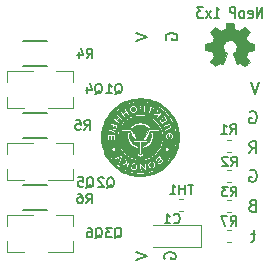
<source format=gbr>
G04 #@! TF.GenerationSoftware,KiCad,Pcbnew,(5.0.0)*
G04 #@! TF.CreationDate,2018-11-19T11:24:39+03:00*
G04 #@! TF.ProjectId,NeoP_1x3,4E656F505F3178332E6B696361645F70,rev?*
G04 #@! TF.SameCoordinates,Original*
G04 #@! TF.FileFunction,Legend,Bot*
G04 #@! TF.FilePolarity,Positive*
%FSLAX46Y46*%
G04 Gerber Fmt 4.6, Leading zero omitted, Abs format (unit mm)*
G04 Created by KiCad (PCBNEW (5.0.0)) date 11/19/18 11:24:39*
%MOMM*%
%LPD*%
G01*
G04 APERTURE LIST*
%ADD10C,0.150000*%
%ADD11C,0.120000*%
%ADD12C,0.010000*%
G04 APERTURE END LIST*
D10*
X122923809Y-76552380D02*
X122923809Y-75552380D01*
X122466666Y-76552380D01*
X122466666Y-75552380D01*
X121780952Y-76504761D02*
X121857142Y-76552380D01*
X122009523Y-76552380D01*
X122085714Y-76504761D01*
X122123809Y-76409523D01*
X122123809Y-76028571D01*
X122085714Y-75933333D01*
X122009523Y-75885714D01*
X121857142Y-75885714D01*
X121780952Y-75933333D01*
X121742857Y-76028571D01*
X121742857Y-76123809D01*
X122123809Y-76219047D01*
X121285714Y-76552380D02*
X121361904Y-76504761D01*
X121400000Y-76457142D01*
X121438095Y-76361904D01*
X121438095Y-76076190D01*
X121400000Y-75980952D01*
X121361904Y-75933333D01*
X121285714Y-75885714D01*
X121171428Y-75885714D01*
X121095238Y-75933333D01*
X121057142Y-75980952D01*
X121019047Y-76076190D01*
X121019047Y-76361904D01*
X121057142Y-76457142D01*
X121095238Y-76504761D01*
X121171428Y-76552380D01*
X121285714Y-76552380D01*
X120676190Y-76552380D02*
X120676190Y-75552380D01*
X120371428Y-75552380D01*
X120295238Y-75600000D01*
X120257142Y-75647619D01*
X120219047Y-75742857D01*
X120219047Y-75885714D01*
X120257142Y-75980952D01*
X120295238Y-76028571D01*
X120371428Y-76076190D01*
X120676190Y-76076190D01*
X118847619Y-76552380D02*
X119304761Y-76552380D01*
X119076190Y-76552380D02*
X119076190Y-75552380D01*
X119152380Y-75695238D01*
X119228571Y-75790476D01*
X119304761Y-75838095D01*
X118580952Y-76552380D02*
X118161904Y-75885714D01*
X118580952Y-75885714D02*
X118161904Y-76552380D01*
X117933333Y-75552380D02*
X117438095Y-75552380D01*
X117704761Y-75933333D01*
X117590476Y-75933333D01*
X117514285Y-75980952D01*
X117476190Y-76028571D01*
X117438095Y-76123809D01*
X117438095Y-76361904D01*
X117476190Y-76457142D01*
X117514285Y-76504761D01*
X117590476Y-76552380D01*
X117819047Y-76552380D01*
X117895238Y-76504761D01*
X117933333Y-76457142D01*
X114816000Y-78366904D02*
X114768380Y-78271666D01*
X114768380Y-78128809D01*
X114816000Y-77985952D01*
X114911238Y-77890714D01*
X115006476Y-77843095D01*
X115196952Y-77795476D01*
X115339809Y-77795476D01*
X115530285Y-77843095D01*
X115625523Y-77890714D01*
X115720761Y-77985952D01*
X115768380Y-78128809D01*
X115768380Y-78224047D01*
X115720761Y-78366904D01*
X115673142Y-78414523D01*
X115339809Y-78414523D01*
X115339809Y-78224047D01*
X112228380Y-77771666D02*
X113228380Y-78105000D01*
X112228380Y-78438333D01*
X112228380Y-96313666D02*
X113228380Y-96647000D01*
X112228380Y-96980333D01*
X114689000Y-96908904D02*
X114641380Y-96813666D01*
X114641380Y-96670809D01*
X114689000Y-96527952D01*
X114784238Y-96432714D01*
X114879476Y-96385095D01*
X115069952Y-96337476D01*
X115212809Y-96337476D01*
X115403285Y-96385095D01*
X115498523Y-96432714D01*
X115593761Y-96527952D01*
X115641380Y-96670809D01*
X115641380Y-96766047D01*
X115593761Y-96908904D01*
X115546142Y-96956523D01*
X115212809Y-96956523D01*
X115212809Y-96766047D01*
X122364476Y-94781714D02*
X121983523Y-94781714D01*
X122221619Y-94448380D02*
X122221619Y-95305523D01*
X122174000Y-95400761D01*
X122078761Y-95448380D01*
X121983523Y-95448380D01*
X122102571Y-92384571D02*
X121959714Y-92432190D01*
X121912095Y-92479809D01*
X121864476Y-92575047D01*
X121864476Y-92717904D01*
X121912095Y-92813142D01*
X121959714Y-92860761D01*
X122054952Y-92908380D01*
X122435904Y-92908380D01*
X122435904Y-91908380D01*
X122102571Y-91908380D01*
X122007333Y-91956000D01*
X121959714Y-92003619D01*
X121912095Y-92098857D01*
X121912095Y-92194095D01*
X121959714Y-92289333D01*
X122007333Y-92336952D01*
X122102571Y-92384571D01*
X122435904Y-92384571D01*
X121912095Y-89416000D02*
X122007333Y-89368380D01*
X122150190Y-89368380D01*
X122293047Y-89416000D01*
X122388285Y-89511238D01*
X122435904Y-89606476D01*
X122483523Y-89796952D01*
X122483523Y-89939809D01*
X122435904Y-90130285D01*
X122388285Y-90225523D01*
X122293047Y-90320761D01*
X122150190Y-90368380D01*
X122054952Y-90368380D01*
X121912095Y-90320761D01*
X121864476Y-90273142D01*
X121864476Y-89939809D01*
X122054952Y-89939809D01*
X121864476Y-87955380D02*
X122197809Y-87479190D01*
X122435904Y-87955380D02*
X122435904Y-86955380D01*
X122054952Y-86955380D01*
X121959714Y-87003000D01*
X121912095Y-87050619D01*
X121864476Y-87145857D01*
X121864476Y-87288714D01*
X121912095Y-87383952D01*
X121959714Y-87431571D01*
X122054952Y-87479190D01*
X122435904Y-87479190D01*
X121912095Y-84463000D02*
X122007333Y-84415380D01*
X122150190Y-84415380D01*
X122293047Y-84463000D01*
X122388285Y-84558238D01*
X122435904Y-84653476D01*
X122483523Y-84843952D01*
X122483523Y-84986809D01*
X122435904Y-85177285D01*
X122388285Y-85272523D01*
X122293047Y-85367761D01*
X122150190Y-85415380D01*
X122054952Y-85415380D01*
X121912095Y-85367761D01*
X121864476Y-85320142D01*
X121864476Y-84986809D01*
X122054952Y-84986809D01*
X122634333Y-81938880D02*
X122301000Y-82938880D01*
X121967666Y-81938880D01*
G04 #@! TO.C,R4*
X104695500Y-78427000D02*
X102695500Y-78427000D01*
X102695500Y-80577000D02*
X104695500Y-80577000D01*
G04 #@! TO.C,R5*
X104695500Y-84523000D02*
X102695500Y-84523000D01*
X102695500Y-86673000D02*
X104695500Y-86673000D01*
G04 #@! TO.C,R6*
X102695500Y-92769000D02*
X104695500Y-92769000D01*
X104695500Y-90619000D02*
X102695500Y-90619000D01*
D11*
G04 #@! TO.C,R1*
X119970733Y-87886000D02*
X120313267Y-87886000D01*
X119970733Y-86866000D02*
X120313267Y-86866000D01*
G04 #@! TO.C,R2*
X119970733Y-90426000D02*
X120313267Y-90426000D01*
X119970733Y-89406000D02*
X120313267Y-89406000D01*
G04 #@! TO.C,R3*
X119970733Y-91946000D02*
X120313267Y-91946000D01*
X119970733Y-92966000D02*
X120313267Y-92966000D01*
G04 #@! TO.C,R7*
X120313267Y-95506000D02*
X119970733Y-95506000D01*
X120313267Y-94486000D02*
X119970733Y-94486000D01*
G04 #@! TO.C,TH1*
X116249267Y-91819000D02*
X115906733Y-91819000D01*
X116249267Y-92839000D02*
X115906733Y-92839000D01*
G04 #@! TO.C,Q1*
X106932000Y-80970000D02*
X106932000Y-81900000D01*
X106932000Y-84130000D02*
X106932000Y-83200000D01*
X106932000Y-84130000D02*
X104772000Y-84130000D01*
X106932000Y-80970000D02*
X105472000Y-80970000D01*
G04 #@! TO.C,Q2*
X106932000Y-87066000D02*
X106932000Y-87996000D01*
X106932000Y-90226000D02*
X106932000Y-89296000D01*
X106932000Y-90226000D02*
X104772000Y-90226000D01*
X106932000Y-87066000D02*
X105472000Y-87066000D01*
G04 #@! TO.C,Q3*
X106932000Y-93162000D02*
X105472000Y-93162000D01*
X106932000Y-96322000D02*
X104772000Y-96322000D01*
X106932000Y-96322000D02*
X106932000Y-95392000D01*
X106932000Y-93162000D02*
X106932000Y-94092000D01*
G04 #@! TO.C,Q4*
X101348000Y-84130000D02*
X101348000Y-83200000D01*
X101348000Y-80970000D02*
X101348000Y-81900000D01*
X101348000Y-80970000D02*
X103508000Y-80970000D01*
X101348000Y-84130000D02*
X102808000Y-84130000D01*
G04 #@! TO.C,Q5*
X101348000Y-90226000D02*
X102808000Y-90226000D01*
X101348000Y-87066000D02*
X103508000Y-87066000D01*
X101348000Y-87066000D02*
X101348000Y-87996000D01*
X101348000Y-90226000D02*
X101348000Y-89296000D01*
G04 #@! TO.C,Q6*
X101348000Y-96322000D02*
X102808000Y-96322000D01*
X101348000Y-93162000D02*
X103508000Y-93162000D01*
X101348000Y-93162000D02*
X101348000Y-94092000D01*
X101348000Y-96322000D02*
X101348000Y-95392000D01*
G04 #@! TO.C,C1*
X113716000Y-94061000D02*
X117801000Y-94061000D01*
X117801000Y-94061000D02*
X117801000Y-95931000D01*
X117801000Y-95931000D02*
X113716000Y-95931000D01*
D12*
G04 #@! TO.C,G\002A\002A\002A*
G36*
X120102748Y-76895368D02*
X120026420Y-76896866D01*
X119975555Y-76900091D01*
X119944746Y-76905638D01*
X119928584Y-76914102D01*
X119921658Y-76926078D01*
X119921466Y-76926750D01*
X119915019Y-76956143D01*
X119903856Y-77013252D01*
X119889505Y-77090046D01*
X119873492Y-77178497D01*
X119872283Y-77185286D01*
X119855946Y-77273498D01*
X119840608Y-77349830D01*
X119827910Y-77406541D01*
X119819489Y-77435888D01*
X119819016Y-77436888D01*
X119797854Y-77453312D01*
X119750152Y-77479163D01*
X119683206Y-77510760D01*
X119612101Y-77541245D01*
X119418108Y-77620787D01*
X118940646Y-77293165D01*
X118744592Y-77488611D01*
X118677198Y-77557726D01*
X118620955Y-77619115D01*
X118580122Y-77667829D01*
X118558958Y-77698916D01*
X118557144Y-77706482D01*
X118570223Y-77728808D01*
X118600241Y-77774748D01*
X118643175Y-77838295D01*
X118695003Y-77913444D01*
X118714151Y-77940878D01*
X118772034Y-78022850D01*
X118812768Y-78083849D01*
X118836942Y-78132110D01*
X118845142Y-78175867D01*
X118837953Y-78223355D01*
X118815964Y-78282808D01*
X118779760Y-78362462D01*
X118748922Y-78428886D01*
X118681783Y-78574844D01*
X118406749Y-78625911D01*
X118131715Y-78676979D01*
X118131715Y-79231121D01*
X118208822Y-79249719D01*
X118260797Y-79260975D01*
X118336128Y-79275713D01*
X118422363Y-79291540D01*
X118467358Y-79299402D01*
X118545836Y-79314461D01*
X118611446Y-79330049D01*
X118655500Y-79343936D01*
X118668462Y-79350994D01*
X118683437Y-79376211D01*
X118707355Y-79426637D01*
X118736642Y-79493551D01*
X118767723Y-79568233D01*
X118797025Y-79641962D01*
X118820973Y-79706017D01*
X118835995Y-79751679D01*
X118839286Y-79767807D01*
X118829438Y-79790581D01*
X118802384Y-79836970D01*
X118761860Y-79900955D01*
X118711600Y-79976515D01*
X118691819Y-80005426D01*
X118544351Y-80219364D01*
X118744212Y-80419225D01*
X118944073Y-80619085D01*
X119382401Y-80318321D01*
X119491978Y-80376724D01*
X119550161Y-80406780D01*
X119584501Y-80420549D01*
X119602717Y-80419648D01*
X119612528Y-80405693D01*
X119613876Y-80402243D01*
X119624045Y-80376995D01*
X119646200Y-80323187D01*
X119678306Y-80245725D01*
X119718324Y-80149514D01*
X119764219Y-80039462D01*
X119804528Y-79943000D01*
X119982858Y-79516643D01*
X119941751Y-79489588D01*
X119864026Y-79429256D01*
X119787349Y-79354097D01*
X119721405Y-79274736D01*
X119675874Y-79201798D01*
X119672132Y-79193733D01*
X119638172Y-79080944D01*
X119627192Y-78956939D01*
X119639005Y-78834452D01*
X119673421Y-78726216D01*
X119679216Y-78714492D01*
X119761454Y-78586988D01*
X119861233Y-78490410D01*
X119981570Y-78422430D01*
X120107437Y-78384297D01*
X120238584Y-78374221D01*
X120365763Y-78396413D01*
X120484503Y-78446859D01*
X120590332Y-78521543D01*
X120678779Y-78616451D01*
X120745374Y-78727568D01*
X120785645Y-78850881D01*
X120795120Y-78982375D01*
X120793794Y-79000560D01*
X120763178Y-79144033D01*
X120699834Y-79274154D01*
X120606002Y-79387249D01*
X120512207Y-79461868D01*
X120437054Y-79511602D01*
X120464722Y-79577622D01*
X120490683Y-79639849D01*
X120524763Y-79721939D01*
X120564549Y-79818037D01*
X120607627Y-79922286D01*
X120651581Y-80028829D01*
X120693999Y-80131809D01*
X120732465Y-80225369D01*
X120764566Y-80303654D01*
X120787888Y-80360805D01*
X120800017Y-80390966D01*
X120800587Y-80392445D01*
X120816271Y-80433676D01*
X121039577Y-80320952D01*
X121253327Y-80467619D01*
X121329999Y-80519942D01*
X121395387Y-80564022D01*
X121444000Y-80596199D01*
X121470347Y-80612814D01*
X121473384Y-80614286D01*
X121487678Y-80602126D01*
X121522964Y-80568584D01*
X121574710Y-80518067D01*
X121638380Y-80454981D01*
X121676952Y-80416411D01*
X121874214Y-80218536D01*
X121735020Y-80017221D01*
X121682755Y-79940765D01*
X121637811Y-79873395D01*
X121604393Y-79821530D01*
X121586706Y-79791594D01*
X121585374Y-79788669D01*
X121587975Y-79762635D01*
X121601984Y-79711689D01*
X121624278Y-79644167D01*
X121651734Y-79568405D01*
X121681229Y-79492741D01*
X121709641Y-79425511D01*
X121733845Y-79375051D01*
X121749333Y-79350987D01*
X121774072Y-79340219D01*
X121827097Y-79325680D01*
X121900844Y-79309204D01*
X121987748Y-79292625D01*
X121996143Y-79291158D01*
X122085176Y-79275424D01*
X122163132Y-79261093D01*
X122221972Y-79249681D01*
X122253657Y-79242705D01*
X122254679Y-79242413D01*
X122266879Y-79235517D01*
X122275513Y-79219628D01*
X122281184Y-79189305D01*
X122284493Y-79139110D01*
X122286041Y-79063604D01*
X122286429Y-78957346D01*
X122286429Y-78677556D01*
X122010259Y-78625385D01*
X121734090Y-78573215D01*
X121643998Y-78367462D01*
X121602123Y-78267531D01*
X121577021Y-78196853D01*
X121567902Y-78152929D01*
X121570917Y-78136272D01*
X121586998Y-78112571D01*
X121619319Y-78065182D01*
X121663615Y-78000355D01*
X121715618Y-77924336D01*
X121731721Y-77900811D01*
X121875514Y-77690787D01*
X121478081Y-77293354D01*
X121240380Y-77456547D01*
X121002679Y-77619741D01*
X120814518Y-77544811D01*
X120737420Y-77513506D01*
X120672756Y-77486123D01*
X120628046Y-77465917D01*
X120611400Y-77456861D01*
X120602596Y-77435040D01*
X120589147Y-77384607D01*
X120572764Y-77312676D01*
X120555158Y-77226360D01*
X120552067Y-77210242D01*
X120534641Y-77119015D01*
X120518945Y-77037770D01*
X120506578Y-76974726D01*
X120499141Y-76938105D01*
X120498644Y-76935822D01*
X120494023Y-76920325D01*
X120484473Y-76909349D01*
X120464484Y-76902114D01*
X120428545Y-76897841D01*
X120371144Y-76895751D01*
X120286770Y-76895064D01*
X120209949Y-76895000D01*
X120102748Y-76895368D01*
X120102748Y-76895368D01*
G37*
X120102748Y-76895368D02*
X120026420Y-76896866D01*
X119975555Y-76900091D01*
X119944746Y-76905638D01*
X119928584Y-76914102D01*
X119921658Y-76926078D01*
X119921466Y-76926750D01*
X119915019Y-76956143D01*
X119903856Y-77013252D01*
X119889505Y-77090046D01*
X119873492Y-77178497D01*
X119872283Y-77185286D01*
X119855946Y-77273498D01*
X119840608Y-77349830D01*
X119827910Y-77406541D01*
X119819489Y-77435888D01*
X119819016Y-77436888D01*
X119797854Y-77453312D01*
X119750152Y-77479163D01*
X119683206Y-77510760D01*
X119612101Y-77541245D01*
X119418108Y-77620787D01*
X118940646Y-77293165D01*
X118744592Y-77488611D01*
X118677198Y-77557726D01*
X118620955Y-77619115D01*
X118580122Y-77667829D01*
X118558958Y-77698916D01*
X118557144Y-77706482D01*
X118570223Y-77728808D01*
X118600241Y-77774748D01*
X118643175Y-77838295D01*
X118695003Y-77913444D01*
X118714151Y-77940878D01*
X118772034Y-78022850D01*
X118812768Y-78083849D01*
X118836942Y-78132110D01*
X118845142Y-78175867D01*
X118837953Y-78223355D01*
X118815964Y-78282808D01*
X118779760Y-78362462D01*
X118748922Y-78428886D01*
X118681783Y-78574844D01*
X118406749Y-78625911D01*
X118131715Y-78676979D01*
X118131715Y-79231121D01*
X118208822Y-79249719D01*
X118260797Y-79260975D01*
X118336128Y-79275713D01*
X118422363Y-79291540D01*
X118467358Y-79299402D01*
X118545836Y-79314461D01*
X118611446Y-79330049D01*
X118655500Y-79343936D01*
X118668462Y-79350994D01*
X118683437Y-79376211D01*
X118707355Y-79426637D01*
X118736642Y-79493551D01*
X118767723Y-79568233D01*
X118797025Y-79641962D01*
X118820973Y-79706017D01*
X118835995Y-79751679D01*
X118839286Y-79767807D01*
X118829438Y-79790581D01*
X118802384Y-79836970D01*
X118761860Y-79900955D01*
X118711600Y-79976515D01*
X118691819Y-80005426D01*
X118544351Y-80219364D01*
X118744212Y-80419225D01*
X118944073Y-80619085D01*
X119382401Y-80318321D01*
X119491978Y-80376724D01*
X119550161Y-80406780D01*
X119584501Y-80420549D01*
X119602717Y-80419648D01*
X119612528Y-80405693D01*
X119613876Y-80402243D01*
X119624045Y-80376995D01*
X119646200Y-80323187D01*
X119678306Y-80245725D01*
X119718324Y-80149514D01*
X119764219Y-80039462D01*
X119804528Y-79943000D01*
X119982858Y-79516643D01*
X119941751Y-79489588D01*
X119864026Y-79429256D01*
X119787349Y-79354097D01*
X119721405Y-79274736D01*
X119675874Y-79201798D01*
X119672132Y-79193733D01*
X119638172Y-79080944D01*
X119627192Y-78956939D01*
X119639005Y-78834452D01*
X119673421Y-78726216D01*
X119679216Y-78714492D01*
X119761454Y-78586988D01*
X119861233Y-78490410D01*
X119981570Y-78422430D01*
X120107437Y-78384297D01*
X120238584Y-78374221D01*
X120365763Y-78396413D01*
X120484503Y-78446859D01*
X120590332Y-78521543D01*
X120678779Y-78616451D01*
X120745374Y-78727568D01*
X120785645Y-78850881D01*
X120795120Y-78982375D01*
X120793794Y-79000560D01*
X120763178Y-79144033D01*
X120699834Y-79274154D01*
X120606002Y-79387249D01*
X120512207Y-79461868D01*
X120437054Y-79511602D01*
X120464722Y-79577622D01*
X120490683Y-79639849D01*
X120524763Y-79721939D01*
X120564549Y-79818037D01*
X120607627Y-79922286D01*
X120651581Y-80028829D01*
X120693999Y-80131809D01*
X120732465Y-80225369D01*
X120764566Y-80303654D01*
X120787888Y-80360805D01*
X120800017Y-80390966D01*
X120800587Y-80392445D01*
X120816271Y-80433676D01*
X121039577Y-80320952D01*
X121253327Y-80467619D01*
X121329999Y-80519942D01*
X121395387Y-80564022D01*
X121444000Y-80596199D01*
X121470347Y-80612814D01*
X121473384Y-80614286D01*
X121487678Y-80602126D01*
X121522964Y-80568584D01*
X121574710Y-80518067D01*
X121638380Y-80454981D01*
X121676952Y-80416411D01*
X121874214Y-80218536D01*
X121735020Y-80017221D01*
X121682755Y-79940765D01*
X121637811Y-79873395D01*
X121604393Y-79821530D01*
X121586706Y-79791594D01*
X121585374Y-79788669D01*
X121587975Y-79762635D01*
X121601984Y-79711689D01*
X121624278Y-79644167D01*
X121651734Y-79568405D01*
X121681229Y-79492741D01*
X121709641Y-79425511D01*
X121733845Y-79375051D01*
X121749333Y-79350987D01*
X121774072Y-79340219D01*
X121827097Y-79325680D01*
X121900844Y-79309204D01*
X121987748Y-79292625D01*
X121996143Y-79291158D01*
X122085176Y-79275424D01*
X122163132Y-79261093D01*
X122221972Y-79249681D01*
X122253657Y-79242705D01*
X122254679Y-79242413D01*
X122266879Y-79235517D01*
X122275513Y-79219628D01*
X122281184Y-79189305D01*
X122284493Y-79139110D01*
X122286041Y-79063604D01*
X122286429Y-78957346D01*
X122286429Y-78677556D01*
X122010259Y-78625385D01*
X121734090Y-78573215D01*
X121643998Y-78367462D01*
X121602123Y-78267531D01*
X121577021Y-78196853D01*
X121567902Y-78152929D01*
X121570917Y-78136272D01*
X121586998Y-78112571D01*
X121619319Y-78065182D01*
X121663615Y-78000355D01*
X121715618Y-77924336D01*
X121731721Y-77900811D01*
X121875514Y-77690787D01*
X121478081Y-77293354D01*
X121240380Y-77456547D01*
X121002679Y-77619741D01*
X120814518Y-77544811D01*
X120737420Y-77513506D01*
X120672756Y-77486123D01*
X120628046Y-77465917D01*
X120611400Y-77456861D01*
X120602596Y-77435040D01*
X120589147Y-77384607D01*
X120572764Y-77312676D01*
X120555158Y-77226360D01*
X120552067Y-77210242D01*
X120534641Y-77119015D01*
X120518945Y-77037770D01*
X120506578Y-76974726D01*
X120499141Y-76938105D01*
X120498644Y-76935822D01*
X120494023Y-76920325D01*
X120484473Y-76909349D01*
X120464484Y-76902114D01*
X120428545Y-76897841D01*
X120371144Y-76895751D01*
X120286770Y-76895064D01*
X120209949Y-76895000D01*
X120102748Y-76895368D01*
G36*
X112693027Y-83982075D02*
X112680334Y-83984104D01*
X112670132Y-83987447D01*
X112666406Y-83989113D01*
X112647503Y-84003404D01*
X112636847Y-84022624D01*
X112634302Y-84044146D01*
X112639732Y-84065341D01*
X112653001Y-84083578D01*
X112671926Y-84095449D01*
X112686833Y-84099482D01*
X112709408Y-84103316D01*
X112736035Y-84106404D01*
X112752576Y-84107679D01*
X112779310Y-84109464D01*
X112803622Y-84111366D01*
X112822153Y-84113106D01*
X112829385Y-84114001D01*
X112847103Y-84116721D01*
X112851188Y-84054190D01*
X112852568Y-84028788D01*
X112853184Y-84007763D01*
X112852998Y-83993529D01*
X112852181Y-83988567D01*
X112845725Y-83987264D01*
X112830080Y-83985785D01*
X112807340Y-83984280D01*
X112779600Y-83982904D01*
X112767980Y-83982438D01*
X112734656Y-83981387D01*
X112710402Y-83981218D01*
X112693027Y-83982075D01*
X112693027Y-83982075D01*
G37*
X112693027Y-83982075D02*
X112680334Y-83984104D01*
X112670132Y-83987447D01*
X112666406Y-83989113D01*
X112647503Y-84003404D01*
X112636847Y-84022624D01*
X112634302Y-84044146D01*
X112639732Y-84065341D01*
X112653001Y-84083578D01*
X112671926Y-84095449D01*
X112686833Y-84099482D01*
X112709408Y-84103316D01*
X112736035Y-84106404D01*
X112752576Y-84107679D01*
X112779310Y-84109464D01*
X112803622Y-84111366D01*
X112822153Y-84113106D01*
X112829385Y-84114001D01*
X112847103Y-84116721D01*
X112851188Y-84054190D01*
X112852568Y-84028788D01*
X112853184Y-84007763D01*
X112852998Y-83993529D01*
X112852181Y-83988567D01*
X112845725Y-83987264D01*
X112830080Y-83985785D01*
X112807340Y-83984280D01*
X112779600Y-83982904D01*
X112767980Y-83982438D01*
X112734656Y-83981387D01*
X112710402Y-83981218D01*
X112693027Y-83982075D01*
G36*
X111940954Y-84048615D02*
X111913285Y-84060030D01*
X111880388Y-84080427D01*
X111856694Y-84105336D01*
X111841428Y-84136092D01*
X111833814Y-84174030D01*
X111832603Y-84199106D01*
X111836523Y-84247192D01*
X111848333Y-84291493D01*
X111867195Y-84330613D01*
X111892271Y-84363157D01*
X111922723Y-84387726D01*
X111954354Y-84401965D01*
X111979078Y-84407898D01*
X112001316Y-84409083D01*
X112025231Y-84405295D01*
X112054156Y-84396594D01*
X112092884Y-84378365D01*
X112123124Y-84352816D01*
X112145275Y-84319591D01*
X112148798Y-84311926D01*
X112154876Y-84295962D01*
X112158259Y-84280788D01*
X112159399Y-84262648D01*
X112158747Y-84237788D01*
X112158444Y-84231728D01*
X112151594Y-84181399D01*
X112137209Y-84137702D01*
X112116152Y-84101242D01*
X112089284Y-84072621D01*
X112057468Y-84052444D01*
X112021566Y-84041315D01*
X111982441Y-84039838D01*
X111940954Y-84048615D01*
X111940954Y-84048615D01*
G37*
X111940954Y-84048615D02*
X111913285Y-84060030D01*
X111880388Y-84080427D01*
X111856694Y-84105336D01*
X111841428Y-84136092D01*
X111833814Y-84174030D01*
X111832603Y-84199106D01*
X111836523Y-84247192D01*
X111848333Y-84291493D01*
X111867195Y-84330613D01*
X111892271Y-84363157D01*
X111922723Y-84387726D01*
X111954354Y-84401965D01*
X111979078Y-84407898D01*
X112001316Y-84409083D01*
X112025231Y-84405295D01*
X112054156Y-84396594D01*
X112092884Y-84378365D01*
X112123124Y-84352816D01*
X112145275Y-84319591D01*
X112148798Y-84311926D01*
X112154876Y-84295962D01*
X112158259Y-84280788D01*
X112159399Y-84262648D01*
X112158747Y-84237788D01*
X112158444Y-84231728D01*
X112151594Y-84181399D01*
X112137209Y-84137702D01*
X112116152Y-84101242D01*
X112089284Y-84072621D01*
X112057468Y-84052444D01*
X112021566Y-84041315D01*
X111982441Y-84039838D01*
X111940954Y-84048615D01*
G36*
X110359703Y-85695215D02*
X110346877Y-85734091D01*
X110339510Y-85764508D01*
X110337715Y-85787950D01*
X110341609Y-85805900D01*
X110351304Y-85819845D01*
X110366917Y-85831267D01*
X110370356Y-85833165D01*
X110394759Y-85842474D01*
X110415627Y-85841687D01*
X110434886Y-85830586D01*
X110440552Y-85825300D01*
X110450926Y-85812183D01*
X110461130Y-85793282D01*
X110472101Y-85766657D01*
X110480856Y-85742045D01*
X110489204Y-85716837D01*
X110495736Y-85695712D01*
X110499816Y-85680833D01*
X110500810Y-85674361D01*
X110500779Y-85674311D01*
X110494875Y-85671380D01*
X110480588Y-85665623D01*
X110460194Y-85657927D01*
X110440703Y-85650862D01*
X110382829Y-85630235D01*
X110359703Y-85695215D01*
X110359703Y-85695215D01*
G37*
X110359703Y-85695215D02*
X110346877Y-85734091D01*
X110339510Y-85764508D01*
X110337715Y-85787950D01*
X110341609Y-85805900D01*
X110351304Y-85819845D01*
X110366917Y-85831267D01*
X110370356Y-85833165D01*
X110394759Y-85842474D01*
X110415627Y-85841687D01*
X110434886Y-85830586D01*
X110440552Y-85825300D01*
X110450926Y-85812183D01*
X110461130Y-85793282D01*
X110472101Y-85766657D01*
X110480856Y-85742045D01*
X110489204Y-85716837D01*
X110495736Y-85695712D01*
X110499816Y-85680833D01*
X110500810Y-85674361D01*
X110500779Y-85674311D01*
X110494875Y-85671380D01*
X110480588Y-85665623D01*
X110460194Y-85657927D01*
X110440703Y-85650862D01*
X110382829Y-85630235D01*
X110359703Y-85695215D01*
G36*
X112533513Y-84769341D02*
X112478396Y-84770744D01*
X112429109Y-84773416D01*
X112382937Y-84777623D01*
X112337161Y-84783627D01*
X112289066Y-84791689D01*
X112235934Y-84802075D01*
X112219482Y-84805498D01*
X112081516Y-84840184D01*
X111947700Y-84885124D01*
X111818506Y-84939900D01*
X111694409Y-85004093D01*
X111575880Y-85077286D01*
X111463394Y-85159058D01*
X111357424Y-85248991D01*
X111258444Y-85346666D01*
X111166925Y-85451665D01*
X111083343Y-85563570D01*
X111008169Y-85681960D01*
X110941878Y-85806417D01*
X110884943Y-85936524D01*
X110857851Y-86010156D01*
X110817245Y-86145450D01*
X110787335Y-86283594D01*
X110768148Y-86423752D01*
X110759709Y-86565088D01*
X110762044Y-86706768D01*
X110775179Y-86847955D01*
X110799140Y-86987814D01*
X110824345Y-87091750D01*
X110866401Y-87224366D01*
X110918929Y-87354297D01*
X110981274Y-87480312D01*
X111052781Y-87601175D01*
X111132795Y-87715656D01*
X111200447Y-87799445D01*
X111225751Y-87827679D01*
X111256847Y-87860531D01*
X111291666Y-87895970D01*
X111328139Y-87931967D01*
X111364194Y-87966490D01*
X111397763Y-87997511D01*
X111426774Y-88022998D01*
X111437244Y-88031679D01*
X111553959Y-88119000D01*
X111675826Y-88196298D01*
X111802623Y-88263479D01*
X111934130Y-88320448D01*
X112070126Y-88367112D01*
X112210390Y-88403376D01*
X112354702Y-88429145D01*
X112374626Y-88431834D01*
X112407490Y-88435200D01*
X112448788Y-88438051D01*
X112495911Y-88440329D01*
X112546252Y-88441976D01*
X112597201Y-88442936D01*
X112646151Y-88443151D01*
X112690494Y-88442564D01*
X112727622Y-88441117D01*
X112743933Y-88439942D01*
X112889197Y-88421467D01*
X113030944Y-88392469D01*
X113168741Y-88353187D01*
X113302157Y-88303857D01*
X113430757Y-88244717D01*
X113554110Y-88176003D01*
X113594227Y-88149394D01*
X112921733Y-88149394D01*
X112916520Y-88150319D01*
X112902581Y-88151563D01*
X112882466Y-88152915D01*
X112872344Y-88153488D01*
X112828096Y-88158630D01*
X112786715Y-88169694D01*
X112746279Y-88187591D01*
X112704869Y-88213231D01*
X112660562Y-88247522D01*
X112644392Y-88261405D01*
X112597178Y-88302824D01*
X112560489Y-88269198D01*
X112538376Y-88249938D01*
X112514032Y-88230279D01*
X112492310Y-88214122D01*
X112490040Y-88212557D01*
X112443489Y-88184613D01*
X112398676Y-88166031D01*
X112352842Y-88155818D01*
X112325514Y-88153375D01*
X112273985Y-88150935D01*
X112298370Y-88105012D01*
X112316801Y-88067510D01*
X112330326Y-88032521D01*
X112339601Y-87997101D01*
X112345282Y-87958307D01*
X112348025Y-87913194D01*
X112348542Y-87879900D01*
X112348822Y-87791022D01*
X112403855Y-87791000D01*
X112458889Y-87790978D01*
X112458889Y-87866468D01*
X112459601Y-87907635D01*
X112461790Y-87938528D01*
X112465533Y-87960076D01*
X112467137Y-87965336D01*
X112484267Y-87998844D01*
X112508348Y-88025112D01*
X112537566Y-88043719D01*
X112570109Y-88054243D01*
X112604164Y-88056264D01*
X112637916Y-88049358D01*
X112669553Y-88033106D01*
X112688638Y-88016804D01*
X112702411Y-88001501D01*
X112712503Y-87986651D01*
X112719535Y-87970049D01*
X112724130Y-87949490D01*
X112726910Y-87922768D01*
X112728497Y-87887679D01*
X112728857Y-87874234D01*
X112730857Y-87790978D01*
X112845932Y-87790978D01*
X112843689Y-87846832D01*
X112844730Y-87913248D01*
X112852902Y-87977490D01*
X112867729Y-88037365D01*
X112888735Y-88090678D01*
X112901778Y-88114806D01*
X112911739Y-88131543D01*
X112918891Y-88143932D01*
X112921730Y-88149365D01*
X112921733Y-88149394D01*
X113594227Y-88149394D01*
X113671782Y-88097953D01*
X113783342Y-88010803D01*
X113888356Y-87914790D01*
X113986393Y-87810152D01*
X114061055Y-87718364D01*
X114142756Y-87601989D01*
X114215152Y-87479573D01*
X114277938Y-87351888D01*
X114330811Y-87219702D01*
X114373469Y-87083787D01*
X114405607Y-86944912D01*
X114426924Y-86803849D01*
X114429080Y-86783445D01*
X114432008Y-86744717D01*
X114434046Y-86698003D01*
X114435192Y-86646240D01*
X114435447Y-86592364D01*
X114434809Y-86539311D01*
X114433279Y-86490018D01*
X114430856Y-86447420D01*
X114429135Y-86427845D01*
X114426338Y-86408089D01*
X113687618Y-86408089D01*
X113687236Y-86509676D01*
X113678600Y-86605690D01*
X113661369Y-86698610D01*
X113635204Y-86790912D01*
X113635141Y-86791102D01*
X113595441Y-86893306D01*
X113546176Y-86990098D01*
X113487961Y-87080941D01*
X113421413Y-87165298D01*
X113347148Y-87242631D01*
X113265782Y-87312405D01*
X113177931Y-87374081D01*
X113084213Y-87427123D01*
X112985242Y-87470994D01*
X112881635Y-87505157D01*
X112791911Y-87525877D01*
X112768433Y-87530244D01*
X112749200Y-87533769D01*
X112736867Y-87535969D01*
X112733922Y-87536446D01*
X112732581Y-87531288D01*
X112731586Y-87516655D01*
X112730990Y-87494359D01*
X112730846Y-87466210D01*
X112731100Y-87440207D01*
X112732644Y-87343436D01*
X112780622Y-87333680D01*
X112872278Y-87309383D01*
X112961217Y-87274699D01*
X113046463Y-87230392D01*
X113127040Y-87177231D01*
X113201973Y-87115979D01*
X113270285Y-87047404D01*
X113331000Y-86972272D01*
X113342370Y-86954626D01*
X113243562Y-86954626D01*
X113240809Y-86982945D01*
X113229124Y-87009594D01*
X113214369Y-87027026D01*
X113207463Y-87032728D01*
X113199565Y-87037474D01*
X113189632Y-87041351D01*
X113176624Y-87044447D01*
X113159496Y-87046848D01*
X113137206Y-87048641D01*
X113108711Y-87049913D01*
X113072970Y-87050750D01*
X113028939Y-87051240D01*
X112975576Y-87051469D01*
X112920322Y-87051524D01*
X112684666Y-87051556D01*
X112684666Y-87490449D01*
X112684594Y-87573699D01*
X112684383Y-87650026D01*
X112684037Y-87718908D01*
X112683565Y-87779823D01*
X112682971Y-87832246D01*
X112682263Y-87875656D01*
X112681447Y-87909531D01*
X112680528Y-87933347D01*
X112679514Y-87946582D01*
X112679133Y-87948635D01*
X112669816Y-87968284D01*
X112654851Y-87987528D01*
X112637874Y-88002052D01*
X112631044Y-88005696D01*
X112610035Y-88010220D01*
X112584596Y-88009932D01*
X112560336Y-88005178D01*
X112549252Y-88000639D01*
X112532383Y-87987157D01*
X112517969Y-87967865D01*
X112516885Y-87965884D01*
X112504044Y-87941602D01*
X112504044Y-87536749D01*
X112459154Y-87536749D01*
X112440677Y-87533457D01*
X112427077Y-87530932D01*
X112405930Y-87526893D01*
X112380765Y-87522015D01*
X112367160Y-87519352D01*
X112286873Y-87499475D01*
X112204077Y-87471236D01*
X112122269Y-87435828D01*
X112121425Y-87435421D01*
X112022812Y-87381745D01*
X111931453Y-87319583D01*
X111847688Y-87249372D01*
X111771856Y-87171549D01*
X111704298Y-87086552D01*
X111645354Y-86994819D01*
X111595365Y-86896787D01*
X111554669Y-86792894D01*
X111523608Y-86683577D01*
X111518191Y-86659267D01*
X111513199Y-86635038D01*
X111509399Y-86614088D01*
X111506628Y-86594248D01*
X111504724Y-86573345D01*
X111503523Y-86549207D01*
X111502863Y-86519665D01*
X111502580Y-86482546D01*
X111502519Y-86450422D01*
X111502733Y-86399367D01*
X111503635Y-86357119D01*
X111505492Y-86321206D01*
X111508570Y-86289156D01*
X111513134Y-86258494D01*
X111519450Y-86226749D01*
X111527783Y-86191446D01*
X111532236Y-86173845D01*
X111542371Y-86134334D01*
X111618219Y-86132807D01*
X111694066Y-86131281D01*
X111725480Y-86187453D01*
X111714430Y-86231449D01*
X111695904Y-86328134D01*
X111688305Y-86426193D01*
X111691529Y-86524586D01*
X111705475Y-86622274D01*
X111730041Y-86718216D01*
X111765126Y-86811372D01*
X111772940Y-86828600D01*
X111806699Y-86894686D01*
X111843982Y-86954633D01*
X111887043Y-87011689D01*
X111938137Y-87069099D01*
X111944914Y-87076165D01*
X112017803Y-87144027D01*
X112096595Y-87203115D01*
X112180335Y-87252896D01*
X112268067Y-87292835D01*
X112358836Y-87322398D01*
X112404397Y-87332987D01*
X112456066Y-87343421D01*
X112459154Y-87536749D01*
X112504044Y-87536749D01*
X112504044Y-87051556D01*
X112268389Y-87051421D01*
X112217009Y-87051271D01*
X112168430Y-87050899D01*
X112123972Y-87050331D01*
X112084956Y-87049594D01*
X112052702Y-87048717D01*
X112028530Y-87047724D01*
X112013760Y-87046644D01*
X112010633Y-87046161D01*
X111990494Y-87037685D01*
X111970785Y-87023209D01*
X111968579Y-87021080D01*
X111957224Y-87008506D01*
X111950858Y-86996700D01*
X111947701Y-86981204D01*
X111946440Y-86965663D01*
X111945865Y-86944157D01*
X111947982Y-86929353D01*
X111953686Y-86916805D01*
X111957450Y-86911018D01*
X111971434Y-86895415D01*
X111988239Y-86882549D01*
X111990312Y-86881385D01*
X111993867Y-86879701D01*
X111998263Y-86878209D01*
X112004162Y-86876896D01*
X112012226Y-86875752D01*
X112023115Y-86874764D01*
X112037491Y-86873923D01*
X112056017Y-86873215D01*
X112079352Y-86872631D01*
X112108159Y-86872158D01*
X112143099Y-86871785D01*
X112184833Y-86871501D01*
X112234023Y-86871295D01*
X112291331Y-86871155D01*
X112357418Y-86871070D01*
X112432945Y-86871028D01*
X112518573Y-86871018D01*
X112594267Y-86871026D01*
X113178555Y-86871119D01*
X113200546Y-86883726D01*
X113223198Y-86902609D01*
X113237614Y-86927044D01*
X113243562Y-86954626D01*
X113342370Y-86954626D01*
X113383143Y-86891349D01*
X113410375Y-86839361D01*
X113447947Y-86749427D01*
X113474887Y-86657879D01*
X113491488Y-86563403D01*
X113498045Y-86464687D01*
X113498182Y-86447600D01*
X113497116Y-86403030D01*
X113494121Y-86357281D01*
X113489509Y-86312874D01*
X113483589Y-86272327D01*
X113476670Y-86238160D01*
X113469485Y-86213988D01*
X113466822Y-86203072D01*
X113468614Y-86191919D01*
X113475726Y-86176609D01*
X113479074Y-86170534D01*
X113494644Y-86142812D01*
X113648650Y-86142800D01*
X113657862Y-86180900D01*
X113669683Y-86234724D01*
X113678133Y-86285814D01*
X113683786Y-86338564D01*
X113687220Y-86397369D01*
X113687618Y-86408089D01*
X114426338Y-86408089D01*
X114408629Y-86283053D01*
X114377599Y-86142065D01*
X114339303Y-86015274D01*
X114251276Y-86015274D01*
X114243852Y-86042355D01*
X114227151Y-86069458D01*
X114204034Y-86088433D01*
X114173246Y-86100137D01*
X114153825Y-86103628D01*
X114141021Y-86104557D01*
X114118106Y-86105435D01*
X114086256Y-86106246D01*
X114046649Y-86106973D01*
X114000463Y-86107598D01*
X113948874Y-86108105D01*
X113893061Y-86108478D01*
X113834200Y-86108697D01*
X113798564Y-86108749D01*
X113481595Y-86108934D01*
X113276453Y-86467307D01*
X113071311Y-86825681D01*
X112937017Y-86825729D01*
X112802724Y-86825778D01*
X112805199Y-86821545D01*
X112300799Y-86821545D01*
X112295658Y-86823642D01*
X112282101Y-86825157D01*
X112262994Y-86825776D01*
X112261820Y-86825778D01*
X112222795Y-86825778D01*
X111996894Y-86596425D01*
X111948930Y-86547710D01*
X111908315Y-86506378D01*
X111874465Y-86471783D01*
X111846799Y-86443273D01*
X111824733Y-86420201D01*
X111807684Y-86401918D01*
X111795071Y-86387773D01*
X111786311Y-86377119D01*
X111780820Y-86369307D01*
X111778016Y-86363687D01*
X111777316Y-86359610D01*
X111778138Y-86356428D01*
X111779425Y-86354203D01*
X111786928Y-86345660D01*
X111796299Y-86344260D01*
X111805836Y-86346489D01*
X111822084Y-86349932D01*
X111838110Y-86351481D01*
X111850273Y-86350992D01*
X111854933Y-86348426D01*
X111852209Y-86342868D01*
X111844543Y-86328906D01*
X111832695Y-86307880D01*
X111817425Y-86281130D01*
X111799491Y-86249994D01*
X111782966Y-86221504D01*
X111711000Y-86097800D01*
X111380800Y-86097598D01*
X111311178Y-86097539D01*
X111251933Y-86097434D01*
X111202152Y-86097255D01*
X111160922Y-86096974D01*
X111127331Y-86096565D01*
X111100467Y-86095999D01*
X111079416Y-86095248D01*
X111063267Y-86094285D01*
X111051106Y-86093082D01*
X111042022Y-86091610D01*
X111035101Y-86089843D01*
X111029432Y-86087753D01*
X111027367Y-86086846D01*
X111000863Y-86069308D01*
X110982336Y-86045764D01*
X110971945Y-86018355D01*
X110969851Y-85989219D01*
X110976212Y-85960497D01*
X110991188Y-85934327D01*
X111014407Y-85913199D01*
X111038479Y-85897267D01*
X111840585Y-85897267D01*
X111941066Y-86066600D01*
X111964744Y-86106502D01*
X111986725Y-86143538D01*
X112006310Y-86176533D01*
X112022803Y-86204313D01*
X112035504Y-86225702D01*
X112043718Y-86239526D01*
X112046621Y-86244400D01*
X112051667Y-86246775D01*
X112057183Y-86238399D01*
X112062974Y-86219790D01*
X112068851Y-86191468D01*
X112071048Y-86178383D01*
X112074879Y-86156974D01*
X112078684Y-86144222D01*
X112083631Y-86137557D01*
X112090889Y-86134409D01*
X112091068Y-86134363D01*
X112102342Y-86132692D01*
X112107222Y-86133563D01*
X112109109Y-86139239D01*
X112113709Y-86154668D01*
X112120705Y-86178726D01*
X112129781Y-86210289D01*
X112140622Y-86248235D01*
X112152910Y-86291441D01*
X112166331Y-86338783D01*
X112180568Y-86389139D01*
X112195304Y-86441384D01*
X112210225Y-86494397D01*
X112225014Y-86547054D01*
X112239356Y-86598232D01*
X112252933Y-86646807D01*
X112265430Y-86691658D01*
X112276531Y-86731659D01*
X112285921Y-86765690D01*
X112293282Y-86792625D01*
X112298300Y-86811343D01*
X112300657Y-86820720D01*
X112300799Y-86821545D01*
X112805199Y-86821545D01*
X112818402Y-86798967D01*
X112823559Y-86790187D01*
X112834013Y-86772427D01*
X112849324Y-86746429D01*
X112869056Y-86712938D01*
X112892769Y-86672696D01*
X112920025Y-86626448D01*
X112950387Y-86574936D01*
X112983416Y-86518905D01*
X113018674Y-86459097D01*
X113055723Y-86396256D01*
X113092010Y-86334711D01*
X113349940Y-85897267D01*
X113760959Y-85897267D01*
X113838911Y-85897273D01*
X113906381Y-85897304D01*
X113964174Y-85897384D01*
X114013098Y-85897534D01*
X114053958Y-85897776D01*
X114087562Y-85898131D01*
X114114715Y-85898622D01*
X114136224Y-85899271D01*
X114152895Y-85900099D01*
X114165534Y-85901129D01*
X114174949Y-85902382D01*
X114181945Y-85903881D01*
X114187329Y-85905647D01*
X114191908Y-85907702D01*
X114194555Y-85909058D01*
X114220900Y-85928555D01*
X114239716Y-85954328D01*
X114250132Y-85984020D01*
X114251276Y-86015274D01*
X114339303Y-86015274D01*
X114336278Y-86005262D01*
X114284901Y-85873027D01*
X114280124Y-85863090D01*
X113520044Y-85863090D01*
X113514707Y-85864122D01*
X113499920Y-85865010D01*
X113477523Y-85865695D01*
X113449355Y-85866116D01*
X113424777Y-85866222D01*
X113389886Y-85866283D01*
X113364554Y-85866605D01*
X113347050Y-85867397D01*
X113335645Y-85868869D01*
X113328609Y-85871231D01*
X113324211Y-85874692D01*
X113321177Y-85878773D01*
X113317781Y-85883236D01*
X113314023Y-85885005D01*
X113308611Y-85883128D01*
X113300253Y-85876651D01*
X113287655Y-85864618D01*
X113269524Y-85846078D01*
X113251656Y-85827470D01*
X113182911Y-85761634D01*
X113112155Y-85705837D01*
X113037718Y-85658832D01*
X112997933Y-85637908D01*
X112904123Y-85597147D01*
X112810243Y-85567543D01*
X112715572Y-85548987D01*
X112619388Y-85541366D01*
X112520969Y-85544569D01*
X112450422Y-85553181D01*
X112352793Y-85574156D01*
X112258976Y-85605656D01*
X112169426Y-85647428D01*
X112084604Y-85699218D01*
X112004966Y-85760772D01*
X111930971Y-85831836D01*
X111913833Y-85850581D01*
X111874943Y-85894207D01*
X111866453Y-85880215D01*
X111857963Y-85866222D01*
X111762844Y-85866222D01*
X111725999Y-85865907D01*
X111697723Y-85864992D01*
X111678820Y-85863525D01*
X111670092Y-85861555D01*
X111669607Y-85860694D01*
X111675833Y-85848860D01*
X111688171Y-85830416D01*
X111705208Y-85807168D01*
X111725528Y-85780921D01*
X111747719Y-85753478D01*
X111770366Y-85726645D01*
X111792055Y-85702227D01*
X111802595Y-85690969D01*
X111884379Y-85613441D01*
X111971849Y-85545596D01*
X112064776Y-85487566D01*
X112162936Y-85439482D01*
X112266103Y-85401477D01*
X112328262Y-85384075D01*
X112366474Y-85374886D01*
X112399564Y-85367865D01*
X112430145Y-85362730D01*
X112460831Y-85359199D01*
X112494235Y-85356991D01*
X112532968Y-85355824D01*
X112579646Y-85355417D01*
X112594355Y-85355400D01*
X112648285Y-85355846D01*
X112694355Y-85357151D01*
X112731516Y-85359270D01*
X112758715Y-85362155D01*
X112763689Y-85362964D01*
X112876806Y-85388517D01*
X112984355Y-85423692D01*
X113086066Y-85468337D01*
X113181669Y-85522299D01*
X113270898Y-85585424D01*
X113353482Y-85657561D01*
X113429152Y-85738557D01*
X113433093Y-85743247D01*
X113451692Y-85766112D01*
X113470397Y-85790150D01*
X113487870Y-85813518D01*
X113502773Y-85834371D01*
X113513767Y-85850865D01*
X113519514Y-85861154D01*
X113520044Y-85863090D01*
X114280124Y-85863090D01*
X114223701Y-85745744D01*
X114152913Y-85623794D01*
X114072770Y-85507562D01*
X113983507Y-85397430D01*
X113885357Y-85293780D01*
X113778554Y-85196996D01*
X113663333Y-85107460D01*
X113592502Y-85058846D01*
X113515549Y-85012033D01*
X113430398Y-84966625D01*
X113340137Y-84924029D01*
X113247857Y-84885647D01*
X113156648Y-84852883D01*
X113102355Y-84836113D01*
X113019852Y-84814144D01*
X112940700Y-84796987D01*
X112862070Y-84784266D01*
X112781133Y-84775603D01*
X112695058Y-84770624D01*
X112601017Y-84768951D01*
X112597178Y-84768947D01*
X112533513Y-84769341D01*
X112533513Y-84769341D01*
G37*
X112533513Y-84769341D02*
X112478396Y-84770744D01*
X112429109Y-84773416D01*
X112382937Y-84777623D01*
X112337161Y-84783627D01*
X112289066Y-84791689D01*
X112235934Y-84802075D01*
X112219482Y-84805498D01*
X112081516Y-84840184D01*
X111947700Y-84885124D01*
X111818506Y-84939900D01*
X111694409Y-85004093D01*
X111575880Y-85077286D01*
X111463394Y-85159058D01*
X111357424Y-85248991D01*
X111258444Y-85346666D01*
X111166925Y-85451665D01*
X111083343Y-85563570D01*
X111008169Y-85681960D01*
X110941878Y-85806417D01*
X110884943Y-85936524D01*
X110857851Y-86010156D01*
X110817245Y-86145450D01*
X110787335Y-86283594D01*
X110768148Y-86423752D01*
X110759709Y-86565088D01*
X110762044Y-86706768D01*
X110775179Y-86847955D01*
X110799140Y-86987814D01*
X110824345Y-87091750D01*
X110866401Y-87224366D01*
X110918929Y-87354297D01*
X110981274Y-87480312D01*
X111052781Y-87601175D01*
X111132795Y-87715656D01*
X111200447Y-87799445D01*
X111225751Y-87827679D01*
X111256847Y-87860531D01*
X111291666Y-87895970D01*
X111328139Y-87931967D01*
X111364194Y-87966490D01*
X111397763Y-87997511D01*
X111426774Y-88022998D01*
X111437244Y-88031679D01*
X111553959Y-88119000D01*
X111675826Y-88196298D01*
X111802623Y-88263479D01*
X111934130Y-88320448D01*
X112070126Y-88367112D01*
X112210390Y-88403376D01*
X112354702Y-88429145D01*
X112374626Y-88431834D01*
X112407490Y-88435200D01*
X112448788Y-88438051D01*
X112495911Y-88440329D01*
X112546252Y-88441976D01*
X112597201Y-88442936D01*
X112646151Y-88443151D01*
X112690494Y-88442564D01*
X112727622Y-88441117D01*
X112743933Y-88439942D01*
X112889197Y-88421467D01*
X113030944Y-88392469D01*
X113168741Y-88353187D01*
X113302157Y-88303857D01*
X113430757Y-88244717D01*
X113554110Y-88176003D01*
X113594227Y-88149394D01*
X112921733Y-88149394D01*
X112916520Y-88150319D01*
X112902581Y-88151563D01*
X112882466Y-88152915D01*
X112872344Y-88153488D01*
X112828096Y-88158630D01*
X112786715Y-88169694D01*
X112746279Y-88187591D01*
X112704869Y-88213231D01*
X112660562Y-88247522D01*
X112644392Y-88261405D01*
X112597178Y-88302824D01*
X112560489Y-88269198D01*
X112538376Y-88249938D01*
X112514032Y-88230279D01*
X112492310Y-88214122D01*
X112490040Y-88212557D01*
X112443489Y-88184613D01*
X112398676Y-88166031D01*
X112352842Y-88155818D01*
X112325514Y-88153375D01*
X112273985Y-88150935D01*
X112298370Y-88105012D01*
X112316801Y-88067510D01*
X112330326Y-88032521D01*
X112339601Y-87997101D01*
X112345282Y-87958307D01*
X112348025Y-87913194D01*
X112348542Y-87879900D01*
X112348822Y-87791022D01*
X112403855Y-87791000D01*
X112458889Y-87790978D01*
X112458889Y-87866468D01*
X112459601Y-87907635D01*
X112461790Y-87938528D01*
X112465533Y-87960076D01*
X112467137Y-87965336D01*
X112484267Y-87998844D01*
X112508348Y-88025112D01*
X112537566Y-88043719D01*
X112570109Y-88054243D01*
X112604164Y-88056264D01*
X112637916Y-88049358D01*
X112669553Y-88033106D01*
X112688638Y-88016804D01*
X112702411Y-88001501D01*
X112712503Y-87986651D01*
X112719535Y-87970049D01*
X112724130Y-87949490D01*
X112726910Y-87922768D01*
X112728497Y-87887679D01*
X112728857Y-87874234D01*
X112730857Y-87790978D01*
X112845932Y-87790978D01*
X112843689Y-87846832D01*
X112844730Y-87913248D01*
X112852902Y-87977490D01*
X112867729Y-88037365D01*
X112888735Y-88090678D01*
X112901778Y-88114806D01*
X112911739Y-88131543D01*
X112918891Y-88143932D01*
X112921730Y-88149365D01*
X112921733Y-88149394D01*
X113594227Y-88149394D01*
X113671782Y-88097953D01*
X113783342Y-88010803D01*
X113888356Y-87914790D01*
X113986393Y-87810152D01*
X114061055Y-87718364D01*
X114142756Y-87601989D01*
X114215152Y-87479573D01*
X114277938Y-87351888D01*
X114330811Y-87219702D01*
X114373469Y-87083787D01*
X114405607Y-86944912D01*
X114426924Y-86803849D01*
X114429080Y-86783445D01*
X114432008Y-86744717D01*
X114434046Y-86698003D01*
X114435192Y-86646240D01*
X114435447Y-86592364D01*
X114434809Y-86539311D01*
X114433279Y-86490018D01*
X114430856Y-86447420D01*
X114429135Y-86427845D01*
X114426338Y-86408089D01*
X113687618Y-86408089D01*
X113687236Y-86509676D01*
X113678600Y-86605690D01*
X113661369Y-86698610D01*
X113635204Y-86790912D01*
X113635141Y-86791102D01*
X113595441Y-86893306D01*
X113546176Y-86990098D01*
X113487961Y-87080941D01*
X113421413Y-87165298D01*
X113347148Y-87242631D01*
X113265782Y-87312405D01*
X113177931Y-87374081D01*
X113084213Y-87427123D01*
X112985242Y-87470994D01*
X112881635Y-87505157D01*
X112791911Y-87525877D01*
X112768433Y-87530244D01*
X112749200Y-87533769D01*
X112736867Y-87535969D01*
X112733922Y-87536446D01*
X112732581Y-87531288D01*
X112731586Y-87516655D01*
X112730990Y-87494359D01*
X112730846Y-87466210D01*
X112731100Y-87440207D01*
X112732644Y-87343436D01*
X112780622Y-87333680D01*
X112872278Y-87309383D01*
X112961217Y-87274699D01*
X113046463Y-87230392D01*
X113127040Y-87177231D01*
X113201973Y-87115979D01*
X113270285Y-87047404D01*
X113331000Y-86972272D01*
X113342370Y-86954626D01*
X113243562Y-86954626D01*
X113240809Y-86982945D01*
X113229124Y-87009594D01*
X113214369Y-87027026D01*
X113207463Y-87032728D01*
X113199565Y-87037474D01*
X113189632Y-87041351D01*
X113176624Y-87044447D01*
X113159496Y-87046848D01*
X113137206Y-87048641D01*
X113108711Y-87049913D01*
X113072970Y-87050750D01*
X113028939Y-87051240D01*
X112975576Y-87051469D01*
X112920322Y-87051524D01*
X112684666Y-87051556D01*
X112684666Y-87490449D01*
X112684594Y-87573699D01*
X112684383Y-87650026D01*
X112684037Y-87718908D01*
X112683565Y-87779823D01*
X112682971Y-87832246D01*
X112682263Y-87875656D01*
X112681447Y-87909531D01*
X112680528Y-87933347D01*
X112679514Y-87946582D01*
X112679133Y-87948635D01*
X112669816Y-87968284D01*
X112654851Y-87987528D01*
X112637874Y-88002052D01*
X112631044Y-88005696D01*
X112610035Y-88010220D01*
X112584596Y-88009932D01*
X112560336Y-88005178D01*
X112549252Y-88000639D01*
X112532383Y-87987157D01*
X112517969Y-87967865D01*
X112516885Y-87965884D01*
X112504044Y-87941602D01*
X112504044Y-87536749D01*
X112459154Y-87536749D01*
X112440677Y-87533457D01*
X112427077Y-87530932D01*
X112405930Y-87526893D01*
X112380765Y-87522015D01*
X112367160Y-87519352D01*
X112286873Y-87499475D01*
X112204077Y-87471236D01*
X112122269Y-87435828D01*
X112121425Y-87435421D01*
X112022812Y-87381745D01*
X111931453Y-87319583D01*
X111847688Y-87249372D01*
X111771856Y-87171549D01*
X111704298Y-87086552D01*
X111645354Y-86994819D01*
X111595365Y-86896787D01*
X111554669Y-86792894D01*
X111523608Y-86683577D01*
X111518191Y-86659267D01*
X111513199Y-86635038D01*
X111509399Y-86614088D01*
X111506628Y-86594248D01*
X111504724Y-86573345D01*
X111503523Y-86549207D01*
X111502863Y-86519665D01*
X111502580Y-86482546D01*
X111502519Y-86450422D01*
X111502733Y-86399367D01*
X111503635Y-86357119D01*
X111505492Y-86321206D01*
X111508570Y-86289156D01*
X111513134Y-86258494D01*
X111519450Y-86226749D01*
X111527783Y-86191446D01*
X111532236Y-86173845D01*
X111542371Y-86134334D01*
X111618219Y-86132807D01*
X111694066Y-86131281D01*
X111725480Y-86187453D01*
X111714430Y-86231449D01*
X111695904Y-86328134D01*
X111688305Y-86426193D01*
X111691529Y-86524586D01*
X111705475Y-86622274D01*
X111730041Y-86718216D01*
X111765126Y-86811372D01*
X111772940Y-86828600D01*
X111806699Y-86894686D01*
X111843982Y-86954633D01*
X111887043Y-87011689D01*
X111938137Y-87069099D01*
X111944914Y-87076165D01*
X112017803Y-87144027D01*
X112096595Y-87203115D01*
X112180335Y-87252896D01*
X112268067Y-87292835D01*
X112358836Y-87322398D01*
X112404397Y-87332987D01*
X112456066Y-87343421D01*
X112459154Y-87536749D01*
X112504044Y-87536749D01*
X112504044Y-87051556D01*
X112268389Y-87051421D01*
X112217009Y-87051271D01*
X112168430Y-87050899D01*
X112123972Y-87050331D01*
X112084956Y-87049594D01*
X112052702Y-87048717D01*
X112028530Y-87047724D01*
X112013760Y-87046644D01*
X112010633Y-87046161D01*
X111990494Y-87037685D01*
X111970785Y-87023209D01*
X111968579Y-87021080D01*
X111957224Y-87008506D01*
X111950858Y-86996700D01*
X111947701Y-86981204D01*
X111946440Y-86965663D01*
X111945865Y-86944157D01*
X111947982Y-86929353D01*
X111953686Y-86916805D01*
X111957450Y-86911018D01*
X111971434Y-86895415D01*
X111988239Y-86882549D01*
X111990312Y-86881385D01*
X111993867Y-86879701D01*
X111998263Y-86878209D01*
X112004162Y-86876896D01*
X112012226Y-86875752D01*
X112023115Y-86874764D01*
X112037491Y-86873923D01*
X112056017Y-86873215D01*
X112079352Y-86872631D01*
X112108159Y-86872158D01*
X112143099Y-86871785D01*
X112184833Y-86871501D01*
X112234023Y-86871295D01*
X112291331Y-86871155D01*
X112357418Y-86871070D01*
X112432945Y-86871028D01*
X112518573Y-86871018D01*
X112594267Y-86871026D01*
X113178555Y-86871119D01*
X113200546Y-86883726D01*
X113223198Y-86902609D01*
X113237614Y-86927044D01*
X113243562Y-86954626D01*
X113342370Y-86954626D01*
X113383143Y-86891349D01*
X113410375Y-86839361D01*
X113447947Y-86749427D01*
X113474887Y-86657879D01*
X113491488Y-86563403D01*
X113498045Y-86464687D01*
X113498182Y-86447600D01*
X113497116Y-86403030D01*
X113494121Y-86357281D01*
X113489509Y-86312874D01*
X113483589Y-86272327D01*
X113476670Y-86238160D01*
X113469485Y-86213988D01*
X113466822Y-86203072D01*
X113468614Y-86191919D01*
X113475726Y-86176609D01*
X113479074Y-86170534D01*
X113494644Y-86142812D01*
X113648650Y-86142800D01*
X113657862Y-86180900D01*
X113669683Y-86234724D01*
X113678133Y-86285814D01*
X113683786Y-86338564D01*
X113687220Y-86397369D01*
X113687618Y-86408089D01*
X114426338Y-86408089D01*
X114408629Y-86283053D01*
X114377599Y-86142065D01*
X114339303Y-86015274D01*
X114251276Y-86015274D01*
X114243852Y-86042355D01*
X114227151Y-86069458D01*
X114204034Y-86088433D01*
X114173246Y-86100137D01*
X114153825Y-86103628D01*
X114141021Y-86104557D01*
X114118106Y-86105435D01*
X114086256Y-86106246D01*
X114046649Y-86106973D01*
X114000463Y-86107598D01*
X113948874Y-86108105D01*
X113893061Y-86108478D01*
X113834200Y-86108697D01*
X113798564Y-86108749D01*
X113481595Y-86108934D01*
X113276453Y-86467307D01*
X113071311Y-86825681D01*
X112937017Y-86825729D01*
X112802724Y-86825778D01*
X112805199Y-86821545D01*
X112300799Y-86821545D01*
X112295658Y-86823642D01*
X112282101Y-86825157D01*
X112262994Y-86825776D01*
X112261820Y-86825778D01*
X112222795Y-86825778D01*
X111996894Y-86596425D01*
X111948930Y-86547710D01*
X111908315Y-86506378D01*
X111874465Y-86471783D01*
X111846799Y-86443273D01*
X111824733Y-86420201D01*
X111807684Y-86401918D01*
X111795071Y-86387773D01*
X111786311Y-86377119D01*
X111780820Y-86369307D01*
X111778016Y-86363687D01*
X111777316Y-86359610D01*
X111778138Y-86356428D01*
X111779425Y-86354203D01*
X111786928Y-86345660D01*
X111796299Y-86344260D01*
X111805836Y-86346489D01*
X111822084Y-86349932D01*
X111838110Y-86351481D01*
X111850273Y-86350992D01*
X111854933Y-86348426D01*
X111852209Y-86342868D01*
X111844543Y-86328906D01*
X111832695Y-86307880D01*
X111817425Y-86281130D01*
X111799491Y-86249994D01*
X111782966Y-86221504D01*
X111711000Y-86097800D01*
X111380800Y-86097598D01*
X111311178Y-86097539D01*
X111251933Y-86097434D01*
X111202152Y-86097255D01*
X111160922Y-86096974D01*
X111127331Y-86096565D01*
X111100467Y-86095999D01*
X111079416Y-86095248D01*
X111063267Y-86094285D01*
X111051106Y-86093082D01*
X111042022Y-86091610D01*
X111035101Y-86089843D01*
X111029432Y-86087753D01*
X111027367Y-86086846D01*
X111000863Y-86069308D01*
X110982336Y-86045764D01*
X110971945Y-86018355D01*
X110969851Y-85989219D01*
X110976212Y-85960497D01*
X110991188Y-85934327D01*
X111014407Y-85913199D01*
X111038479Y-85897267D01*
X111840585Y-85897267D01*
X111941066Y-86066600D01*
X111964744Y-86106502D01*
X111986725Y-86143538D01*
X112006310Y-86176533D01*
X112022803Y-86204313D01*
X112035504Y-86225702D01*
X112043718Y-86239526D01*
X112046621Y-86244400D01*
X112051667Y-86246775D01*
X112057183Y-86238399D01*
X112062974Y-86219790D01*
X112068851Y-86191468D01*
X112071048Y-86178383D01*
X112074879Y-86156974D01*
X112078684Y-86144222D01*
X112083631Y-86137557D01*
X112090889Y-86134409D01*
X112091068Y-86134363D01*
X112102342Y-86132692D01*
X112107222Y-86133563D01*
X112109109Y-86139239D01*
X112113709Y-86154668D01*
X112120705Y-86178726D01*
X112129781Y-86210289D01*
X112140622Y-86248235D01*
X112152910Y-86291441D01*
X112166331Y-86338783D01*
X112180568Y-86389139D01*
X112195304Y-86441384D01*
X112210225Y-86494397D01*
X112225014Y-86547054D01*
X112239356Y-86598232D01*
X112252933Y-86646807D01*
X112265430Y-86691658D01*
X112276531Y-86731659D01*
X112285921Y-86765690D01*
X112293282Y-86792625D01*
X112298300Y-86811343D01*
X112300657Y-86820720D01*
X112300799Y-86821545D01*
X112805199Y-86821545D01*
X112818402Y-86798967D01*
X112823559Y-86790187D01*
X112834013Y-86772427D01*
X112849324Y-86746429D01*
X112869056Y-86712938D01*
X112892769Y-86672696D01*
X112920025Y-86626448D01*
X112950387Y-86574936D01*
X112983416Y-86518905D01*
X113018674Y-86459097D01*
X113055723Y-86396256D01*
X113092010Y-86334711D01*
X113349940Y-85897267D01*
X113760959Y-85897267D01*
X113838911Y-85897273D01*
X113906381Y-85897304D01*
X113964174Y-85897384D01*
X114013098Y-85897534D01*
X114053958Y-85897776D01*
X114087562Y-85898131D01*
X114114715Y-85898622D01*
X114136224Y-85899271D01*
X114152895Y-85900099D01*
X114165534Y-85901129D01*
X114174949Y-85902382D01*
X114181945Y-85903881D01*
X114187329Y-85905647D01*
X114191908Y-85907702D01*
X114194555Y-85909058D01*
X114220900Y-85928555D01*
X114239716Y-85954328D01*
X114250132Y-85984020D01*
X114251276Y-86015274D01*
X114339303Y-86015274D01*
X114336278Y-86005262D01*
X114284901Y-85873027D01*
X114280124Y-85863090D01*
X113520044Y-85863090D01*
X113514707Y-85864122D01*
X113499920Y-85865010D01*
X113477523Y-85865695D01*
X113449355Y-85866116D01*
X113424777Y-85866222D01*
X113389886Y-85866283D01*
X113364554Y-85866605D01*
X113347050Y-85867397D01*
X113335645Y-85868869D01*
X113328609Y-85871231D01*
X113324211Y-85874692D01*
X113321177Y-85878773D01*
X113317781Y-85883236D01*
X113314023Y-85885005D01*
X113308611Y-85883128D01*
X113300253Y-85876651D01*
X113287655Y-85864618D01*
X113269524Y-85846078D01*
X113251656Y-85827470D01*
X113182911Y-85761634D01*
X113112155Y-85705837D01*
X113037718Y-85658832D01*
X112997933Y-85637908D01*
X112904123Y-85597147D01*
X112810243Y-85567543D01*
X112715572Y-85548987D01*
X112619388Y-85541366D01*
X112520969Y-85544569D01*
X112450422Y-85553181D01*
X112352793Y-85574156D01*
X112258976Y-85605656D01*
X112169426Y-85647428D01*
X112084604Y-85699218D01*
X112004966Y-85760772D01*
X111930971Y-85831836D01*
X111913833Y-85850581D01*
X111874943Y-85894207D01*
X111866453Y-85880215D01*
X111857963Y-85866222D01*
X111762844Y-85866222D01*
X111725999Y-85865907D01*
X111697723Y-85864992D01*
X111678820Y-85863525D01*
X111670092Y-85861555D01*
X111669607Y-85860694D01*
X111675833Y-85848860D01*
X111688171Y-85830416D01*
X111705208Y-85807168D01*
X111725528Y-85780921D01*
X111747719Y-85753478D01*
X111770366Y-85726645D01*
X111792055Y-85702227D01*
X111802595Y-85690969D01*
X111884379Y-85613441D01*
X111971849Y-85545596D01*
X112064776Y-85487566D01*
X112162936Y-85439482D01*
X112266103Y-85401477D01*
X112328262Y-85384075D01*
X112366474Y-85374886D01*
X112399564Y-85367865D01*
X112430145Y-85362730D01*
X112460831Y-85359199D01*
X112494235Y-85356991D01*
X112532968Y-85355824D01*
X112579646Y-85355417D01*
X112594355Y-85355400D01*
X112648285Y-85355846D01*
X112694355Y-85357151D01*
X112731516Y-85359270D01*
X112758715Y-85362155D01*
X112763689Y-85362964D01*
X112876806Y-85388517D01*
X112984355Y-85423692D01*
X113086066Y-85468337D01*
X113181669Y-85522299D01*
X113270898Y-85585424D01*
X113353482Y-85657561D01*
X113429152Y-85738557D01*
X113433093Y-85743247D01*
X113451692Y-85766112D01*
X113470397Y-85790150D01*
X113487870Y-85813518D01*
X113502773Y-85834371D01*
X113513767Y-85850865D01*
X113519514Y-85861154D01*
X113520044Y-85863090D01*
X114280124Y-85863090D01*
X114223701Y-85745744D01*
X114152913Y-85623794D01*
X114072770Y-85507562D01*
X113983507Y-85397430D01*
X113885357Y-85293780D01*
X113778554Y-85196996D01*
X113663333Y-85107460D01*
X113592502Y-85058846D01*
X113515549Y-85012033D01*
X113430398Y-84966625D01*
X113340137Y-84924029D01*
X113247857Y-84885647D01*
X113156648Y-84852883D01*
X113102355Y-84836113D01*
X113019852Y-84814144D01*
X112940700Y-84796987D01*
X112862070Y-84784266D01*
X112781133Y-84775603D01*
X112695058Y-84770624D01*
X112601017Y-84768951D01*
X112597178Y-84768947D01*
X112533513Y-84769341D01*
G36*
X110899782Y-88297035D02*
X110886529Y-88301856D01*
X110868017Y-88309073D01*
X110846796Y-88317641D01*
X110825416Y-88326517D01*
X110806427Y-88334654D01*
X110792379Y-88341009D01*
X110785823Y-88344537D01*
X110785763Y-88344594D01*
X110787812Y-88349800D01*
X110795702Y-88360684D01*
X110807353Y-88374881D01*
X110820684Y-88390027D01*
X110833614Y-88403757D01*
X110844062Y-88413707D01*
X110849929Y-88417511D01*
X110853773Y-88412646D01*
X110860933Y-88399416D01*
X110870368Y-88379873D01*
X110880500Y-88357304D01*
X110890645Y-88333579D01*
X110898701Y-88314001D01*
X110903830Y-88300658D01*
X110905225Y-88295655D01*
X110899782Y-88297035D01*
X110899782Y-88297035D01*
G37*
X110899782Y-88297035D02*
X110886529Y-88301856D01*
X110868017Y-88309073D01*
X110846796Y-88317641D01*
X110825416Y-88326517D01*
X110806427Y-88334654D01*
X110792379Y-88341009D01*
X110785823Y-88344537D01*
X110785763Y-88344594D01*
X110787812Y-88349800D01*
X110795702Y-88360684D01*
X110807353Y-88374881D01*
X110820684Y-88390027D01*
X110833614Y-88403757D01*
X110844062Y-88413707D01*
X110849929Y-88417511D01*
X110853773Y-88412646D01*
X110860933Y-88399416D01*
X110870368Y-88379873D01*
X110880500Y-88357304D01*
X110890645Y-88333579D01*
X110898701Y-88314001D01*
X110903830Y-88300658D01*
X110905225Y-88295655D01*
X110899782Y-88297035D01*
G36*
X114160555Y-88339437D02*
X114144162Y-88352895D01*
X114124097Y-88370346D01*
X114102380Y-88389939D01*
X114081030Y-88409819D01*
X114062066Y-88428134D01*
X114047505Y-88443032D01*
X114039368Y-88452658D01*
X114039025Y-88453194D01*
X114030553Y-88469168D01*
X114029340Y-88480907D01*
X114035737Y-88493104D01*
X114042657Y-88501745D01*
X114058510Y-88515023D01*
X114076526Y-88518484D01*
X114098439Y-88512298D01*
X114107066Y-88508038D01*
X114118539Y-88500614D01*
X114135041Y-88488321D01*
X114154678Y-88472761D01*
X114175553Y-88455538D01*
X114195771Y-88438254D01*
X114213434Y-88422511D01*
X114226647Y-88409911D01*
X114233513Y-88402058D01*
X114234066Y-88400709D01*
X114230569Y-88392693D01*
X114221544Y-88380106D01*
X114209197Y-88365365D01*
X114195729Y-88350886D01*
X114183346Y-88339086D01*
X114174250Y-88332382D01*
X114171258Y-88331826D01*
X114160555Y-88339437D01*
X114160555Y-88339437D01*
G37*
X114160555Y-88339437D02*
X114144162Y-88352895D01*
X114124097Y-88370346D01*
X114102380Y-88389939D01*
X114081030Y-88409819D01*
X114062066Y-88428134D01*
X114047505Y-88443032D01*
X114039368Y-88452658D01*
X114039025Y-88453194D01*
X114030553Y-88469168D01*
X114029340Y-88480907D01*
X114035737Y-88493104D01*
X114042657Y-88501745D01*
X114058510Y-88515023D01*
X114076526Y-88518484D01*
X114098439Y-88512298D01*
X114107066Y-88508038D01*
X114118539Y-88500614D01*
X114135041Y-88488321D01*
X114154678Y-88472761D01*
X114175553Y-88455538D01*
X114195771Y-88438254D01*
X114213434Y-88422511D01*
X114226647Y-88409911D01*
X114233513Y-88402058D01*
X114234066Y-88400709D01*
X114230569Y-88392693D01*
X114221544Y-88380106D01*
X114209197Y-88365365D01*
X114195729Y-88350886D01*
X114183346Y-88339086D01*
X114174250Y-88332382D01*
X114171258Y-88331826D01*
X114160555Y-88339437D01*
G36*
X114264524Y-88551321D02*
X114227640Y-88583854D01*
X114199534Y-88610928D01*
X114179689Y-88633488D01*
X114167586Y-88652480D01*
X114162709Y-88668850D01*
X114164540Y-88683545D01*
X114172561Y-88697510D01*
X114180010Y-88705812D01*
X114200186Y-88719116D01*
X114223396Y-88721618D01*
X114249793Y-88713330D01*
X114253822Y-88711272D01*
X114265198Y-88703812D01*
X114282905Y-88690548D01*
X114304809Y-88673144D01*
X114328779Y-88653270D01*
X114337165Y-88646121D01*
X114400752Y-88591511D01*
X114384044Y-88570833D01*
X114370283Y-88554191D01*
X114353899Y-88534902D01*
X114345570Y-88525295D01*
X114323803Y-88500434D01*
X114264524Y-88551321D01*
X114264524Y-88551321D01*
G37*
X114264524Y-88551321D02*
X114227640Y-88583854D01*
X114199534Y-88610928D01*
X114179689Y-88633488D01*
X114167586Y-88652480D01*
X114162709Y-88668850D01*
X114164540Y-88683545D01*
X114172561Y-88697510D01*
X114180010Y-88705812D01*
X114200186Y-88719116D01*
X114223396Y-88721618D01*
X114249793Y-88713330D01*
X114253822Y-88711272D01*
X114265198Y-88703812D01*
X114282905Y-88690548D01*
X114304809Y-88673144D01*
X114328779Y-88653270D01*
X114337165Y-88646121D01*
X114400752Y-88591511D01*
X114384044Y-88570833D01*
X114370283Y-88554191D01*
X114353899Y-88534902D01*
X114345570Y-88525295D01*
X114323803Y-88500434D01*
X114264524Y-88551321D01*
G36*
X113527239Y-88736897D02*
X113509580Y-88739077D01*
X113493910Y-88744097D01*
X113475588Y-88753091D01*
X113469244Y-88756535D01*
X113434013Y-88781377D01*
X113408594Y-88811710D01*
X113393152Y-88847167D01*
X113387848Y-88887379D01*
X113392357Y-88929676D01*
X113405952Y-88975428D01*
X113426128Y-89016526D01*
X113451672Y-89051184D01*
X113481369Y-89077618D01*
X113500485Y-89088700D01*
X113531638Y-89097986D01*
X113567702Y-89100051D01*
X113604923Y-89094912D01*
X113626744Y-89088189D01*
X113658154Y-89071200D01*
X113686017Y-89046925D01*
X113707261Y-89018346D01*
X113714661Y-89002801D01*
X113720951Y-88975434D01*
X113722421Y-88941821D01*
X113719272Y-88905826D01*
X113711707Y-88871314D01*
X113707101Y-88857778D01*
X113688367Y-88820437D01*
X113663341Y-88786824D01*
X113634588Y-88760186D01*
X113624807Y-88753534D01*
X113609381Y-88744745D01*
X113595741Y-88739598D01*
X113579826Y-88737145D01*
X113557577Y-88736438D01*
X113551531Y-88736422D01*
X113527239Y-88736897D01*
X113527239Y-88736897D01*
G37*
X113527239Y-88736897D02*
X113509580Y-88739077D01*
X113493910Y-88744097D01*
X113475588Y-88753091D01*
X113469244Y-88756535D01*
X113434013Y-88781377D01*
X113408594Y-88811710D01*
X113393152Y-88847167D01*
X113387848Y-88887379D01*
X113392357Y-88929676D01*
X113405952Y-88975428D01*
X113426128Y-89016526D01*
X113451672Y-89051184D01*
X113481369Y-89077618D01*
X113500485Y-89088700D01*
X113531638Y-89097986D01*
X113567702Y-89100051D01*
X113604923Y-89094912D01*
X113626744Y-89088189D01*
X113658154Y-89071200D01*
X113686017Y-89046925D01*
X113707261Y-89018346D01*
X113714661Y-89002801D01*
X113720951Y-88975434D01*
X113722421Y-88941821D01*
X113719272Y-88905826D01*
X113711707Y-88871314D01*
X113707101Y-88857778D01*
X113688367Y-88820437D01*
X113663341Y-88786824D01*
X113634588Y-88760186D01*
X113624807Y-88753534D01*
X113609381Y-88744745D01*
X113595741Y-88739598D01*
X113579826Y-88737145D01*
X113557577Y-88736438D01*
X113551531Y-88736422D01*
X113527239Y-88736897D01*
G36*
X112890028Y-88775415D02*
X112882855Y-88781005D01*
X112863361Y-88793280D01*
X112835773Y-88803660D01*
X112803202Y-88811596D01*
X112768765Y-88816536D01*
X112735573Y-88817932D01*
X112706740Y-88815233D01*
X112699095Y-88813458D01*
X112684977Y-88809889D01*
X112676548Y-88808419D01*
X112675658Y-88808542D01*
X112678828Y-88812968D01*
X112688134Y-88824994D01*
X112702627Y-88843431D01*
X112721354Y-88867093D01*
X112743367Y-88894791D01*
X112767715Y-88925338D01*
X112793447Y-88957547D01*
X112819613Y-88990230D01*
X112845263Y-89022198D01*
X112869445Y-89052265D01*
X112891210Y-89079243D01*
X112909608Y-89101944D01*
X112923687Y-89119181D01*
X112932497Y-89129766D01*
X112934846Y-89132417D01*
X112936744Y-89130553D01*
X112935985Y-89120668D01*
X112935840Y-89119833D01*
X112934572Y-89111024D01*
X112932208Y-89093022D01*
X112928956Y-89067529D01*
X112925025Y-89036245D01*
X112920623Y-89000872D01*
X112915960Y-88963110D01*
X112911243Y-88924660D01*
X112906681Y-88887224D01*
X112902484Y-88852503D01*
X112898860Y-88822197D01*
X112896017Y-88798008D01*
X112894165Y-88781636D01*
X112893511Y-88774801D01*
X112890028Y-88775415D01*
X112890028Y-88775415D01*
G37*
X112890028Y-88775415D02*
X112882855Y-88781005D01*
X112863361Y-88793280D01*
X112835773Y-88803660D01*
X112803202Y-88811596D01*
X112768765Y-88816536D01*
X112735573Y-88817932D01*
X112706740Y-88815233D01*
X112699095Y-88813458D01*
X112684977Y-88809889D01*
X112676548Y-88808419D01*
X112675658Y-88808542D01*
X112678828Y-88812968D01*
X112688134Y-88824994D01*
X112702627Y-88843431D01*
X112721354Y-88867093D01*
X112743367Y-88894791D01*
X112767715Y-88925338D01*
X112793447Y-88957547D01*
X112819613Y-88990230D01*
X112845263Y-89022198D01*
X112869445Y-89052265D01*
X112891210Y-89079243D01*
X112909608Y-89101944D01*
X112923687Y-89119181D01*
X112932497Y-89129766D01*
X112934846Y-89132417D01*
X112936744Y-89130553D01*
X112935985Y-89120668D01*
X112935840Y-89119833D01*
X112934572Y-89111024D01*
X112932208Y-89093022D01*
X112928956Y-89067529D01*
X112925025Y-89036245D01*
X112920623Y-89000872D01*
X112915960Y-88963110D01*
X112911243Y-88924660D01*
X112906681Y-88887224D01*
X112902484Y-88852503D01*
X112898860Y-88822197D01*
X112896017Y-88798008D01*
X112894165Y-88781636D01*
X112893511Y-88774801D01*
X112890028Y-88775415D01*
G36*
X112343407Y-83639167D02*
X112162512Y-83660120D01*
X111983208Y-83691996D01*
X111843644Y-83724752D01*
X111683058Y-83771900D01*
X111523035Y-83829335D01*
X111365060Y-83896318D01*
X111210617Y-83972112D01*
X111061192Y-84055980D01*
X110918268Y-84147185D01*
X110783331Y-84244990D01*
X110761457Y-84262090D01*
X110626456Y-84375406D01*
X110497614Y-84496846D01*
X110376046Y-84625221D01*
X110262864Y-84759340D01*
X110159182Y-84898012D01*
X110138301Y-84928215D01*
X110040346Y-85081790D01*
X109952576Y-85239818D01*
X109875023Y-85401822D01*
X109807718Y-85567324D01*
X109750694Y-85735846D01*
X109703982Y-85906910D01*
X109667615Y-86080039D01*
X109641626Y-86254754D01*
X109626045Y-86430577D01*
X109620905Y-86607032D01*
X109626238Y-86783640D01*
X109642077Y-86959923D01*
X109668453Y-87135404D01*
X109705398Y-87309604D01*
X109752945Y-87482046D01*
X109811125Y-87652252D01*
X109879971Y-87819744D01*
X109936218Y-87938500D01*
X110022412Y-88098129D01*
X110117899Y-88251652D01*
X110222266Y-88398704D01*
X110335100Y-88538918D01*
X110455990Y-88671927D01*
X110584522Y-88797365D01*
X110720284Y-88914867D01*
X110862864Y-89024065D01*
X111011848Y-89124593D01*
X111166825Y-89216084D01*
X111327382Y-89298174D01*
X111493107Y-89370494D01*
X111590179Y-89407369D01*
X111761392Y-89463136D01*
X111935553Y-89508269D01*
X112113213Y-89542887D01*
X112294922Y-89567110D01*
X112344074Y-89571825D01*
X112386624Y-89574767D01*
X112437925Y-89576999D01*
X112495604Y-89578522D01*
X112557287Y-89579339D01*
X112620601Y-89579450D01*
X112683171Y-89578857D01*
X112742625Y-89577562D01*
X112796588Y-89575566D01*
X112842688Y-89572871D01*
X112859644Y-89571485D01*
X113042141Y-89549275D01*
X113221677Y-89516311D01*
X113397856Y-89472814D01*
X113570281Y-89419006D01*
X113684505Y-89375631D01*
X113133862Y-89375631D01*
X113133835Y-89375691D01*
X113127582Y-89377275D01*
X113112145Y-89379859D01*
X113089549Y-89383138D01*
X113061824Y-89386809D01*
X113047618Y-89388582D01*
X112964066Y-89398808D01*
X112950686Y-89381947D01*
X112924321Y-89348841D01*
X112896090Y-89313605D01*
X112866839Y-89277271D01*
X112837411Y-89240874D01*
X112808650Y-89205448D01*
X112781400Y-89172027D01*
X112756506Y-89141644D01*
X112734812Y-89115334D01*
X112717161Y-89094129D01*
X112704398Y-89079066D01*
X112697366Y-89071176D01*
X112696247Y-89070293D01*
X112696997Y-89076892D01*
X112698980Y-89093288D01*
X112702024Y-89118080D01*
X112705956Y-89149863D01*
X112710601Y-89187235D01*
X112715788Y-89228793D01*
X112718096Y-89247245D01*
X112723335Y-89290081D01*
X112727890Y-89329279D01*
X112731616Y-89363445D01*
X112734372Y-89391189D01*
X112736015Y-89411118D01*
X112736402Y-89421840D01*
X112736149Y-89423271D01*
X112729670Y-89425267D01*
X112714516Y-89428159D01*
X112693232Y-89431589D01*
X112668362Y-89435199D01*
X112642449Y-89438629D01*
X112618039Y-89441521D01*
X112597676Y-89443516D01*
X112587928Y-89444158D01*
X112577214Y-89442791D01*
X112571887Y-89435296D01*
X112569903Y-89426456D01*
X112567777Y-89412276D01*
X112564673Y-89389183D01*
X112560736Y-89358431D01*
X112556113Y-89321274D01*
X112550950Y-89278967D01*
X112545393Y-89232765D01*
X112539588Y-89183920D01*
X112533680Y-89133687D01*
X112527816Y-89083321D01*
X112523998Y-89050178D01*
X112378975Y-89050178D01*
X112378400Y-89071286D01*
X112373371Y-89125854D01*
X112362720Y-89173340D01*
X112345484Y-89216945D01*
X112322522Y-89257093D01*
X112286161Y-89303296D01*
X112243641Y-89340267D01*
X112195636Y-89367757D01*
X112142818Y-89385522D01*
X112085863Y-89393315D01*
X112025443Y-89390888D01*
X111979746Y-89382572D01*
X111922421Y-89364033D01*
X111871306Y-89337768D01*
X111827333Y-89304569D01*
X111791435Y-89265230D01*
X111764545Y-89220543D01*
X111752485Y-89189474D01*
X111746152Y-89160082D01*
X111742657Y-89124328D01*
X111742220Y-89086834D01*
X111745062Y-89052219D01*
X111745734Y-89047868D01*
X111746798Y-89039782D01*
X111747971Y-89034001D01*
X111750793Y-89030572D01*
X111756806Y-89029541D01*
X111767551Y-89030954D01*
X111784569Y-89034857D01*
X111809403Y-89041296D01*
X111843592Y-89050318D01*
X111845665Y-89050861D01*
X111912597Y-89068394D01*
X111909068Y-89094999D01*
X111908691Y-89134872D01*
X111918118Y-89170095D01*
X111936507Y-89199776D01*
X111963017Y-89223023D01*
X111996806Y-89238946D01*
X112037033Y-89246653D01*
X112052762Y-89247245D01*
X112090945Y-89242703D01*
X112123988Y-89228795D01*
X112152488Y-89205092D01*
X112177036Y-89171167D01*
X112188259Y-89149722D01*
X112203823Y-89107433D01*
X112211951Y-89063689D01*
X112212534Y-89021094D01*
X112205463Y-88982253D01*
X112196259Y-88959378D01*
X112180483Y-88937841D01*
X112157159Y-88916908D01*
X112129770Y-88899579D01*
X112123044Y-88896320D01*
X112095788Y-88887613D01*
X112064803Y-88883446D01*
X112034076Y-88883910D01*
X112007593Y-88889098D01*
X111997344Y-88893407D01*
X111983885Y-88903532D01*
X111968488Y-88919116D01*
X111954504Y-88936331D01*
X111945280Y-88951349D01*
X111944155Y-88954179D01*
X111938614Y-88954257D01*
X111924498Y-88952036D01*
X111904158Y-88948053D01*
X111879944Y-88942848D01*
X111854206Y-88936963D01*
X111829296Y-88930935D01*
X111807563Y-88925305D01*
X111791358Y-88920614D01*
X111783033Y-88917399D01*
X111782619Y-88917087D01*
X111784046Y-88911603D01*
X111789435Y-88898673D01*
X111797675Y-88880938D01*
X111798966Y-88878276D01*
X111826864Y-88833124D01*
X111862149Y-88796164D01*
X111904067Y-88767767D01*
X111951862Y-88748307D01*
X112004780Y-88738155D01*
X112062065Y-88737686D01*
X112080162Y-88739510D01*
X112144742Y-88752411D01*
X112202801Y-88773951D01*
X112253869Y-88803846D01*
X112297476Y-88841814D01*
X112333151Y-88887572D01*
X112337416Y-88894467D01*
X112357131Y-88931646D01*
X112370103Y-88967722D01*
X112377121Y-89006099D01*
X112378975Y-89050178D01*
X112523998Y-89050178D01*
X112522142Y-89034075D01*
X112516803Y-88987204D01*
X112511946Y-88943963D01*
X112507717Y-88905604D01*
X112504261Y-88873383D01*
X112501726Y-88848554D01*
X112500256Y-88832371D01*
X112499997Y-88826088D01*
X112500015Y-88826059D01*
X112506423Y-88824363D01*
X112521951Y-88821776D01*
X112544491Y-88818608D01*
X112571937Y-88815169D01*
X112582030Y-88813991D01*
X112661028Y-88804940D01*
X112636919Y-88781509D01*
X112619983Y-88760833D01*
X112605053Y-88735109D01*
X112594044Y-88708355D01*
X112588875Y-88684586D01*
X112588711Y-88680496D01*
X112589576Y-88673612D01*
X112593764Y-88669272D01*
X112603663Y-88666485D01*
X112621663Y-88664258D01*
X112629633Y-88663491D01*
X112651228Y-88661209D01*
X112669248Y-88658841D01*
X112679948Y-88656881D01*
X112680226Y-88656802D01*
X112688792Y-88658364D01*
X112696378Y-88669596D01*
X112697696Y-88672608D01*
X112708270Y-88691777D01*
X112721989Y-88702663D01*
X112741837Y-88707062D01*
X112755401Y-88707385D01*
X112786982Y-88703393D01*
X112809813Y-88692381D01*
X112824074Y-88674239D01*
X112828148Y-88662013D01*
X112830060Y-88654830D01*
X111780516Y-88654830D01*
X111633772Y-88912937D01*
X111599725Y-88972813D01*
X111570818Y-89023616D01*
X111546616Y-89066091D01*
X111526686Y-89100982D01*
X111510591Y-89129031D01*
X111497899Y-89150983D01*
X111488173Y-89167583D01*
X111480979Y-89179573D01*
X111475883Y-89187699D01*
X111472450Y-89192703D01*
X111470246Y-89195329D01*
X111468835Y-89196323D01*
X111468129Y-89196445D01*
X111462515Y-89193798D01*
X111448932Y-89186522D01*
X111429196Y-89175615D01*
X111405125Y-89162074D01*
X111395009Y-89156325D01*
X111367461Y-89140492D01*
X111348437Y-89129030D01*
X111336586Y-89120837D01*
X111330557Y-89114812D01*
X111328999Y-89109855D01*
X111330562Y-89104865D01*
X111330946Y-89104114D01*
X111335864Y-89095175D01*
X111345275Y-89078447D01*
X111358048Y-89055928D01*
X111373050Y-89029617D01*
X111381959Y-89014049D01*
X111426634Y-88936075D01*
X111414420Y-88899370D01*
X111406908Y-88879804D01*
X111400217Y-88867974D01*
X111395736Y-88865341D01*
X111389006Y-88868185D01*
X111373307Y-88874849D01*
X111350057Y-88884729D01*
X111320673Y-88897223D01*
X111286574Y-88911729D01*
X111249177Y-88927643D01*
X111248360Y-88927991D01*
X111210928Y-88943761D01*
X111176729Y-88957863D01*
X111147181Y-88969736D01*
X111123703Y-88978820D01*
X111107711Y-88984555D01*
X111100623Y-88986381D01*
X111100568Y-88986371D01*
X111093089Y-88983071D01*
X111078243Y-88975359D01*
X111057943Y-88964326D01*
X111034101Y-88951061D01*
X111008630Y-88936654D01*
X110983441Y-88922194D01*
X110960447Y-88908772D01*
X110941559Y-88897477D01*
X110928690Y-88889398D01*
X110923752Y-88885627D01*
X110923746Y-88885593D01*
X110928768Y-88882847D01*
X110943167Y-88876355D01*
X110965845Y-88866580D01*
X110995703Y-88853983D01*
X111031642Y-88839025D01*
X111072565Y-88822170D01*
X111117373Y-88803878D01*
X111136678Y-88796044D01*
X111182812Y-88777340D01*
X111225576Y-88759975D01*
X111263862Y-88744401D01*
X111296563Y-88731068D01*
X111322573Y-88720429D01*
X111340784Y-88712935D01*
X111350090Y-88709038D01*
X111351074Y-88708584D01*
X111349670Y-88703161D01*
X111345079Y-88688292D01*
X111337708Y-88665231D01*
X111327963Y-88635233D01*
X111316252Y-88599553D01*
X111302980Y-88559446D01*
X111293202Y-88530073D01*
X111279076Y-88487494D01*
X111266243Y-88448329D01*
X111255111Y-88413860D01*
X111246088Y-88385373D01*
X111239582Y-88364150D01*
X111236001Y-88351476D01*
X111235443Y-88348403D01*
X111240519Y-88349754D01*
X111253826Y-88356043D01*
X111273866Y-88366484D01*
X111299138Y-88380294D01*
X111328144Y-88396687D01*
X111332432Y-88399153D01*
X111427989Y-88454200D01*
X111475092Y-88603778D01*
X111487435Y-88642978D01*
X111498684Y-88678714D01*
X111508388Y-88709552D01*
X111516098Y-88734062D01*
X111521362Y-88750813D01*
X111523730Y-88758371D01*
X111523790Y-88758567D01*
X111526896Y-88755548D01*
X111534605Y-88744057D01*
X111546054Y-88725499D01*
X111560378Y-88701278D01*
X111576713Y-88672799D01*
X111578483Y-88669667D01*
X111595257Y-88640393D01*
X111610396Y-88614832D01*
X111622962Y-88594498D01*
X111632016Y-88580909D01*
X111636620Y-88575580D01*
X111636752Y-88575556D01*
X111643278Y-88578224D01*
X111657652Y-88585552D01*
X111677965Y-88596522D01*
X111702306Y-88610118D01*
X111711220Y-88615193D01*
X111780516Y-88654830D01*
X112830060Y-88654830D01*
X112831796Y-88648313D01*
X112837038Y-88641004D01*
X112847274Y-88637400D01*
X112862014Y-88635298D01*
X112884813Y-88632399D01*
X112907777Y-88629359D01*
X112914678Y-88628413D01*
X112938666Y-88625074D01*
X112938666Y-88655862D01*
X112935569Y-88690752D01*
X112927003Y-88723303D01*
X112914060Y-88749677D01*
X112910680Y-88754338D01*
X112904046Y-88765039D01*
X112903394Y-88771464D01*
X112904143Y-88771952D01*
X112911640Y-88772016D01*
X112928056Y-88770826D01*
X112951115Y-88768584D01*
X112978543Y-88765493D01*
X112984280Y-88764800D01*
X113011840Y-88761562D01*
X113035027Y-88759087D01*
X113051722Y-88757580D01*
X113059809Y-88757250D01*
X113060226Y-88757358D01*
X113061384Y-88763301D01*
X113063673Y-88779194D01*
X113066947Y-88803798D01*
X113071058Y-88835874D01*
X113075858Y-88874183D01*
X113081199Y-88917486D01*
X113086935Y-88964544D01*
X113092917Y-89014118D01*
X113098999Y-89064968D01*
X113105033Y-89115856D01*
X113110870Y-89165543D01*
X113116365Y-89212789D01*
X113121368Y-89256356D01*
X113125734Y-89295004D01*
X113129313Y-89327495D01*
X113131959Y-89352589D01*
X113133525Y-89369048D01*
X113133862Y-89375631D01*
X113684505Y-89375631D01*
X113738557Y-89355106D01*
X113902285Y-89281336D01*
X114061071Y-89197915D01*
X114214516Y-89105066D01*
X114362226Y-89003009D01*
X114435720Y-88945364D01*
X113890657Y-88945364D01*
X113882664Y-89000407D01*
X113864812Y-89052094D01*
X113837456Y-89099687D01*
X113800953Y-89142449D01*
X113755658Y-89179644D01*
X113701926Y-89210534D01*
X113640113Y-89234383D01*
X113624466Y-89238882D01*
X113592961Y-89244513D01*
X113555299Y-89246889D01*
X113515848Y-89246084D01*
X113478973Y-89242169D01*
X113451494Y-89236014D01*
X113396789Y-89213214D01*
X113348475Y-89181265D01*
X113306968Y-89140593D01*
X113272682Y-89091627D01*
X113246032Y-89034794D01*
X113240232Y-89018253D01*
X113232507Y-88993160D01*
X113227667Y-88972220D01*
X113225110Y-88951180D01*
X113224232Y-88925791D01*
X113224268Y-88905756D01*
X113225159Y-88872959D01*
X113227466Y-88847892D01*
X113231662Y-88827032D01*
X113237131Y-88809800D01*
X113261744Y-88758156D01*
X113295546Y-88711838D01*
X113337384Y-88671645D01*
X113386106Y-88638374D01*
X113440558Y-88612826D01*
X113499588Y-88595798D01*
X113556733Y-88588356D01*
X113613484Y-88589385D01*
X113664782Y-88599674D01*
X113712062Y-88619776D01*
X113756756Y-88650242D01*
X113785945Y-88676705D01*
X113810181Y-88702313D01*
X113828327Y-88725558D01*
X113843459Y-88750670D01*
X113851927Y-88767467D01*
X113875645Y-88828157D01*
X113888436Y-88887702D01*
X113890657Y-88945364D01*
X114435720Y-88945364D01*
X114503803Y-88891964D01*
X114638850Y-88772152D01*
X114766972Y-88643795D01*
X114816656Y-88587578D01*
X114616282Y-88587578D01*
X114612569Y-88591968D01*
X114601363Y-88602567D01*
X114583849Y-88618364D01*
X114561212Y-88638347D01*
X114534635Y-88661504D01*
X114505302Y-88686824D01*
X114474400Y-88713294D01*
X114443111Y-88739903D01*
X114412621Y-88765640D01*
X114384113Y-88789492D01*
X114358772Y-88810448D01*
X114337783Y-88827496D01*
X114322330Y-88839624D01*
X114315001Y-88844939D01*
X114277305Y-88864101D01*
X114234708Y-88876111D01*
X114190587Y-88880493D01*
X114148316Y-88876774D01*
X114127627Y-88871290D01*
X114101345Y-88858060D01*
X114074138Y-88837193D01*
X114049125Y-88811592D01*
X114029423Y-88784161D01*
X114024753Y-88775480D01*
X114016952Y-88758097D01*
X114012728Y-88743207D01*
X114011348Y-88726394D01*
X114012075Y-88703242D01*
X114012242Y-88700299D01*
X114014810Y-88655939D01*
X113984608Y-88649180D01*
X113950869Y-88636198D01*
X113920184Y-88614247D01*
X113894619Y-88585602D01*
X113876242Y-88552538D01*
X113867458Y-88520165D01*
X113867909Y-88482674D01*
X113878328Y-88442853D01*
X113898089Y-88402274D01*
X113926565Y-88362509D01*
X113933429Y-88354592D01*
X113942620Y-88345483D01*
X113959121Y-88330321D01*
X113981583Y-88310299D01*
X114008656Y-88286606D01*
X114038992Y-88260434D01*
X114070378Y-88233704D01*
X114102097Y-88206846D01*
X114131489Y-88181923D01*
X114157301Y-88160003D01*
X114178280Y-88142148D01*
X114193173Y-88129425D01*
X114200728Y-88122898D01*
X114200810Y-88122826D01*
X114203479Y-88120657D01*
X114206325Y-88119521D01*
X114209954Y-88120057D01*
X114214969Y-88122906D01*
X114221975Y-88128706D01*
X114231575Y-88138098D01*
X114244375Y-88151720D01*
X114260978Y-88170212D01*
X114281988Y-88194214D01*
X114308010Y-88224365D01*
X114339648Y-88261305D01*
X114377506Y-88305673D01*
X114413692Y-88348136D01*
X114451365Y-88392381D01*
X114486796Y-88434050D01*
X114519316Y-88472353D01*
X114548254Y-88506496D01*
X114572943Y-88535691D01*
X114592712Y-88559144D01*
X114606891Y-88576066D01*
X114614812Y-88585665D01*
X114616282Y-88587578D01*
X114816656Y-88587578D01*
X114887772Y-88507112D01*
X114979312Y-88391336D01*
X115084760Y-88241777D01*
X115180280Y-88086908D01*
X115265786Y-87926948D01*
X115341196Y-87762114D01*
X115403113Y-87601222D01*
X115043867Y-87601222D01*
X115040407Y-87643076D01*
X115035378Y-87661756D01*
X115021696Y-87689618D01*
X115000575Y-87717117D01*
X114974950Y-87741280D01*
X114947757Y-87759129D01*
X114933445Y-87765098D01*
X114900094Y-87771514D01*
X114863763Y-87771599D01*
X114829108Y-87765637D01*
X114806978Y-87757349D01*
X114770445Y-87733156D01*
X114742186Y-87702162D01*
X114722854Y-87665861D01*
X114713105Y-87625745D01*
X114713590Y-87583308D01*
X114719203Y-87556880D01*
X114733401Y-87525551D01*
X114756000Y-87495824D01*
X114784187Y-87470594D01*
X114815150Y-87452758D01*
X114823311Y-87449688D01*
X114864803Y-87441494D01*
X114906494Y-87443588D01*
X114946194Y-87455471D01*
X114981716Y-87476642D01*
X114995878Y-87489188D01*
X115021101Y-87522090D01*
X115037265Y-87560164D01*
X115043867Y-87601222D01*
X115403113Y-87601222D01*
X115406423Y-87592622D01*
X115461383Y-87418690D01*
X115505992Y-87240536D01*
X115540165Y-87058377D01*
X115561391Y-86896334D01*
X115565353Y-86849129D01*
X115568400Y-86793029D01*
X115570533Y-86730354D01*
X115571752Y-86663423D01*
X115572057Y-86594555D01*
X115571449Y-86526072D01*
X115570815Y-86498625D01*
X115376983Y-86498625D01*
X115372549Y-86559303D01*
X115359354Y-86614359D01*
X115337849Y-86663136D01*
X115308486Y-86704978D01*
X115271718Y-86739226D01*
X115227998Y-86765223D01*
X115182622Y-86781139D01*
X115166914Y-86784569D01*
X115156445Y-86785872D01*
X115154300Y-86785515D01*
X115153276Y-86779394D01*
X115151947Y-86764048D01*
X115150458Y-86741532D01*
X115148954Y-86713900D01*
X115148365Y-86701535D01*
X115144631Y-86619756D01*
X115172750Y-86607691D01*
X115199132Y-86590818D01*
X115218301Y-86567161D01*
X115230395Y-86538506D01*
X115235550Y-86506637D01*
X115233905Y-86473338D01*
X115225595Y-86440394D01*
X115210759Y-86409590D01*
X115189535Y-86382711D01*
X115162058Y-86361540D01*
X115153458Y-86356973D01*
X115138430Y-86350431D01*
X115128004Y-86347255D01*
X115125410Y-86347419D01*
X115124841Y-86353673D01*
X115124970Y-86369287D01*
X115125739Y-86392358D01*
X115127087Y-86420983D01*
X115128473Y-86445432D01*
X115130444Y-86479833D01*
X115132134Y-86512832D01*
X115133415Y-86541690D01*
X115134161Y-86563665D01*
X115134301Y-86572402D01*
X115134355Y-86604070D01*
X115068033Y-86607068D01*
X115041985Y-86608111D01*
X115020437Y-86608720D01*
X115005668Y-86608848D01*
X114999969Y-86608465D01*
X114999205Y-86602616D01*
X114998025Y-86587113D01*
X114996529Y-86563578D01*
X114994819Y-86533634D01*
X114992993Y-86498904D01*
X114992088Y-86480666D01*
X114990166Y-86444010D01*
X114988183Y-86411186D01*
X114986258Y-86383856D01*
X114984516Y-86363684D01*
X114983078Y-86352333D01*
X114982534Y-86350509D01*
X114975343Y-86349973D01*
X114961845Y-86354530D01*
X114944969Y-86362781D01*
X114927646Y-86373331D01*
X114915386Y-86382526D01*
X114891904Y-86409661D01*
X114876773Y-86444290D01*
X114870342Y-86482079D01*
X114871777Y-86523905D01*
X114882223Y-86559567D01*
X114901258Y-86588472D01*
X114928462Y-86610028D01*
X114963414Y-86623642D01*
X114972081Y-86625509D01*
X114980397Y-86627344D01*
X114986611Y-86630321D01*
X114991129Y-86635992D01*
X114994358Y-86645909D01*
X114996705Y-86661626D01*
X114998577Y-86684695D01*
X115000379Y-86716670D01*
X115001438Y-86737606D01*
X115004515Y-86799012D01*
X114969693Y-86795072D01*
X114945133Y-86790999D01*
X114920088Y-86784851D01*
X114907437Y-86780708D01*
X114858281Y-86756243D01*
X114816087Y-86723071D01*
X114781277Y-86681684D01*
X114754271Y-86632577D01*
X114752300Y-86626782D01*
X114549918Y-86626782D01*
X114549348Y-86681859D01*
X114547855Y-86732764D01*
X114545421Y-86776975D01*
X114542760Y-86806022D01*
X114520703Y-86954406D01*
X114489637Y-87096409D01*
X114449285Y-87232801D01*
X114399375Y-87364353D01*
X114339632Y-87491832D01*
X114269781Y-87616010D01*
X114234043Y-87672445D01*
X114147853Y-87794160D01*
X114054409Y-87907412D01*
X113953373Y-88012524D01*
X113844404Y-88109817D01*
X113727161Y-88199616D01*
X113601304Y-88282242D01*
X113574506Y-88298267D01*
X113458592Y-88360518D01*
X113335490Y-88415385D01*
X113207023Y-88462286D01*
X113075014Y-88500638D01*
X112941285Y-88529858D01*
X112807659Y-88549364D01*
X112780622Y-88552093D01*
X112747471Y-88554398D01*
X112705805Y-88556097D01*
X112658372Y-88557185D01*
X112607919Y-88557656D01*
X112557195Y-88557506D01*
X112508946Y-88556729D01*
X112465920Y-88555319D01*
X112430864Y-88553271D01*
X112425022Y-88552782D01*
X112279008Y-88534155D01*
X112135906Y-88504815D01*
X111996210Y-88465079D01*
X111860414Y-88415260D01*
X111729013Y-88355674D01*
X111602501Y-88286636D01*
X111481372Y-88208461D01*
X111473473Y-88202498D01*
X111115810Y-88202498D01*
X110992095Y-88494860D01*
X110968871Y-88549751D01*
X110946739Y-88602072D01*
X110926134Y-88650799D01*
X110907487Y-88694909D01*
X110891232Y-88733375D01*
X110877801Y-88765174D01*
X110867629Y-88789282D01*
X110861146Y-88804674D01*
X110859135Y-88809477D01*
X110853090Y-88823085D01*
X110848755Y-88827677D01*
X110843638Y-88824718D01*
X110839919Y-88820766D01*
X110832337Y-88812661D01*
X110818745Y-88798351D01*
X110800972Y-88779756D01*
X110780848Y-88758793D01*
X110777813Y-88755639D01*
X110725676Y-88701479D01*
X110756905Y-88631904D01*
X110768422Y-88605720D01*
X110778023Y-88582890D01*
X110784842Y-88565551D01*
X110788012Y-88555842D01*
X110788133Y-88554917D01*
X110784351Y-88548684D01*
X110773843Y-88535887D01*
X110757868Y-88517943D01*
X110737685Y-88496269D01*
X110716166Y-88473929D01*
X110644200Y-88400353D01*
X110569552Y-88431142D01*
X110494905Y-88461931D01*
X110432279Y-88395977D01*
X110369653Y-88330022D01*
X110387905Y-88322574D01*
X110400405Y-88317640D01*
X110421532Y-88309494D01*
X110450152Y-88298563D01*
X110485131Y-88285273D01*
X110525332Y-88270050D01*
X110569621Y-88253320D01*
X110616864Y-88235510D01*
X110665925Y-88217044D01*
X110715670Y-88198351D01*
X110764964Y-88179855D01*
X110812672Y-88161983D01*
X110857659Y-88145162D01*
X110898790Y-88129817D01*
X110934931Y-88116374D01*
X110964946Y-88105260D01*
X110987701Y-88096900D01*
X111002061Y-88091722D01*
X111006874Y-88090134D01*
X111012189Y-88094053D01*
X111023567Y-88104796D01*
X111039469Y-88120841D01*
X111058357Y-88140663D01*
X111063630Y-88146316D01*
X111115810Y-88202498D01*
X111473473Y-88202498D01*
X111366120Y-88121463D01*
X111257241Y-88025959D01*
X111155228Y-87922261D01*
X111060576Y-87810687D01*
X110973778Y-87691550D01*
X110930425Y-87622618D01*
X110509501Y-87622618D01*
X110500266Y-87660289D01*
X110482665Y-87695832D01*
X110457927Y-87726576D01*
X110436119Y-87744418D01*
X110397999Y-87764372D01*
X110359132Y-87773323D01*
X110318194Y-87771468D01*
X110293306Y-87765615D01*
X110255640Y-87748830D01*
X110224092Y-87723529D01*
X110199900Y-87691375D01*
X110184303Y-87654030D01*
X110178542Y-87613159D01*
X110178533Y-87611520D01*
X110180702Y-87575672D01*
X110188053Y-87546364D01*
X110201857Y-87519549D01*
X110211720Y-87505620D01*
X110240641Y-87476373D01*
X110275000Y-87455781D01*
X110312857Y-87444042D01*
X110352275Y-87441354D01*
X110391315Y-87447917D01*
X110428038Y-87463930D01*
X110451523Y-87481039D01*
X110475718Y-87508291D01*
X110495215Y-87541732D01*
X110507465Y-87576740D01*
X110509142Y-87585493D01*
X110509501Y-87622618D01*
X110930425Y-87622618D01*
X110907211Y-87585709D01*
X110838983Y-87458264D01*
X110780787Y-87326176D01*
X110732723Y-87190163D01*
X110694888Y-87050942D01*
X110667381Y-86909230D01*
X110650298Y-86765743D01*
X110643739Y-86621200D01*
X110647800Y-86476318D01*
X110660552Y-86351645D01*
X110455111Y-86351645D01*
X110455111Y-86870934D01*
X110308355Y-86870934D01*
X110308355Y-86520978D01*
X110201111Y-86520978D01*
X110201111Y-86678689D01*
X110200965Y-86719675D01*
X110200555Y-86756819D01*
X110199917Y-86788673D01*
X110199092Y-86813785D01*
X110198116Y-86830705D01*
X110197030Y-86837981D01*
X110196878Y-86838145D01*
X110189869Y-86838688D01*
X110173972Y-86838862D01*
X110151581Y-86838667D01*
X110126322Y-86838136D01*
X110060000Y-86836383D01*
X110060000Y-86520978D01*
X109969854Y-86520978D01*
X109968360Y-86691722D01*
X109966866Y-86862467D01*
X109828578Y-86865637D01*
X109828578Y-86351645D01*
X110455111Y-86351645D01*
X110660552Y-86351645D01*
X110662581Y-86331813D01*
X110688179Y-86188402D01*
X110706112Y-86113287D01*
X110715988Y-86080455D01*
X110509904Y-86080455D01*
X110509146Y-86083873D01*
X110505793Y-86094378D01*
X110499614Y-86112649D01*
X110490374Y-86139367D01*
X110477840Y-86175211D01*
X110461778Y-86220859D01*
X110457955Y-86231700D01*
X110453805Y-86238230D01*
X110452499Y-86238756D01*
X110446766Y-86236943D01*
X110431357Y-86231730D01*
X110407248Y-86223456D01*
X110375415Y-86212459D01*
X110336832Y-86199076D01*
X110292478Y-86183646D01*
X110243326Y-86166508D01*
X110190353Y-86148000D01*
X110157400Y-86136468D01*
X110102675Y-86117297D01*
X110051246Y-86099263D01*
X110004082Y-86082706D01*
X109962151Y-86067967D01*
X109926422Y-86055387D01*
X109897862Y-86045307D01*
X109877441Y-86038068D01*
X109866127Y-86034010D01*
X109864113Y-86033244D01*
X109865363Y-86027880D01*
X109869678Y-86014223D01*
X109876248Y-85994585D01*
X109884262Y-85971277D01*
X109892912Y-85946610D01*
X109901386Y-85922895D01*
X109908875Y-85902443D01*
X109914569Y-85887565D01*
X109917591Y-85880675D01*
X109922193Y-85880357D01*
X109934185Y-85882921D01*
X109954000Y-85888507D01*
X109982068Y-85897255D01*
X110018821Y-85909304D01*
X110064691Y-85924793D01*
X110120108Y-85943864D01*
X110185506Y-85966655D01*
X110215222Y-85977079D01*
X110270066Y-85996345D01*
X110321618Y-86014449D01*
X110368913Y-86031053D01*
X110410985Y-86045818D01*
X110446870Y-86058405D01*
X110475601Y-86068476D01*
X110496213Y-86075692D01*
X110507742Y-86079714D01*
X110509904Y-86080455D01*
X110715988Y-86080455D01*
X110748351Y-85972877D01*
X110800564Y-85837227D01*
X110862306Y-85706749D01*
X110933134Y-85581854D01*
X110947568Y-85560258D01*
X110687602Y-85560258D01*
X110686943Y-85566525D01*
X110682856Y-85581795D01*
X110675891Y-85604507D01*
X110666597Y-85633098D01*
X110655522Y-85666006D01*
X110643217Y-85701670D01*
X110630231Y-85738526D01*
X110617112Y-85775014D01*
X110604409Y-85809572D01*
X110592672Y-85840636D01*
X110582450Y-85866646D01*
X110574292Y-85886038D01*
X110569742Y-85895515D01*
X110550113Y-85925286D01*
X110525258Y-85953619D01*
X110498375Y-85977215D01*
X110477677Y-85990406D01*
X110441277Y-86004296D01*
X110402634Y-86009386D01*
X110359824Y-86005777D01*
X110327411Y-85998425D01*
X110291036Y-85983609D01*
X110256473Y-85960774D01*
X110228115Y-85932894D01*
X110225336Y-85929347D01*
X110205969Y-85897234D01*
X110194213Y-85861372D01*
X110190057Y-85820825D01*
X110193491Y-85774657D01*
X110204501Y-85721930D01*
X110222066Y-85664629D01*
X110249704Y-85584392D01*
X110184485Y-85561434D01*
X110154977Y-85551042D01*
X110125415Y-85540625D01*
X110099602Y-85531522D01*
X110083989Y-85526011D01*
X110066086Y-85518862D01*
X110053390Y-85512221D01*
X110048711Y-85507637D01*
X110050460Y-85500896D01*
X110055161Y-85486021D01*
X110061991Y-85465393D01*
X110070130Y-85441393D01*
X110078756Y-85416404D01*
X110087047Y-85392806D01*
X110094181Y-85372982D01*
X110099338Y-85359314D01*
X110101625Y-85354227D01*
X110107104Y-85355695D01*
X110122040Y-85360543D01*
X110145257Y-85368355D01*
X110175579Y-85378720D01*
X110211830Y-85391222D01*
X110252834Y-85405450D01*
X110297414Y-85420989D01*
X110344396Y-85437426D01*
X110392603Y-85454348D01*
X110440859Y-85471340D01*
X110487988Y-85487990D01*
X110532814Y-85503884D01*
X110574161Y-85518609D01*
X110610854Y-85531750D01*
X110641715Y-85542896D01*
X110665570Y-85551631D01*
X110681242Y-85557543D01*
X110687555Y-85560218D01*
X110687602Y-85560258D01*
X110947568Y-85560258D01*
X111012604Y-85462955D01*
X111100270Y-85350462D01*
X111195688Y-85244789D01*
X111298415Y-85146348D01*
X111408006Y-85055549D01*
X111442412Y-85031009D01*
X111114302Y-85031009D01*
X111109814Y-85037793D01*
X111099772Y-85050756D01*
X111085785Y-85068000D01*
X111069464Y-85087623D01*
X111052416Y-85107727D01*
X111036252Y-85126411D01*
X111022579Y-85141776D01*
X111013008Y-85151921D01*
X111009271Y-85155022D01*
X111003132Y-85151671D01*
X110990687Y-85142750D01*
X110974266Y-85129959D01*
X110968443Y-85125237D01*
X110949574Y-85109788D01*
X110925139Y-85089780D01*
X110898302Y-85067806D01*
X110872386Y-85046586D01*
X110812705Y-84997719D01*
X110743801Y-85082006D01*
X110722231Y-85108598D01*
X110703169Y-85132487D01*
X110687768Y-85152198D01*
X110677180Y-85166257D01*
X110672555Y-85173187D01*
X110672487Y-85173358D01*
X110675953Y-85178914D01*
X110687071Y-85190324D01*
X110704615Y-85206470D01*
X110727361Y-85226233D01*
X110754083Y-85248496D01*
X110760599Y-85253800D01*
X110788185Y-85276265D01*
X110812942Y-85296623D01*
X110833463Y-85313699D01*
X110848338Y-85326320D01*
X110856160Y-85333312D01*
X110856822Y-85334011D01*
X110856931Y-85339911D01*
X110851158Y-85351301D01*
X110838962Y-85369026D01*
X110819799Y-85393933D01*
X110812629Y-85402910D01*
X110794222Y-85425155D01*
X110777877Y-85443699D01*
X110765047Y-85456983D01*
X110757184Y-85463445D01*
X110755891Y-85463810D01*
X110750343Y-85460114D01*
X110736890Y-85449915D01*
X110716354Y-85433870D01*
X110689558Y-85412633D01*
X110657324Y-85386863D01*
X110620475Y-85357215D01*
X110579833Y-85324347D01*
X110536222Y-85288913D01*
X110511489Y-85268750D01*
X110466831Y-85232198D01*
X110424970Y-85197738D01*
X110386696Y-85166033D01*
X110352800Y-85137747D01*
X110324072Y-85113545D01*
X110301300Y-85094089D01*
X110285275Y-85080045D01*
X110276787Y-85072075D01*
X110275620Y-85070513D01*
X110280331Y-85063105D01*
X110290494Y-85049601D01*
X110304502Y-85031935D01*
X110320743Y-85012040D01*
X110337608Y-84991848D01*
X110353488Y-84973293D01*
X110366774Y-84958307D01*
X110375854Y-84948823D01*
X110378913Y-84946484D01*
X110384848Y-84949809D01*
X110398025Y-84959251D01*
X110417002Y-84973711D01*
X110440339Y-84992088D01*
X110466596Y-85013285D01*
X110468719Y-85015020D01*
X110552880Y-85083863D01*
X110572153Y-85061587D01*
X110582676Y-85049136D01*
X110598416Y-85030149D01*
X110617515Y-85006884D01*
X110638113Y-84981600D01*
X110645539Y-84972437D01*
X110699652Y-84905563D01*
X110683215Y-84892485D01*
X110650545Y-84866210D01*
X110619569Y-84840771D01*
X110591465Y-84817184D01*
X110567411Y-84796466D01*
X110548586Y-84779633D01*
X110536167Y-84767700D01*
X110531335Y-84761684D01*
X110531311Y-84761503D01*
X110534725Y-84754274D01*
X110543897Y-84740874D01*
X110557219Y-84723247D01*
X110573085Y-84703336D01*
X110589888Y-84683084D01*
X110606022Y-84664436D01*
X110619879Y-84649335D01*
X110629853Y-84639724D01*
X110633989Y-84637300D01*
X110639796Y-84641053D01*
X110653204Y-84651156D01*
X110673249Y-84666817D01*
X110698967Y-84687246D01*
X110729392Y-84711653D01*
X110763559Y-84739246D01*
X110800504Y-84769234D01*
X110839262Y-84800827D01*
X110878869Y-84833233D01*
X110918358Y-84865662D01*
X110956766Y-84897324D01*
X110993128Y-84927426D01*
X111026479Y-84955179D01*
X111055854Y-84979791D01*
X111080288Y-85000472D01*
X111098816Y-85016431D01*
X111110475Y-85026876D01*
X111114302Y-85031009D01*
X111442412Y-85031009D01*
X111524017Y-84972806D01*
X111646004Y-84898530D01*
X111773522Y-84833133D01*
X111906127Y-84777028D01*
X112043374Y-84730625D01*
X112184821Y-84694337D01*
X112250350Y-84681304D01*
X112362765Y-84665005D01*
X112481278Y-84655354D01*
X112602862Y-84652351D01*
X112724491Y-84655996D01*
X112843138Y-84666291D01*
X112944311Y-84681142D01*
X113086676Y-84712260D01*
X113225966Y-84754035D01*
X113361580Y-84806107D01*
X113492919Y-84868119D01*
X113619383Y-84939714D01*
X113740374Y-85020533D01*
X113855291Y-85110218D01*
X113963535Y-85208412D01*
X114064506Y-85314757D01*
X114123609Y-85385148D01*
X114212443Y-85505026D01*
X114291242Y-85630049D01*
X114359952Y-85760086D01*
X114418514Y-85895000D01*
X114466874Y-86034659D01*
X114504975Y-86178928D01*
X114532762Y-86327675D01*
X114539573Y-86377045D01*
X114543339Y-86415169D01*
X114546275Y-86461726D01*
X114548362Y-86514194D01*
X114549583Y-86570053D01*
X114549918Y-86626782D01*
X114752300Y-86626782D01*
X114736544Y-86580470D01*
X114731506Y-86551533D01*
X114728721Y-86515697D01*
X114728190Y-86476968D01*
X114729909Y-86439354D01*
X114733880Y-86406863D01*
X114736598Y-86394212D01*
X114755984Y-86341532D01*
X114784820Y-86293740D01*
X114821883Y-86252054D01*
X114865946Y-86217690D01*
X114915786Y-86191865D01*
X114952444Y-86179778D01*
X115016743Y-86168431D01*
X115079885Y-86167621D01*
X115123314Y-86173502D01*
X115174574Y-86187306D01*
X115218587Y-86207272D01*
X115258450Y-86235038D01*
X115284002Y-86258443D01*
X115320509Y-86301126D01*
X115347508Y-86347204D01*
X115365519Y-86398021D01*
X115375062Y-86454922D01*
X115376983Y-86498625D01*
X115570815Y-86498625D01*
X115569928Y-86460291D01*
X115567493Y-86399533D01*
X115564147Y-86346119D01*
X115561327Y-86314956D01*
X115536136Y-86128284D01*
X115500594Y-85946067D01*
X115467699Y-85818626D01*
X115257211Y-85818626D01*
X115251527Y-85821367D01*
X115236642Y-85827893D01*
X115213791Y-85837683D01*
X115184206Y-85850213D01*
X115149121Y-85864960D01*
X115109771Y-85881400D01*
X115080116Y-85893732D01*
X115037348Y-85911550D01*
X114996969Y-85928498D01*
X114960413Y-85943964D01*
X114929113Y-85957338D01*
X114904502Y-85968009D01*
X114888013Y-85975366D01*
X114882520Y-85977982D01*
X114859022Y-85991984D01*
X114837979Y-86008068D01*
X114822576Y-86023646D01*
X114818010Y-86030391D01*
X114816310Y-86044107D01*
X114821374Y-86062555D01*
X114831940Y-86082526D01*
X114844966Y-86098997D01*
X114853492Y-86109852D01*
X114856186Y-86117514D01*
X114855681Y-86118556D01*
X114848829Y-86122260D01*
X114834097Y-86128678D01*
X114814244Y-86136747D01*
X114792027Y-86145402D01*
X114770204Y-86153580D01*
X114751535Y-86160218D01*
X114738776Y-86164253D01*
X114735298Y-86164976D01*
X114727906Y-86161098D01*
X114717684Y-86150924D01*
X114714356Y-86146795D01*
X114689710Y-86106764D01*
X114674297Y-86064370D01*
X114668382Y-86021414D01*
X114672231Y-85979696D01*
X114684500Y-85944210D01*
X114704681Y-85912862D01*
X114733502Y-85881834D01*
X114768494Y-85853446D01*
X114804564Y-85831370D01*
X114821992Y-85822828D01*
X114847523Y-85811026D01*
X114878827Y-85797005D01*
X114913570Y-85781810D01*
X114949421Y-85766482D01*
X114953733Y-85764664D01*
X114986462Y-85750841D01*
X115015498Y-85738491D01*
X115039289Y-85728283D01*
X115056285Y-85720881D01*
X115064935Y-85716954D01*
X115065695Y-85716532D01*
X115064609Y-85710937D01*
X115060356Y-85697417D01*
X115053880Y-85678561D01*
X115046122Y-85656958D01*
X115038025Y-85635199D01*
X115030534Y-85615872D01*
X115024589Y-85601565D01*
X115021659Y-85595600D01*
X115017587Y-85594842D01*
X115007428Y-85596743D01*
X114990531Y-85601521D01*
X114966244Y-85609392D01*
X114933916Y-85620575D01*
X114892896Y-85635288D01*
X114842532Y-85653747D01*
X114796182Y-85670947D01*
X114748800Y-85688566D01*
X114704705Y-85704895D01*
X114665018Y-85719526D01*
X114630861Y-85732047D01*
X114603354Y-85742048D01*
X114583619Y-85749119D01*
X114572777Y-85752849D01*
X114571041Y-85753334D01*
X114567356Y-85748422D01*
X114561216Y-85735412D01*
X114553812Y-85716885D01*
X114552163Y-85712411D01*
X114542301Y-85685518D01*
X114531450Y-85656319D01*
X114523115Y-85634188D01*
X114508930Y-85596888D01*
X114792009Y-85491500D01*
X114846056Y-85471402D01*
X114897138Y-85452450D01*
X114944236Y-85435021D01*
X114986330Y-85419490D01*
X115022399Y-85406231D01*
X115051424Y-85395620D01*
X115072385Y-85388033D01*
X115084263Y-85383844D01*
X115086403Y-85383160D01*
X115089494Y-85383200D01*
X115092891Y-85385535D01*
X115096989Y-85391089D01*
X115102185Y-85400782D01*
X115108876Y-85415537D01*
X115117458Y-85436276D01*
X115128328Y-85463921D01*
X115141882Y-85499394D01*
X115158517Y-85543616D01*
X115178629Y-85597510D01*
X115178831Y-85598050D01*
X115196223Y-85644996D01*
X115212207Y-85688600D01*
X115226386Y-85727742D01*
X115238362Y-85761303D01*
X115247735Y-85788163D01*
X115254109Y-85807201D01*
X115257086Y-85817298D01*
X115257211Y-85818626D01*
X115467699Y-85818626D01*
X115454723Y-85768357D01*
X115398544Y-85595210D01*
X115332079Y-85426679D01*
X115255351Y-85262818D01*
X115178472Y-85122145D01*
X114943647Y-85122145D01*
X114938517Y-85126218D01*
X114925233Y-85136486D01*
X114904629Y-85152314D01*
X114877536Y-85173064D01*
X114844789Y-85198098D01*
X114807218Y-85226782D01*
X114765658Y-85258476D01*
X114720941Y-85292545D01*
X114694730Y-85312501D01*
X114449838Y-85498899D01*
X114440153Y-85486416D01*
X114434754Y-85479372D01*
X114423279Y-85464337D01*
X114406488Y-85442309D01*
X114385138Y-85414283D01*
X114359989Y-85381254D01*
X114331798Y-85344218D01*
X114301324Y-85304172D01*
X114282948Y-85280019D01*
X114135429Y-85086104D01*
X114190249Y-85044363D01*
X114211645Y-85028301D01*
X114229800Y-85015105D01*
X114242841Y-85006104D01*
X114248899Y-85002628D01*
X114248968Y-85002622D01*
X114253229Y-85006947D01*
X114263415Y-85019188D01*
X114278656Y-85038244D01*
X114298084Y-85063013D01*
X114320832Y-85092395D01*
X114346031Y-85125287D01*
X114355773Y-85138089D01*
X114381689Y-85172009D01*
X114405519Y-85202822D01*
X114426387Y-85229425D01*
X114443418Y-85250717D01*
X114455737Y-85265595D01*
X114462467Y-85272957D01*
X114463362Y-85273556D01*
X114469565Y-85270405D01*
X114481909Y-85262212D01*
X114497857Y-85250863D01*
X114514869Y-85238242D01*
X114530406Y-85226238D01*
X114541928Y-85216737D01*
X114546898Y-85211623D01*
X114546936Y-85211467D01*
X114543705Y-85206426D01*
X114534468Y-85193591D01*
X114520092Y-85174128D01*
X114501443Y-85149198D01*
X114479387Y-85119965D01*
X114454791Y-85087593D01*
X114450879Y-85082465D01*
X114422669Y-85045399D01*
X114400715Y-85016236D01*
X114384359Y-84993954D01*
X114372945Y-84977532D01*
X114365815Y-84965948D01*
X114362310Y-84958182D01*
X114361774Y-84953211D01*
X114363549Y-84950015D01*
X114364888Y-84948911D01*
X114373697Y-84942423D01*
X114388978Y-84931002D01*
X114408209Y-84916535D01*
X114420333Y-84907377D01*
X114442295Y-84891326D01*
X114457165Y-84881976D01*
X114466336Y-84878584D01*
X114471133Y-84880315D01*
X114475397Y-84885868D01*
X114485398Y-84898973D01*
X114500041Y-84918194D01*
X114518236Y-84942094D01*
X114538888Y-84969236D01*
X114560906Y-84998183D01*
X114583196Y-85027499D01*
X114604666Y-85055747D01*
X114624224Y-85081490D01*
X114640775Y-85103291D01*
X114653229Y-85119713D01*
X114657912Y-85125902D01*
X114662729Y-85123642D01*
X114674286Y-85115945D01*
X114690404Y-85104290D01*
X114696453Y-85099751D01*
X114733540Y-85071676D01*
X114631924Y-84938233D01*
X114606231Y-84904394D01*
X114582834Y-84873388D01*
X114562592Y-84846370D01*
X114546365Y-84824493D01*
X114535010Y-84808911D01*
X114529389Y-84800777D01*
X114528943Y-84799943D01*
X114532555Y-84794666D01*
X114543265Y-84784566D01*
X114558929Y-84771305D01*
X114577405Y-84756546D01*
X114596550Y-84741948D01*
X114614221Y-84729176D01*
X114628275Y-84719890D01*
X114636568Y-84715752D01*
X114637535Y-84715731D01*
X114642473Y-84720643D01*
X114653165Y-84733411D01*
X114668784Y-84752935D01*
X114688503Y-84778117D01*
X114711493Y-84807858D01*
X114736927Y-84841058D01*
X114763978Y-84876619D01*
X114791817Y-84913442D01*
X114819617Y-84950428D01*
X114846549Y-84986478D01*
X114871788Y-85020493D01*
X114894503Y-85051374D01*
X114913869Y-85078022D01*
X114929057Y-85099339D01*
X114939240Y-85114225D01*
X114943589Y-85121582D01*
X114943647Y-85122145D01*
X115178472Y-85122145D01*
X115168381Y-85103681D01*
X115071192Y-84949321D01*
X114963805Y-84799792D01*
X114919310Y-84742978D01*
X114800806Y-84604115D01*
X114724433Y-84524951D01*
X114436650Y-84524951D01*
X114433322Y-84530766D01*
X114424084Y-84544590D01*
X114409672Y-84565405D01*
X114390824Y-84592194D01*
X114368277Y-84623941D01*
X114342768Y-84659630D01*
X114315034Y-84698242D01*
X114285812Y-84738762D01*
X114255839Y-84780173D01*
X114225853Y-84821457D01*
X114196591Y-84861598D01*
X114168789Y-84899579D01*
X114143186Y-84934383D01*
X114120517Y-84964994D01*
X114101521Y-84990395D01*
X114086934Y-85009568D01*
X114077494Y-85021497D01*
X114073994Y-85025200D01*
X114068208Y-85022041D01*
X114055144Y-85013380D01*
X114036589Y-85000447D01*
X114014330Y-84984469D01*
X114008093Y-84979920D01*
X113985286Y-84962975D01*
X113966009Y-84948160D01*
X113951993Y-84936843D01*
X113944972Y-84930392D01*
X113944508Y-84929688D01*
X113947127Y-84923742D01*
X113955437Y-84910278D01*
X113968406Y-84890846D01*
X113985003Y-84866998D01*
X114002021Y-84843271D01*
X114061226Y-84761806D01*
X114052715Y-84724495D01*
X114046909Y-84703423D01*
X114041362Y-84691566D01*
X114037536Y-84689441D01*
X114022228Y-84694371D01*
X113999410Y-84701399D01*
X113970806Y-84710021D01*
X113938138Y-84719737D01*
X113903131Y-84730045D01*
X113867509Y-84740442D01*
X113832994Y-84750428D01*
X113801310Y-84759500D01*
X113774182Y-84767158D01*
X113753332Y-84772898D01*
X113740484Y-84776220D01*
X113737272Y-84776845D01*
X113730570Y-84773707D01*
X113716644Y-84765162D01*
X113697351Y-84752507D01*
X113674545Y-84737043D01*
X113650084Y-84720069D01*
X113625823Y-84702883D01*
X113603618Y-84686786D01*
X113585326Y-84673076D01*
X113572802Y-84663052D01*
X113568081Y-84658407D01*
X113572794Y-84656083D01*
X113587248Y-84651075D01*
X113608829Y-84644200D01*
X111675227Y-84644200D01*
X111671104Y-84648684D01*
X111659484Y-84657722D01*
X111642376Y-84669981D01*
X111621790Y-84684126D01*
X111599736Y-84698825D01*
X111578223Y-84712744D01*
X111559262Y-84724550D01*
X111544861Y-84732908D01*
X111537031Y-84736486D01*
X111536250Y-84736413D01*
X111532858Y-84731303D01*
X111524306Y-84718061D01*
X111511490Y-84698081D01*
X111495303Y-84672760D01*
X111476642Y-84643494D01*
X111468108Y-84630089D01*
X111448719Y-84599622D01*
X111431491Y-84572554D01*
X111417304Y-84550266D01*
X111407036Y-84534140D01*
X111401568Y-84525557D01*
X111400910Y-84524528D01*
X111396165Y-84527081D01*
X111383347Y-84534862D01*
X111363871Y-84546989D01*
X111339153Y-84562577D01*
X111310611Y-84580744D01*
X111302724Y-84585789D01*
X111270007Y-84606810D01*
X111245713Y-84622713D01*
X111228732Y-84634425D01*
X111217952Y-84642869D01*
X111212260Y-84648971D01*
X111210546Y-84653657D01*
X111211696Y-84657850D01*
X111213163Y-84660306D01*
X111245996Y-84710985D01*
X111272974Y-84753033D01*
X111294533Y-84787191D01*
X111311108Y-84814200D01*
X111323137Y-84834802D01*
X111331054Y-84849738D01*
X111335297Y-84859751D01*
X111336300Y-84865581D01*
X111335115Y-84867702D01*
X111327539Y-84872545D01*
X111312662Y-84882250D01*
X111292587Y-84895440D01*
X111269420Y-84910736D01*
X111267911Y-84911734D01*
X111244951Y-84926662D01*
X111225195Y-84939004D01*
X111210630Y-84947554D01*
X111203248Y-84951103D01*
X111203000Y-84951136D01*
X111198985Y-84946545D01*
X111189507Y-84933284D01*
X111175141Y-84912224D01*
X111156461Y-84884234D01*
X111134041Y-84850183D01*
X111108456Y-84810942D01*
X111080280Y-84767380D01*
X111050086Y-84720367D01*
X111033666Y-84694668D01*
X111002705Y-84645978D01*
X110973656Y-84600014D01*
X110947078Y-84557678D01*
X110923528Y-84519871D01*
X110903565Y-84487495D01*
X110887744Y-84461451D01*
X110876624Y-84442641D01*
X110870763Y-84431967D01*
X110869978Y-84429944D01*
X110874380Y-84425104D01*
X110886219Y-84415568D01*
X110903444Y-84402755D01*
X110924004Y-84388085D01*
X110945846Y-84372979D01*
X110966921Y-84358857D01*
X110985176Y-84347139D01*
X110998561Y-84339244D01*
X111004848Y-84336578D01*
X111008174Y-84341114D01*
X111016571Y-84353756D01*
X111029098Y-84373053D01*
X111044814Y-84397557D01*
X111062780Y-84425816D01*
X111065154Y-84429567D01*
X111083484Y-84458243D01*
X111099893Y-84483345D01*
X111113398Y-84503416D01*
X111123015Y-84516996D01*
X111127760Y-84522628D01*
X111127953Y-84522700D01*
X111133549Y-84519857D01*
X111146817Y-84512004D01*
X111165959Y-84500277D01*
X111189180Y-84485816D01*
X111214684Y-84469758D01*
X111240674Y-84453242D01*
X111265355Y-84437406D01*
X111286931Y-84423387D01*
X111303605Y-84412325D01*
X111313582Y-84405357D01*
X111315243Y-84404019D01*
X111313899Y-84398032D01*
X111307115Y-84384062D01*
X111295688Y-84363532D01*
X111280414Y-84337868D01*
X111262090Y-84308494D01*
X111259876Y-84305025D01*
X111241704Y-84276076D01*
X111226233Y-84250382D01*
X111214301Y-84229422D01*
X111206744Y-84214678D01*
X111204401Y-84207628D01*
X111204590Y-84207295D01*
X111238338Y-84185372D01*
X111269685Y-84165779D01*
X111297331Y-84149264D01*
X111319971Y-84136576D01*
X111336303Y-84128463D01*
X111345024Y-84125673D01*
X111346020Y-84126062D01*
X111349697Y-84131806D01*
X111358887Y-84146158D01*
X111373016Y-84168218D01*
X111391506Y-84197088D01*
X111413783Y-84231869D01*
X111439272Y-84271663D01*
X111467396Y-84315571D01*
X111497579Y-84362694D01*
X111512017Y-84385234D01*
X111542886Y-84433503D01*
X111571868Y-84478968D01*
X111598397Y-84520731D01*
X111621909Y-84557898D01*
X111641839Y-84589572D01*
X111657622Y-84614857D01*
X111668693Y-84632855D01*
X111674488Y-84642672D01*
X111675227Y-84644200D01*
X113608829Y-84644200D01*
X113610308Y-84643729D01*
X113640842Y-84634388D01*
X113677715Y-84623399D01*
X113719793Y-84611106D01*
X113765942Y-84597854D01*
X113783293Y-84592926D01*
X113830963Y-84579387D01*
X113875273Y-84566725D01*
X113915037Y-84555283D01*
X113949071Y-84545406D01*
X113976189Y-84537439D01*
X113995207Y-84531726D01*
X114004939Y-84528611D01*
X114005916Y-84528209D01*
X114005972Y-84522152D01*
X114003821Y-84506383D01*
X113999707Y-84482210D01*
X113993869Y-84450943D01*
X113986551Y-84413889D01*
X113977993Y-84372359D01*
X113971527Y-84341943D01*
X113962145Y-84298047D01*
X113953646Y-84257708D01*
X113946296Y-84222241D01*
X113940364Y-84192961D01*
X113936116Y-84171185D01*
X113933822Y-84158227D01*
X113933513Y-84155124D01*
X113938258Y-84156927D01*
X113950281Y-84164395D01*
X113967913Y-84176309D01*
X113989486Y-84191449D01*
X114013331Y-84208596D01*
X114037778Y-84226533D01*
X114061159Y-84244039D01*
X114081804Y-84259896D01*
X114098045Y-84272885D01*
X114108212Y-84281787D01*
X114110568Y-84284432D01*
X114113300Y-84292408D01*
X114117797Y-84309926D01*
X114123712Y-84335436D01*
X114130697Y-84367391D01*
X114138405Y-84404241D01*
X114146488Y-84444438D01*
X114146645Y-84445234D01*
X114154570Y-84484830D01*
X114161950Y-84520523D01*
X114168472Y-84550896D01*
X114173824Y-84574529D01*
X114177693Y-84590005D01*
X114179767Y-84595905D01*
X114179832Y-84595924D01*
X114184069Y-84591466D01*
X114193735Y-84579267D01*
X114207724Y-84560789D01*
X114224926Y-84537493D01*
X114242601Y-84513116D01*
X114261952Y-84486527D01*
X114279306Y-84463287D01*
X114293505Y-84444897D01*
X114303389Y-84432862D01*
X114307646Y-84428703D01*
X114314474Y-84431086D01*
X114327934Y-84439109D01*
X114345987Y-84451249D01*
X114366591Y-84465985D01*
X114387708Y-84481794D01*
X114407296Y-84497154D01*
X114423317Y-84510544D01*
X114433730Y-84520441D01*
X114436650Y-84524951D01*
X114724433Y-84524951D01*
X114674684Y-84473384D01*
X114541376Y-84351037D01*
X114401316Y-84237326D01*
X114254937Y-84132503D01*
X114197017Y-84096106D01*
X113800743Y-84096106D01*
X113800088Y-84102210D01*
X113796118Y-84116254D01*
X113789741Y-84135751D01*
X113781863Y-84158214D01*
X113773392Y-84181158D01*
X113765234Y-84202094D01*
X113758297Y-84218536D01*
X113753488Y-84227997D01*
X113752149Y-84229334D01*
X113745866Y-84227498D01*
X113730788Y-84222412D01*
X113708720Y-84214705D01*
X113681470Y-84205004D01*
X113657277Y-84196278D01*
X113566135Y-84163223D01*
X113509891Y-84319045D01*
X113494037Y-84362996D01*
X113478060Y-84407340D01*
X113462756Y-84449865D01*
X113448919Y-84488359D01*
X113437347Y-84520609D01*
X113428990Y-84543964D01*
X113419329Y-84569751D01*
X113410430Y-84591173D01*
X113403185Y-84606235D01*
X113398491Y-84612942D01*
X113397997Y-84613108D01*
X113390600Y-84611304D01*
X113374748Y-84606327D01*
X113352586Y-84598882D01*
X113326258Y-84589678D01*
X113318975Y-84587076D01*
X113292401Y-84577490D01*
X113269960Y-84569297D01*
X113253630Y-84563226D01*
X113245389Y-84560008D01*
X113244797Y-84559714D01*
X113246333Y-84554311D01*
X113251333Y-84539396D01*
X113259410Y-84516066D01*
X113270178Y-84485420D01*
X113283248Y-84448557D01*
X113298235Y-84406575D01*
X113314750Y-84360573D01*
X113324616Y-84333204D01*
X113347156Y-84270311D01*
X113365627Y-84217761D01*
X113380083Y-84175389D01*
X113390578Y-84143030D01*
X113397165Y-84120519D01*
X113399899Y-84107691D01*
X113399486Y-84104341D01*
X113392146Y-84101257D01*
X113376175Y-84095160D01*
X113353585Y-84086800D01*
X113326388Y-84076926D01*
X113311200Y-84071480D01*
X113282527Y-84061046D01*
X113257560Y-84051592D01*
X113238275Y-84043894D01*
X113226645Y-84038729D01*
X113224275Y-84037299D01*
X113224373Y-84030756D01*
X113227561Y-84016214D01*
X113233023Y-83996264D01*
X113239941Y-83973497D01*
X113247498Y-83950505D01*
X113254874Y-83929878D01*
X113261253Y-83914208D01*
X113265620Y-83906301D01*
X113271273Y-83907522D01*
X113286304Y-83912166D01*
X113309482Y-83919797D01*
X113339578Y-83929979D01*
X113375359Y-83942274D01*
X113415597Y-83956247D01*
X113459060Y-83971460D01*
X113504518Y-83987479D01*
X113550740Y-84003865D01*
X113596496Y-84020183D01*
X113640555Y-84035996D01*
X113681686Y-84050868D01*
X113718660Y-84064362D01*
X113750245Y-84076041D01*
X113775212Y-84085470D01*
X113792328Y-84092212D01*
X113800365Y-84095830D01*
X113800743Y-84096106D01*
X114197017Y-84096106D01*
X114102671Y-84036820D01*
X113944953Y-83950529D01*
X113782214Y-83873883D01*
X113743204Y-83858321D01*
X113032144Y-83858321D01*
X113031988Y-83864032D01*
X113031155Y-83879989D01*
X113029706Y-83905174D01*
X113027705Y-83938568D01*
X113025213Y-83979153D01*
X113022293Y-84025911D01*
X113019008Y-84077823D01*
X113015418Y-84133870D01*
X113012965Y-84171843D01*
X112992720Y-84484064D01*
X112967104Y-84481067D01*
X112950174Y-84479402D01*
X112925941Y-84477412D01*
X112898373Y-84475413D01*
X112883633Y-84474449D01*
X112857658Y-84472733D01*
X112840921Y-84471069D01*
X112831391Y-84468814D01*
X112827039Y-84465322D01*
X112825834Y-84459947D01*
X112825778Y-84456065D01*
X112826151Y-84445539D01*
X112827184Y-84426034D01*
X112828742Y-84399832D01*
X112830691Y-84369214D01*
X112832032Y-84349098D01*
X112834009Y-84318124D01*
X112835480Y-84291338D01*
X112836361Y-84270657D01*
X112836565Y-84257995D01*
X112836266Y-84254934D01*
X112830240Y-84253908D01*
X112814875Y-84252329D01*
X112792100Y-84250367D01*
X112763839Y-84248190D01*
X112742788Y-84246697D01*
X112692487Y-84242407D01*
X112651488Y-84236853D01*
X112617831Y-84229557D01*
X112589558Y-84220040D01*
X112564708Y-84207825D01*
X112557964Y-84203644D01*
X112328284Y-84203644D01*
X112327951Y-84262579D01*
X112317457Y-84318419D01*
X112297322Y-84370316D01*
X112268067Y-84417424D01*
X112230211Y-84458894D01*
X112184275Y-84493879D01*
X112130780Y-84521532D01*
X112073808Y-84540145D01*
X112035380Y-84546930D01*
X111992589Y-84550171D01*
X111950263Y-84549730D01*
X111913229Y-84545467D01*
X111910244Y-84544875D01*
X111858006Y-84528596D01*
X111810767Y-84503148D01*
X111769077Y-84469740D01*
X111733483Y-84429578D01*
X111704535Y-84383868D01*
X111682782Y-84333817D01*
X111668771Y-84280631D01*
X111663052Y-84225519D01*
X111666174Y-84169685D01*
X111678685Y-84114338D01*
X111695328Y-84072254D01*
X111711878Y-84045216D01*
X111735823Y-84015909D01*
X111764424Y-83987034D01*
X111794939Y-83961289D01*
X111824629Y-83941376D01*
X111832355Y-83937245D01*
X111880997Y-83917477D01*
X111933919Y-83903885D01*
X111988206Y-83896790D01*
X112040942Y-83896513D01*
X112089209Y-83903373D01*
X112104105Y-83907395D01*
X112157653Y-83929660D01*
X112205284Y-83961176D01*
X112246315Y-84001190D01*
X112280061Y-84048950D01*
X112305837Y-84103703D01*
X112317936Y-84142463D01*
X112328284Y-84203644D01*
X112557964Y-84203644D01*
X112552556Y-84200292D01*
X112518033Y-84171182D01*
X112492912Y-84135843D01*
X112477221Y-84094337D01*
X112470990Y-84046728D01*
X112471285Y-84023216D01*
X112478529Y-83975554D01*
X112494909Y-83934522D01*
X112520422Y-83900126D01*
X112555063Y-83872369D01*
X112580198Y-83858917D01*
X112597595Y-83851756D01*
X112615801Y-83846200D01*
X112636165Y-83842188D01*
X112660030Y-83839656D01*
X112688745Y-83838543D01*
X112723654Y-83838787D01*
X112766104Y-83840326D01*
X112817441Y-83843097D01*
X112862106Y-83845915D01*
X112904499Y-83848741D01*
X112943068Y-83851387D01*
X112976424Y-83853753D01*
X113003178Y-83855737D01*
X113021943Y-83857238D01*
X113031329Y-83858154D01*
X113032144Y-83858321D01*
X113743204Y-83858321D01*
X113614889Y-83807134D01*
X113443410Y-83750534D01*
X113268210Y-83704335D01*
X113089723Y-83668789D01*
X113068298Y-83665282D01*
X112888339Y-83642193D01*
X112707051Y-83630168D01*
X112525164Y-83629171D01*
X112343407Y-83639167D01*
X112343407Y-83639167D01*
G37*
X112343407Y-83639167D02*
X112162512Y-83660120D01*
X111983208Y-83691996D01*
X111843644Y-83724752D01*
X111683058Y-83771900D01*
X111523035Y-83829335D01*
X111365060Y-83896318D01*
X111210617Y-83972112D01*
X111061192Y-84055980D01*
X110918268Y-84147185D01*
X110783331Y-84244990D01*
X110761457Y-84262090D01*
X110626456Y-84375406D01*
X110497614Y-84496846D01*
X110376046Y-84625221D01*
X110262864Y-84759340D01*
X110159182Y-84898012D01*
X110138301Y-84928215D01*
X110040346Y-85081790D01*
X109952576Y-85239818D01*
X109875023Y-85401822D01*
X109807718Y-85567324D01*
X109750694Y-85735846D01*
X109703982Y-85906910D01*
X109667615Y-86080039D01*
X109641626Y-86254754D01*
X109626045Y-86430577D01*
X109620905Y-86607032D01*
X109626238Y-86783640D01*
X109642077Y-86959923D01*
X109668453Y-87135404D01*
X109705398Y-87309604D01*
X109752945Y-87482046D01*
X109811125Y-87652252D01*
X109879971Y-87819744D01*
X109936218Y-87938500D01*
X110022412Y-88098129D01*
X110117899Y-88251652D01*
X110222266Y-88398704D01*
X110335100Y-88538918D01*
X110455990Y-88671927D01*
X110584522Y-88797365D01*
X110720284Y-88914867D01*
X110862864Y-89024065D01*
X111011848Y-89124593D01*
X111166825Y-89216084D01*
X111327382Y-89298174D01*
X111493107Y-89370494D01*
X111590179Y-89407369D01*
X111761392Y-89463136D01*
X111935553Y-89508269D01*
X112113213Y-89542887D01*
X112294922Y-89567110D01*
X112344074Y-89571825D01*
X112386624Y-89574767D01*
X112437925Y-89576999D01*
X112495604Y-89578522D01*
X112557287Y-89579339D01*
X112620601Y-89579450D01*
X112683171Y-89578857D01*
X112742625Y-89577562D01*
X112796588Y-89575566D01*
X112842688Y-89572871D01*
X112859644Y-89571485D01*
X113042141Y-89549275D01*
X113221677Y-89516311D01*
X113397856Y-89472814D01*
X113570281Y-89419006D01*
X113684505Y-89375631D01*
X113133862Y-89375631D01*
X113133835Y-89375691D01*
X113127582Y-89377275D01*
X113112145Y-89379859D01*
X113089549Y-89383138D01*
X113061824Y-89386809D01*
X113047618Y-89388582D01*
X112964066Y-89398808D01*
X112950686Y-89381947D01*
X112924321Y-89348841D01*
X112896090Y-89313605D01*
X112866839Y-89277271D01*
X112837411Y-89240874D01*
X112808650Y-89205448D01*
X112781400Y-89172027D01*
X112756506Y-89141644D01*
X112734812Y-89115334D01*
X112717161Y-89094129D01*
X112704398Y-89079066D01*
X112697366Y-89071176D01*
X112696247Y-89070293D01*
X112696997Y-89076892D01*
X112698980Y-89093288D01*
X112702024Y-89118080D01*
X112705956Y-89149863D01*
X112710601Y-89187235D01*
X112715788Y-89228793D01*
X112718096Y-89247245D01*
X112723335Y-89290081D01*
X112727890Y-89329279D01*
X112731616Y-89363445D01*
X112734372Y-89391189D01*
X112736015Y-89411118D01*
X112736402Y-89421840D01*
X112736149Y-89423271D01*
X112729670Y-89425267D01*
X112714516Y-89428159D01*
X112693232Y-89431589D01*
X112668362Y-89435199D01*
X112642449Y-89438629D01*
X112618039Y-89441521D01*
X112597676Y-89443516D01*
X112587928Y-89444158D01*
X112577214Y-89442791D01*
X112571887Y-89435296D01*
X112569903Y-89426456D01*
X112567777Y-89412276D01*
X112564673Y-89389183D01*
X112560736Y-89358431D01*
X112556113Y-89321274D01*
X112550950Y-89278967D01*
X112545393Y-89232765D01*
X112539588Y-89183920D01*
X112533680Y-89133687D01*
X112527816Y-89083321D01*
X112523998Y-89050178D01*
X112378975Y-89050178D01*
X112378400Y-89071286D01*
X112373371Y-89125854D01*
X112362720Y-89173340D01*
X112345484Y-89216945D01*
X112322522Y-89257093D01*
X112286161Y-89303296D01*
X112243641Y-89340267D01*
X112195636Y-89367757D01*
X112142818Y-89385522D01*
X112085863Y-89393315D01*
X112025443Y-89390888D01*
X111979746Y-89382572D01*
X111922421Y-89364033D01*
X111871306Y-89337768D01*
X111827333Y-89304569D01*
X111791435Y-89265230D01*
X111764545Y-89220543D01*
X111752485Y-89189474D01*
X111746152Y-89160082D01*
X111742657Y-89124328D01*
X111742220Y-89086834D01*
X111745062Y-89052219D01*
X111745734Y-89047868D01*
X111746798Y-89039782D01*
X111747971Y-89034001D01*
X111750793Y-89030572D01*
X111756806Y-89029541D01*
X111767551Y-89030954D01*
X111784569Y-89034857D01*
X111809403Y-89041296D01*
X111843592Y-89050318D01*
X111845665Y-89050861D01*
X111912597Y-89068394D01*
X111909068Y-89094999D01*
X111908691Y-89134872D01*
X111918118Y-89170095D01*
X111936507Y-89199776D01*
X111963017Y-89223023D01*
X111996806Y-89238946D01*
X112037033Y-89246653D01*
X112052762Y-89247245D01*
X112090945Y-89242703D01*
X112123988Y-89228795D01*
X112152488Y-89205092D01*
X112177036Y-89171167D01*
X112188259Y-89149722D01*
X112203823Y-89107433D01*
X112211951Y-89063689D01*
X112212534Y-89021094D01*
X112205463Y-88982253D01*
X112196259Y-88959378D01*
X112180483Y-88937841D01*
X112157159Y-88916908D01*
X112129770Y-88899579D01*
X112123044Y-88896320D01*
X112095788Y-88887613D01*
X112064803Y-88883446D01*
X112034076Y-88883910D01*
X112007593Y-88889098D01*
X111997344Y-88893407D01*
X111983885Y-88903532D01*
X111968488Y-88919116D01*
X111954504Y-88936331D01*
X111945280Y-88951349D01*
X111944155Y-88954179D01*
X111938614Y-88954257D01*
X111924498Y-88952036D01*
X111904158Y-88948053D01*
X111879944Y-88942848D01*
X111854206Y-88936963D01*
X111829296Y-88930935D01*
X111807563Y-88925305D01*
X111791358Y-88920614D01*
X111783033Y-88917399D01*
X111782619Y-88917087D01*
X111784046Y-88911603D01*
X111789435Y-88898673D01*
X111797675Y-88880938D01*
X111798966Y-88878276D01*
X111826864Y-88833124D01*
X111862149Y-88796164D01*
X111904067Y-88767767D01*
X111951862Y-88748307D01*
X112004780Y-88738155D01*
X112062065Y-88737686D01*
X112080162Y-88739510D01*
X112144742Y-88752411D01*
X112202801Y-88773951D01*
X112253869Y-88803846D01*
X112297476Y-88841814D01*
X112333151Y-88887572D01*
X112337416Y-88894467D01*
X112357131Y-88931646D01*
X112370103Y-88967722D01*
X112377121Y-89006099D01*
X112378975Y-89050178D01*
X112523998Y-89050178D01*
X112522142Y-89034075D01*
X112516803Y-88987204D01*
X112511946Y-88943963D01*
X112507717Y-88905604D01*
X112504261Y-88873383D01*
X112501726Y-88848554D01*
X112500256Y-88832371D01*
X112499997Y-88826088D01*
X112500015Y-88826059D01*
X112506423Y-88824363D01*
X112521951Y-88821776D01*
X112544491Y-88818608D01*
X112571937Y-88815169D01*
X112582030Y-88813991D01*
X112661028Y-88804940D01*
X112636919Y-88781509D01*
X112619983Y-88760833D01*
X112605053Y-88735109D01*
X112594044Y-88708355D01*
X112588875Y-88684586D01*
X112588711Y-88680496D01*
X112589576Y-88673612D01*
X112593764Y-88669272D01*
X112603663Y-88666485D01*
X112621663Y-88664258D01*
X112629633Y-88663491D01*
X112651228Y-88661209D01*
X112669248Y-88658841D01*
X112679948Y-88656881D01*
X112680226Y-88656802D01*
X112688792Y-88658364D01*
X112696378Y-88669596D01*
X112697696Y-88672608D01*
X112708270Y-88691777D01*
X112721989Y-88702663D01*
X112741837Y-88707062D01*
X112755401Y-88707385D01*
X112786982Y-88703393D01*
X112809813Y-88692381D01*
X112824074Y-88674239D01*
X112828148Y-88662013D01*
X112830060Y-88654830D01*
X111780516Y-88654830D01*
X111633772Y-88912937D01*
X111599725Y-88972813D01*
X111570818Y-89023616D01*
X111546616Y-89066091D01*
X111526686Y-89100982D01*
X111510591Y-89129031D01*
X111497899Y-89150983D01*
X111488173Y-89167583D01*
X111480979Y-89179573D01*
X111475883Y-89187699D01*
X111472450Y-89192703D01*
X111470246Y-89195329D01*
X111468835Y-89196323D01*
X111468129Y-89196445D01*
X111462515Y-89193798D01*
X111448932Y-89186522D01*
X111429196Y-89175615D01*
X111405125Y-89162074D01*
X111395009Y-89156325D01*
X111367461Y-89140492D01*
X111348437Y-89129030D01*
X111336586Y-89120837D01*
X111330557Y-89114812D01*
X111328999Y-89109855D01*
X111330562Y-89104865D01*
X111330946Y-89104114D01*
X111335864Y-89095175D01*
X111345275Y-89078447D01*
X111358048Y-89055928D01*
X111373050Y-89029617D01*
X111381959Y-89014049D01*
X111426634Y-88936075D01*
X111414420Y-88899370D01*
X111406908Y-88879804D01*
X111400217Y-88867974D01*
X111395736Y-88865341D01*
X111389006Y-88868185D01*
X111373307Y-88874849D01*
X111350057Y-88884729D01*
X111320673Y-88897223D01*
X111286574Y-88911729D01*
X111249177Y-88927643D01*
X111248360Y-88927991D01*
X111210928Y-88943761D01*
X111176729Y-88957863D01*
X111147181Y-88969736D01*
X111123703Y-88978820D01*
X111107711Y-88984555D01*
X111100623Y-88986381D01*
X111100568Y-88986371D01*
X111093089Y-88983071D01*
X111078243Y-88975359D01*
X111057943Y-88964326D01*
X111034101Y-88951061D01*
X111008630Y-88936654D01*
X110983441Y-88922194D01*
X110960447Y-88908772D01*
X110941559Y-88897477D01*
X110928690Y-88889398D01*
X110923752Y-88885627D01*
X110923746Y-88885593D01*
X110928768Y-88882847D01*
X110943167Y-88876355D01*
X110965845Y-88866580D01*
X110995703Y-88853983D01*
X111031642Y-88839025D01*
X111072565Y-88822170D01*
X111117373Y-88803878D01*
X111136678Y-88796044D01*
X111182812Y-88777340D01*
X111225576Y-88759975D01*
X111263862Y-88744401D01*
X111296563Y-88731068D01*
X111322573Y-88720429D01*
X111340784Y-88712935D01*
X111350090Y-88709038D01*
X111351074Y-88708584D01*
X111349670Y-88703161D01*
X111345079Y-88688292D01*
X111337708Y-88665231D01*
X111327963Y-88635233D01*
X111316252Y-88599553D01*
X111302980Y-88559446D01*
X111293202Y-88530073D01*
X111279076Y-88487494D01*
X111266243Y-88448329D01*
X111255111Y-88413860D01*
X111246088Y-88385373D01*
X111239582Y-88364150D01*
X111236001Y-88351476D01*
X111235443Y-88348403D01*
X111240519Y-88349754D01*
X111253826Y-88356043D01*
X111273866Y-88366484D01*
X111299138Y-88380294D01*
X111328144Y-88396687D01*
X111332432Y-88399153D01*
X111427989Y-88454200D01*
X111475092Y-88603778D01*
X111487435Y-88642978D01*
X111498684Y-88678714D01*
X111508388Y-88709552D01*
X111516098Y-88734062D01*
X111521362Y-88750813D01*
X111523730Y-88758371D01*
X111523790Y-88758567D01*
X111526896Y-88755548D01*
X111534605Y-88744057D01*
X111546054Y-88725499D01*
X111560378Y-88701278D01*
X111576713Y-88672799D01*
X111578483Y-88669667D01*
X111595257Y-88640393D01*
X111610396Y-88614832D01*
X111622962Y-88594498D01*
X111632016Y-88580909D01*
X111636620Y-88575580D01*
X111636752Y-88575556D01*
X111643278Y-88578224D01*
X111657652Y-88585552D01*
X111677965Y-88596522D01*
X111702306Y-88610118D01*
X111711220Y-88615193D01*
X111780516Y-88654830D01*
X112830060Y-88654830D01*
X112831796Y-88648313D01*
X112837038Y-88641004D01*
X112847274Y-88637400D01*
X112862014Y-88635298D01*
X112884813Y-88632399D01*
X112907777Y-88629359D01*
X112914678Y-88628413D01*
X112938666Y-88625074D01*
X112938666Y-88655862D01*
X112935569Y-88690752D01*
X112927003Y-88723303D01*
X112914060Y-88749677D01*
X112910680Y-88754338D01*
X112904046Y-88765039D01*
X112903394Y-88771464D01*
X112904143Y-88771952D01*
X112911640Y-88772016D01*
X112928056Y-88770826D01*
X112951115Y-88768584D01*
X112978543Y-88765493D01*
X112984280Y-88764800D01*
X113011840Y-88761562D01*
X113035027Y-88759087D01*
X113051722Y-88757580D01*
X113059809Y-88757250D01*
X113060226Y-88757358D01*
X113061384Y-88763301D01*
X113063673Y-88779194D01*
X113066947Y-88803798D01*
X113071058Y-88835874D01*
X113075858Y-88874183D01*
X113081199Y-88917486D01*
X113086935Y-88964544D01*
X113092917Y-89014118D01*
X113098999Y-89064968D01*
X113105033Y-89115856D01*
X113110870Y-89165543D01*
X113116365Y-89212789D01*
X113121368Y-89256356D01*
X113125734Y-89295004D01*
X113129313Y-89327495D01*
X113131959Y-89352589D01*
X113133525Y-89369048D01*
X113133862Y-89375631D01*
X113684505Y-89375631D01*
X113738557Y-89355106D01*
X113902285Y-89281336D01*
X114061071Y-89197915D01*
X114214516Y-89105066D01*
X114362226Y-89003009D01*
X114435720Y-88945364D01*
X113890657Y-88945364D01*
X113882664Y-89000407D01*
X113864812Y-89052094D01*
X113837456Y-89099687D01*
X113800953Y-89142449D01*
X113755658Y-89179644D01*
X113701926Y-89210534D01*
X113640113Y-89234383D01*
X113624466Y-89238882D01*
X113592961Y-89244513D01*
X113555299Y-89246889D01*
X113515848Y-89246084D01*
X113478973Y-89242169D01*
X113451494Y-89236014D01*
X113396789Y-89213214D01*
X113348475Y-89181265D01*
X113306968Y-89140593D01*
X113272682Y-89091627D01*
X113246032Y-89034794D01*
X113240232Y-89018253D01*
X113232507Y-88993160D01*
X113227667Y-88972220D01*
X113225110Y-88951180D01*
X113224232Y-88925791D01*
X113224268Y-88905756D01*
X113225159Y-88872959D01*
X113227466Y-88847892D01*
X113231662Y-88827032D01*
X113237131Y-88809800D01*
X113261744Y-88758156D01*
X113295546Y-88711838D01*
X113337384Y-88671645D01*
X113386106Y-88638374D01*
X113440558Y-88612826D01*
X113499588Y-88595798D01*
X113556733Y-88588356D01*
X113613484Y-88589385D01*
X113664782Y-88599674D01*
X113712062Y-88619776D01*
X113756756Y-88650242D01*
X113785945Y-88676705D01*
X113810181Y-88702313D01*
X113828327Y-88725558D01*
X113843459Y-88750670D01*
X113851927Y-88767467D01*
X113875645Y-88828157D01*
X113888436Y-88887702D01*
X113890657Y-88945364D01*
X114435720Y-88945364D01*
X114503803Y-88891964D01*
X114638850Y-88772152D01*
X114766972Y-88643795D01*
X114816656Y-88587578D01*
X114616282Y-88587578D01*
X114612569Y-88591968D01*
X114601363Y-88602567D01*
X114583849Y-88618364D01*
X114561212Y-88638347D01*
X114534635Y-88661504D01*
X114505302Y-88686824D01*
X114474400Y-88713294D01*
X114443111Y-88739903D01*
X114412621Y-88765640D01*
X114384113Y-88789492D01*
X114358772Y-88810448D01*
X114337783Y-88827496D01*
X114322330Y-88839624D01*
X114315001Y-88844939D01*
X114277305Y-88864101D01*
X114234708Y-88876111D01*
X114190587Y-88880493D01*
X114148316Y-88876774D01*
X114127627Y-88871290D01*
X114101345Y-88858060D01*
X114074138Y-88837193D01*
X114049125Y-88811592D01*
X114029423Y-88784161D01*
X114024753Y-88775480D01*
X114016952Y-88758097D01*
X114012728Y-88743207D01*
X114011348Y-88726394D01*
X114012075Y-88703242D01*
X114012242Y-88700299D01*
X114014810Y-88655939D01*
X113984608Y-88649180D01*
X113950869Y-88636198D01*
X113920184Y-88614247D01*
X113894619Y-88585602D01*
X113876242Y-88552538D01*
X113867458Y-88520165D01*
X113867909Y-88482674D01*
X113878328Y-88442853D01*
X113898089Y-88402274D01*
X113926565Y-88362509D01*
X113933429Y-88354592D01*
X113942620Y-88345483D01*
X113959121Y-88330321D01*
X113981583Y-88310299D01*
X114008656Y-88286606D01*
X114038992Y-88260434D01*
X114070378Y-88233704D01*
X114102097Y-88206846D01*
X114131489Y-88181923D01*
X114157301Y-88160003D01*
X114178280Y-88142148D01*
X114193173Y-88129425D01*
X114200728Y-88122898D01*
X114200810Y-88122826D01*
X114203479Y-88120657D01*
X114206325Y-88119521D01*
X114209954Y-88120057D01*
X114214969Y-88122906D01*
X114221975Y-88128706D01*
X114231575Y-88138098D01*
X114244375Y-88151720D01*
X114260978Y-88170212D01*
X114281988Y-88194214D01*
X114308010Y-88224365D01*
X114339648Y-88261305D01*
X114377506Y-88305673D01*
X114413692Y-88348136D01*
X114451365Y-88392381D01*
X114486796Y-88434050D01*
X114519316Y-88472353D01*
X114548254Y-88506496D01*
X114572943Y-88535691D01*
X114592712Y-88559144D01*
X114606891Y-88576066D01*
X114614812Y-88585665D01*
X114616282Y-88587578D01*
X114816656Y-88587578D01*
X114887772Y-88507112D01*
X114979312Y-88391336D01*
X115084760Y-88241777D01*
X115180280Y-88086908D01*
X115265786Y-87926948D01*
X115341196Y-87762114D01*
X115403113Y-87601222D01*
X115043867Y-87601222D01*
X115040407Y-87643076D01*
X115035378Y-87661756D01*
X115021696Y-87689618D01*
X115000575Y-87717117D01*
X114974950Y-87741280D01*
X114947757Y-87759129D01*
X114933445Y-87765098D01*
X114900094Y-87771514D01*
X114863763Y-87771599D01*
X114829108Y-87765637D01*
X114806978Y-87757349D01*
X114770445Y-87733156D01*
X114742186Y-87702162D01*
X114722854Y-87665861D01*
X114713105Y-87625745D01*
X114713590Y-87583308D01*
X114719203Y-87556880D01*
X114733401Y-87525551D01*
X114756000Y-87495824D01*
X114784187Y-87470594D01*
X114815150Y-87452758D01*
X114823311Y-87449688D01*
X114864803Y-87441494D01*
X114906494Y-87443588D01*
X114946194Y-87455471D01*
X114981716Y-87476642D01*
X114995878Y-87489188D01*
X115021101Y-87522090D01*
X115037265Y-87560164D01*
X115043867Y-87601222D01*
X115403113Y-87601222D01*
X115406423Y-87592622D01*
X115461383Y-87418690D01*
X115505992Y-87240536D01*
X115540165Y-87058377D01*
X115561391Y-86896334D01*
X115565353Y-86849129D01*
X115568400Y-86793029D01*
X115570533Y-86730354D01*
X115571752Y-86663423D01*
X115572057Y-86594555D01*
X115571449Y-86526072D01*
X115570815Y-86498625D01*
X115376983Y-86498625D01*
X115372549Y-86559303D01*
X115359354Y-86614359D01*
X115337849Y-86663136D01*
X115308486Y-86704978D01*
X115271718Y-86739226D01*
X115227998Y-86765223D01*
X115182622Y-86781139D01*
X115166914Y-86784569D01*
X115156445Y-86785872D01*
X115154300Y-86785515D01*
X115153276Y-86779394D01*
X115151947Y-86764048D01*
X115150458Y-86741532D01*
X115148954Y-86713900D01*
X115148365Y-86701535D01*
X115144631Y-86619756D01*
X115172750Y-86607691D01*
X115199132Y-86590818D01*
X115218301Y-86567161D01*
X115230395Y-86538506D01*
X115235550Y-86506637D01*
X115233905Y-86473338D01*
X115225595Y-86440394D01*
X115210759Y-86409590D01*
X115189535Y-86382711D01*
X115162058Y-86361540D01*
X115153458Y-86356973D01*
X115138430Y-86350431D01*
X115128004Y-86347255D01*
X115125410Y-86347419D01*
X115124841Y-86353673D01*
X115124970Y-86369287D01*
X115125739Y-86392358D01*
X115127087Y-86420983D01*
X115128473Y-86445432D01*
X115130444Y-86479833D01*
X115132134Y-86512832D01*
X115133415Y-86541690D01*
X115134161Y-86563665D01*
X115134301Y-86572402D01*
X115134355Y-86604070D01*
X115068033Y-86607068D01*
X115041985Y-86608111D01*
X115020437Y-86608720D01*
X115005668Y-86608848D01*
X114999969Y-86608465D01*
X114999205Y-86602616D01*
X114998025Y-86587113D01*
X114996529Y-86563578D01*
X114994819Y-86533634D01*
X114992993Y-86498904D01*
X114992088Y-86480666D01*
X114990166Y-86444010D01*
X114988183Y-86411186D01*
X114986258Y-86383856D01*
X114984516Y-86363684D01*
X114983078Y-86352333D01*
X114982534Y-86350509D01*
X114975343Y-86349973D01*
X114961845Y-86354530D01*
X114944969Y-86362781D01*
X114927646Y-86373331D01*
X114915386Y-86382526D01*
X114891904Y-86409661D01*
X114876773Y-86444290D01*
X114870342Y-86482079D01*
X114871777Y-86523905D01*
X114882223Y-86559567D01*
X114901258Y-86588472D01*
X114928462Y-86610028D01*
X114963414Y-86623642D01*
X114972081Y-86625509D01*
X114980397Y-86627344D01*
X114986611Y-86630321D01*
X114991129Y-86635992D01*
X114994358Y-86645909D01*
X114996705Y-86661626D01*
X114998577Y-86684695D01*
X115000379Y-86716670D01*
X115001438Y-86737606D01*
X115004515Y-86799012D01*
X114969693Y-86795072D01*
X114945133Y-86790999D01*
X114920088Y-86784851D01*
X114907437Y-86780708D01*
X114858281Y-86756243D01*
X114816087Y-86723071D01*
X114781277Y-86681684D01*
X114754271Y-86632577D01*
X114752300Y-86626782D01*
X114549918Y-86626782D01*
X114549348Y-86681859D01*
X114547855Y-86732764D01*
X114545421Y-86776975D01*
X114542760Y-86806022D01*
X114520703Y-86954406D01*
X114489637Y-87096409D01*
X114449285Y-87232801D01*
X114399375Y-87364353D01*
X114339632Y-87491832D01*
X114269781Y-87616010D01*
X114234043Y-87672445D01*
X114147853Y-87794160D01*
X114054409Y-87907412D01*
X113953373Y-88012524D01*
X113844404Y-88109817D01*
X113727161Y-88199616D01*
X113601304Y-88282242D01*
X113574506Y-88298267D01*
X113458592Y-88360518D01*
X113335490Y-88415385D01*
X113207023Y-88462286D01*
X113075014Y-88500638D01*
X112941285Y-88529858D01*
X112807659Y-88549364D01*
X112780622Y-88552093D01*
X112747471Y-88554398D01*
X112705805Y-88556097D01*
X112658372Y-88557185D01*
X112607919Y-88557656D01*
X112557195Y-88557506D01*
X112508946Y-88556729D01*
X112465920Y-88555319D01*
X112430864Y-88553271D01*
X112425022Y-88552782D01*
X112279008Y-88534155D01*
X112135906Y-88504815D01*
X111996210Y-88465079D01*
X111860414Y-88415260D01*
X111729013Y-88355674D01*
X111602501Y-88286636D01*
X111481372Y-88208461D01*
X111473473Y-88202498D01*
X111115810Y-88202498D01*
X110992095Y-88494860D01*
X110968871Y-88549751D01*
X110946739Y-88602072D01*
X110926134Y-88650799D01*
X110907487Y-88694909D01*
X110891232Y-88733375D01*
X110877801Y-88765174D01*
X110867629Y-88789282D01*
X110861146Y-88804674D01*
X110859135Y-88809477D01*
X110853090Y-88823085D01*
X110848755Y-88827677D01*
X110843638Y-88824718D01*
X110839919Y-88820766D01*
X110832337Y-88812661D01*
X110818745Y-88798351D01*
X110800972Y-88779756D01*
X110780848Y-88758793D01*
X110777813Y-88755639D01*
X110725676Y-88701479D01*
X110756905Y-88631904D01*
X110768422Y-88605720D01*
X110778023Y-88582890D01*
X110784842Y-88565551D01*
X110788012Y-88555842D01*
X110788133Y-88554917D01*
X110784351Y-88548684D01*
X110773843Y-88535887D01*
X110757868Y-88517943D01*
X110737685Y-88496269D01*
X110716166Y-88473929D01*
X110644200Y-88400353D01*
X110569552Y-88431142D01*
X110494905Y-88461931D01*
X110432279Y-88395977D01*
X110369653Y-88330022D01*
X110387905Y-88322574D01*
X110400405Y-88317640D01*
X110421532Y-88309494D01*
X110450152Y-88298563D01*
X110485131Y-88285273D01*
X110525332Y-88270050D01*
X110569621Y-88253320D01*
X110616864Y-88235510D01*
X110665925Y-88217044D01*
X110715670Y-88198351D01*
X110764964Y-88179855D01*
X110812672Y-88161983D01*
X110857659Y-88145162D01*
X110898790Y-88129817D01*
X110934931Y-88116374D01*
X110964946Y-88105260D01*
X110987701Y-88096900D01*
X111002061Y-88091722D01*
X111006874Y-88090134D01*
X111012189Y-88094053D01*
X111023567Y-88104796D01*
X111039469Y-88120841D01*
X111058357Y-88140663D01*
X111063630Y-88146316D01*
X111115810Y-88202498D01*
X111473473Y-88202498D01*
X111366120Y-88121463D01*
X111257241Y-88025959D01*
X111155228Y-87922261D01*
X111060576Y-87810687D01*
X110973778Y-87691550D01*
X110930425Y-87622618D01*
X110509501Y-87622618D01*
X110500266Y-87660289D01*
X110482665Y-87695832D01*
X110457927Y-87726576D01*
X110436119Y-87744418D01*
X110397999Y-87764372D01*
X110359132Y-87773323D01*
X110318194Y-87771468D01*
X110293306Y-87765615D01*
X110255640Y-87748830D01*
X110224092Y-87723529D01*
X110199900Y-87691375D01*
X110184303Y-87654030D01*
X110178542Y-87613159D01*
X110178533Y-87611520D01*
X110180702Y-87575672D01*
X110188053Y-87546364D01*
X110201857Y-87519549D01*
X110211720Y-87505620D01*
X110240641Y-87476373D01*
X110275000Y-87455781D01*
X110312857Y-87444042D01*
X110352275Y-87441354D01*
X110391315Y-87447917D01*
X110428038Y-87463930D01*
X110451523Y-87481039D01*
X110475718Y-87508291D01*
X110495215Y-87541732D01*
X110507465Y-87576740D01*
X110509142Y-87585493D01*
X110509501Y-87622618D01*
X110930425Y-87622618D01*
X110907211Y-87585709D01*
X110838983Y-87458264D01*
X110780787Y-87326176D01*
X110732723Y-87190163D01*
X110694888Y-87050942D01*
X110667381Y-86909230D01*
X110650298Y-86765743D01*
X110643739Y-86621200D01*
X110647800Y-86476318D01*
X110660552Y-86351645D01*
X110455111Y-86351645D01*
X110455111Y-86870934D01*
X110308355Y-86870934D01*
X110308355Y-86520978D01*
X110201111Y-86520978D01*
X110201111Y-86678689D01*
X110200965Y-86719675D01*
X110200555Y-86756819D01*
X110199917Y-86788673D01*
X110199092Y-86813785D01*
X110198116Y-86830705D01*
X110197030Y-86837981D01*
X110196878Y-86838145D01*
X110189869Y-86838688D01*
X110173972Y-86838862D01*
X110151581Y-86838667D01*
X110126322Y-86838136D01*
X110060000Y-86836383D01*
X110060000Y-86520978D01*
X109969854Y-86520978D01*
X109968360Y-86691722D01*
X109966866Y-86862467D01*
X109828578Y-86865637D01*
X109828578Y-86351645D01*
X110455111Y-86351645D01*
X110660552Y-86351645D01*
X110662581Y-86331813D01*
X110688179Y-86188402D01*
X110706112Y-86113287D01*
X110715988Y-86080455D01*
X110509904Y-86080455D01*
X110509146Y-86083873D01*
X110505793Y-86094378D01*
X110499614Y-86112649D01*
X110490374Y-86139367D01*
X110477840Y-86175211D01*
X110461778Y-86220859D01*
X110457955Y-86231700D01*
X110453805Y-86238230D01*
X110452499Y-86238756D01*
X110446766Y-86236943D01*
X110431357Y-86231730D01*
X110407248Y-86223456D01*
X110375415Y-86212459D01*
X110336832Y-86199076D01*
X110292478Y-86183646D01*
X110243326Y-86166508D01*
X110190353Y-86148000D01*
X110157400Y-86136468D01*
X110102675Y-86117297D01*
X110051246Y-86099263D01*
X110004082Y-86082706D01*
X109962151Y-86067967D01*
X109926422Y-86055387D01*
X109897862Y-86045307D01*
X109877441Y-86038068D01*
X109866127Y-86034010D01*
X109864113Y-86033244D01*
X109865363Y-86027880D01*
X109869678Y-86014223D01*
X109876248Y-85994585D01*
X109884262Y-85971277D01*
X109892912Y-85946610D01*
X109901386Y-85922895D01*
X109908875Y-85902443D01*
X109914569Y-85887565D01*
X109917591Y-85880675D01*
X109922193Y-85880357D01*
X109934185Y-85882921D01*
X109954000Y-85888507D01*
X109982068Y-85897255D01*
X110018821Y-85909304D01*
X110064691Y-85924793D01*
X110120108Y-85943864D01*
X110185506Y-85966655D01*
X110215222Y-85977079D01*
X110270066Y-85996345D01*
X110321618Y-86014449D01*
X110368913Y-86031053D01*
X110410985Y-86045818D01*
X110446870Y-86058405D01*
X110475601Y-86068476D01*
X110496213Y-86075692D01*
X110507742Y-86079714D01*
X110509904Y-86080455D01*
X110715988Y-86080455D01*
X110748351Y-85972877D01*
X110800564Y-85837227D01*
X110862306Y-85706749D01*
X110933134Y-85581854D01*
X110947568Y-85560258D01*
X110687602Y-85560258D01*
X110686943Y-85566525D01*
X110682856Y-85581795D01*
X110675891Y-85604507D01*
X110666597Y-85633098D01*
X110655522Y-85666006D01*
X110643217Y-85701670D01*
X110630231Y-85738526D01*
X110617112Y-85775014D01*
X110604409Y-85809572D01*
X110592672Y-85840636D01*
X110582450Y-85866646D01*
X110574292Y-85886038D01*
X110569742Y-85895515D01*
X110550113Y-85925286D01*
X110525258Y-85953619D01*
X110498375Y-85977215D01*
X110477677Y-85990406D01*
X110441277Y-86004296D01*
X110402634Y-86009386D01*
X110359824Y-86005777D01*
X110327411Y-85998425D01*
X110291036Y-85983609D01*
X110256473Y-85960774D01*
X110228115Y-85932894D01*
X110225336Y-85929347D01*
X110205969Y-85897234D01*
X110194213Y-85861372D01*
X110190057Y-85820825D01*
X110193491Y-85774657D01*
X110204501Y-85721930D01*
X110222066Y-85664629D01*
X110249704Y-85584392D01*
X110184485Y-85561434D01*
X110154977Y-85551042D01*
X110125415Y-85540625D01*
X110099602Y-85531522D01*
X110083989Y-85526011D01*
X110066086Y-85518862D01*
X110053390Y-85512221D01*
X110048711Y-85507637D01*
X110050460Y-85500896D01*
X110055161Y-85486021D01*
X110061991Y-85465393D01*
X110070130Y-85441393D01*
X110078756Y-85416404D01*
X110087047Y-85392806D01*
X110094181Y-85372982D01*
X110099338Y-85359314D01*
X110101625Y-85354227D01*
X110107104Y-85355695D01*
X110122040Y-85360543D01*
X110145257Y-85368355D01*
X110175579Y-85378720D01*
X110211830Y-85391222D01*
X110252834Y-85405450D01*
X110297414Y-85420989D01*
X110344396Y-85437426D01*
X110392603Y-85454348D01*
X110440859Y-85471340D01*
X110487988Y-85487990D01*
X110532814Y-85503884D01*
X110574161Y-85518609D01*
X110610854Y-85531750D01*
X110641715Y-85542896D01*
X110665570Y-85551631D01*
X110681242Y-85557543D01*
X110687555Y-85560218D01*
X110687602Y-85560258D01*
X110947568Y-85560258D01*
X111012604Y-85462955D01*
X111100270Y-85350462D01*
X111195688Y-85244789D01*
X111298415Y-85146348D01*
X111408006Y-85055549D01*
X111442412Y-85031009D01*
X111114302Y-85031009D01*
X111109814Y-85037793D01*
X111099772Y-85050756D01*
X111085785Y-85068000D01*
X111069464Y-85087623D01*
X111052416Y-85107727D01*
X111036252Y-85126411D01*
X111022579Y-85141776D01*
X111013008Y-85151921D01*
X111009271Y-85155022D01*
X111003132Y-85151671D01*
X110990687Y-85142750D01*
X110974266Y-85129959D01*
X110968443Y-85125237D01*
X110949574Y-85109788D01*
X110925139Y-85089780D01*
X110898302Y-85067806D01*
X110872386Y-85046586D01*
X110812705Y-84997719D01*
X110743801Y-85082006D01*
X110722231Y-85108598D01*
X110703169Y-85132487D01*
X110687768Y-85152198D01*
X110677180Y-85166257D01*
X110672555Y-85173187D01*
X110672487Y-85173358D01*
X110675953Y-85178914D01*
X110687071Y-85190324D01*
X110704615Y-85206470D01*
X110727361Y-85226233D01*
X110754083Y-85248496D01*
X110760599Y-85253800D01*
X110788185Y-85276265D01*
X110812942Y-85296623D01*
X110833463Y-85313699D01*
X110848338Y-85326320D01*
X110856160Y-85333312D01*
X110856822Y-85334011D01*
X110856931Y-85339911D01*
X110851158Y-85351301D01*
X110838962Y-85369026D01*
X110819799Y-85393933D01*
X110812629Y-85402910D01*
X110794222Y-85425155D01*
X110777877Y-85443699D01*
X110765047Y-85456983D01*
X110757184Y-85463445D01*
X110755891Y-85463810D01*
X110750343Y-85460114D01*
X110736890Y-85449915D01*
X110716354Y-85433870D01*
X110689558Y-85412633D01*
X110657324Y-85386863D01*
X110620475Y-85357215D01*
X110579833Y-85324347D01*
X110536222Y-85288913D01*
X110511489Y-85268750D01*
X110466831Y-85232198D01*
X110424970Y-85197738D01*
X110386696Y-85166033D01*
X110352800Y-85137747D01*
X110324072Y-85113545D01*
X110301300Y-85094089D01*
X110285275Y-85080045D01*
X110276787Y-85072075D01*
X110275620Y-85070513D01*
X110280331Y-85063105D01*
X110290494Y-85049601D01*
X110304502Y-85031935D01*
X110320743Y-85012040D01*
X110337608Y-84991848D01*
X110353488Y-84973293D01*
X110366774Y-84958307D01*
X110375854Y-84948823D01*
X110378913Y-84946484D01*
X110384848Y-84949809D01*
X110398025Y-84959251D01*
X110417002Y-84973711D01*
X110440339Y-84992088D01*
X110466596Y-85013285D01*
X110468719Y-85015020D01*
X110552880Y-85083863D01*
X110572153Y-85061587D01*
X110582676Y-85049136D01*
X110598416Y-85030149D01*
X110617515Y-85006884D01*
X110638113Y-84981600D01*
X110645539Y-84972437D01*
X110699652Y-84905563D01*
X110683215Y-84892485D01*
X110650545Y-84866210D01*
X110619569Y-84840771D01*
X110591465Y-84817184D01*
X110567411Y-84796466D01*
X110548586Y-84779633D01*
X110536167Y-84767700D01*
X110531335Y-84761684D01*
X110531311Y-84761503D01*
X110534725Y-84754274D01*
X110543897Y-84740874D01*
X110557219Y-84723247D01*
X110573085Y-84703336D01*
X110589888Y-84683084D01*
X110606022Y-84664436D01*
X110619879Y-84649335D01*
X110629853Y-84639724D01*
X110633989Y-84637300D01*
X110639796Y-84641053D01*
X110653204Y-84651156D01*
X110673249Y-84666817D01*
X110698967Y-84687246D01*
X110729392Y-84711653D01*
X110763559Y-84739246D01*
X110800504Y-84769234D01*
X110839262Y-84800827D01*
X110878869Y-84833233D01*
X110918358Y-84865662D01*
X110956766Y-84897324D01*
X110993128Y-84927426D01*
X111026479Y-84955179D01*
X111055854Y-84979791D01*
X111080288Y-85000472D01*
X111098816Y-85016431D01*
X111110475Y-85026876D01*
X111114302Y-85031009D01*
X111442412Y-85031009D01*
X111524017Y-84972806D01*
X111646004Y-84898530D01*
X111773522Y-84833133D01*
X111906127Y-84777028D01*
X112043374Y-84730625D01*
X112184821Y-84694337D01*
X112250350Y-84681304D01*
X112362765Y-84665005D01*
X112481278Y-84655354D01*
X112602862Y-84652351D01*
X112724491Y-84655996D01*
X112843138Y-84666291D01*
X112944311Y-84681142D01*
X113086676Y-84712260D01*
X113225966Y-84754035D01*
X113361580Y-84806107D01*
X113492919Y-84868119D01*
X113619383Y-84939714D01*
X113740374Y-85020533D01*
X113855291Y-85110218D01*
X113963535Y-85208412D01*
X114064506Y-85314757D01*
X114123609Y-85385148D01*
X114212443Y-85505026D01*
X114291242Y-85630049D01*
X114359952Y-85760086D01*
X114418514Y-85895000D01*
X114466874Y-86034659D01*
X114504975Y-86178928D01*
X114532762Y-86327675D01*
X114539573Y-86377045D01*
X114543339Y-86415169D01*
X114546275Y-86461726D01*
X114548362Y-86514194D01*
X114549583Y-86570053D01*
X114549918Y-86626782D01*
X114752300Y-86626782D01*
X114736544Y-86580470D01*
X114731506Y-86551533D01*
X114728721Y-86515697D01*
X114728190Y-86476968D01*
X114729909Y-86439354D01*
X114733880Y-86406863D01*
X114736598Y-86394212D01*
X114755984Y-86341532D01*
X114784820Y-86293740D01*
X114821883Y-86252054D01*
X114865946Y-86217690D01*
X114915786Y-86191865D01*
X114952444Y-86179778D01*
X115016743Y-86168431D01*
X115079885Y-86167621D01*
X115123314Y-86173502D01*
X115174574Y-86187306D01*
X115218587Y-86207272D01*
X115258450Y-86235038D01*
X115284002Y-86258443D01*
X115320509Y-86301126D01*
X115347508Y-86347204D01*
X115365519Y-86398021D01*
X115375062Y-86454922D01*
X115376983Y-86498625D01*
X115570815Y-86498625D01*
X115569928Y-86460291D01*
X115567493Y-86399533D01*
X115564147Y-86346119D01*
X115561327Y-86314956D01*
X115536136Y-86128284D01*
X115500594Y-85946067D01*
X115467699Y-85818626D01*
X115257211Y-85818626D01*
X115251527Y-85821367D01*
X115236642Y-85827893D01*
X115213791Y-85837683D01*
X115184206Y-85850213D01*
X115149121Y-85864960D01*
X115109771Y-85881400D01*
X115080116Y-85893732D01*
X115037348Y-85911550D01*
X114996969Y-85928498D01*
X114960413Y-85943964D01*
X114929113Y-85957338D01*
X114904502Y-85968009D01*
X114888013Y-85975366D01*
X114882520Y-85977982D01*
X114859022Y-85991984D01*
X114837979Y-86008068D01*
X114822576Y-86023646D01*
X114818010Y-86030391D01*
X114816310Y-86044107D01*
X114821374Y-86062555D01*
X114831940Y-86082526D01*
X114844966Y-86098997D01*
X114853492Y-86109852D01*
X114856186Y-86117514D01*
X114855681Y-86118556D01*
X114848829Y-86122260D01*
X114834097Y-86128678D01*
X114814244Y-86136747D01*
X114792027Y-86145402D01*
X114770204Y-86153580D01*
X114751535Y-86160218D01*
X114738776Y-86164253D01*
X114735298Y-86164976D01*
X114727906Y-86161098D01*
X114717684Y-86150924D01*
X114714356Y-86146795D01*
X114689710Y-86106764D01*
X114674297Y-86064370D01*
X114668382Y-86021414D01*
X114672231Y-85979696D01*
X114684500Y-85944210D01*
X114704681Y-85912862D01*
X114733502Y-85881834D01*
X114768494Y-85853446D01*
X114804564Y-85831370D01*
X114821992Y-85822828D01*
X114847523Y-85811026D01*
X114878827Y-85797005D01*
X114913570Y-85781810D01*
X114949421Y-85766482D01*
X114953733Y-85764664D01*
X114986462Y-85750841D01*
X115015498Y-85738491D01*
X115039289Y-85728283D01*
X115056285Y-85720881D01*
X115064935Y-85716954D01*
X115065695Y-85716532D01*
X115064609Y-85710937D01*
X115060356Y-85697417D01*
X115053880Y-85678561D01*
X115046122Y-85656958D01*
X115038025Y-85635199D01*
X115030534Y-85615872D01*
X115024589Y-85601565D01*
X115021659Y-85595600D01*
X115017587Y-85594842D01*
X115007428Y-85596743D01*
X114990531Y-85601521D01*
X114966244Y-85609392D01*
X114933916Y-85620575D01*
X114892896Y-85635288D01*
X114842532Y-85653747D01*
X114796182Y-85670947D01*
X114748800Y-85688566D01*
X114704705Y-85704895D01*
X114665018Y-85719526D01*
X114630861Y-85732047D01*
X114603354Y-85742048D01*
X114583619Y-85749119D01*
X114572777Y-85752849D01*
X114571041Y-85753334D01*
X114567356Y-85748422D01*
X114561216Y-85735412D01*
X114553812Y-85716885D01*
X114552163Y-85712411D01*
X114542301Y-85685518D01*
X114531450Y-85656319D01*
X114523115Y-85634188D01*
X114508930Y-85596888D01*
X114792009Y-85491500D01*
X114846056Y-85471402D01*
X114897138Y-85452450D01*
X114944236Y-85435021D01*
X114986330Y-85419490D01*
X115022399Y-85406231D01*
X115051424Y-85395620D01*
X115072385Y-85388033D01*
X115084263Y-85383844D01*
X115086403Y-85383160D01*
X115089494Y-85383200D01*
X115092891Y-85385535D01*
X115096989Y-85391089D01*
X115102185Y-85400782D01*
X115108876Y-85415537D01*
X115117458Y-85436276D01*
X115128328Y-85463921D01*
X115141882Y-85499394D01*
X115158517Y-85543616D01*
X115178629Y-85597510D01*
X115178831Y-85598050D01*
X115196223Y-85644996D01*
X115212207Y-85688600D01*
X115226386Y-85727742D01*
X115238362Y-85761303D01*
X115247735Y-85788163D01*
X115254109Y-85807201D01*
X115257086Y-85817298D01*
X115257211Y-85818626D01*
X115467699Y-85818626D01*
X115454723Y-85768357D01*
X115398544Y-85595210D01*
X115332079Y-85426679D01*
X115255351Y-85262818D01*
X115178472Y-85122145D01*
X114943647Y-85122145D01*
X114938517Y-85126218D01*
X114925233Y-85136486D01*
X114904629Y-85152314D01*
X114877536Y-85173064D01*
X114844789Y-85198098D01*
X114807218Y-85226782D01*
X114765658Y-85258476D01*
X114720941Y-85292545D01*
X114694730Y-85312501D01*
X114449838Y-85498899D01*
X114440153Y-85486416D01*
X114434754Y-85479372D01*
X114423279Y-85464337D01*
X114406488Y-85442309D01*
X114385138Y-85414283D01*
X114359989Y-85381254D01*
X114331798Y-85344218D01*
X114301324Y-85304172D01*
X114282948Y-85280019D01*
X114135429Y-85086104D01*
X114190249Y-85044363D01*
X114211645Y-85028301D01*
X114229800Y-85015105D01*
X114242841Y-85006104D01*
X114248899Y-85002628D01*
X114248968Y-85002622D01*
X114253229Y-85006947D01*
X114263415Y-85019188D01*
X114278656Y-85038244D01*
X114298084Y-85063013D01*
X114320832Y-85092395D01*
X114346031Y-85125287D01*
X114355773Y-85138089D01*
X114381689Y-85172009D01*
X114405519Y-85202822D01*
X114426387Y-85229425D01*
X114443418Y-85250717D01*
X114455737Y-85265595D01*
X114462467Y-85272957D01*
X114463362Y-85273556D01*
X114469565Y-85270405D01*
X114481909Y-85262212D01*
X114497857Y-85250863D01*
X114514869Y-85238242D01*
X114530406Y-85226238D01*
X114541928Y-85216737D01*
X114546898Y-85211623D01*
X114546936Y-85211467D01*
X114543705Y-85206426D01*
X114534468Y-85193591D01*
X114520092Y-85174128D01*
X114501443Y-85149198D01*
X114479387Y-85119965D01*
X114454791Y-85087593D01*
X114450879Y-85082465D01*
X114422669Y-85045399D01*
X114400715Y-85016236D01*
X114384359Y-84993954D01*
X114372945Y-84977532D01*
X114365815Y-84965948D01*
X114362310Y-84958182D01*
X114361774Y-84953211D01*
X114363549Y-84950015D01*
X114364888Y-84948911D01*
X114373697Y-84942423D01*
X114388978Y-84931002D01*
X114408209Y-84916535D01*
X114420333Y-84907377D01*
X114442295Y-84891326D01*
X114457165Y-84881976D01*
X114466336Y-84878584D01*
X114471133Y-84880315D01*
X114475397Y-84885868D01*
X114485398Y-84898973D01*
X114500041Y-84918194D01*
X114518236Y-84942094D01*
X114538888Y-84969236D01*
X114560906Y-84998183D01*
X114583196Y-85027499D01*
X114604666Y-85055747D01*
X114624224Y-85081490D01*
X114640775Y-85103291D01*
X114653229Y-85119713D01*
X114657912Y-85125902D01*
X114662729Y-85123642D01*
X114674286Y-85115945D01*
X114690404Y-85104290D01*
X114696453Y-85099751D01*
X114733540Y-85071676D01*
X114631924Y-84938233D01*
X114606231Y-84904394D01*
X114582834Y-84873388D01*
X114562592Y-84846370D01*
X114546365Y-84824493D01*
X114535010Y-84808911D01*
X114529389Y-84800777D01*
X114528943Y-84799943D01*
X114532555Y-84794666D01*
X114543265Y-84784566D01*
X114558929Y-84771305D01*
X114577405Y-84756546D01*
X114596550Y-84741948D01*
X114614221Y-84729176D01*
X114628275Y-84719890D01*
X114636568Y-84715752D01*
X114637535Y-84715731D01*
X114642473Y-84720643D01*
X114653165Y-84733411D01*
X114668784Y-84752935D01*
X114688503Y-84778117D01*
X114711493Y-84807858D01*
X114736927Y-84841058D01*
X114763978Y-84876619D01*
X114791817Y-84913442D01*
X114819617Y-84950428D01*
X114846549Y-84986478D01*
X114871788Y-85020493D01*
X114894503Y-85051374D01*
X114913869Y-85078022D01*
X114929057Y-85099339D01*
X114939240Y-85114225D01*
X114943589Y-85121582D01*
X114943647Y-85122145D01*
X115178472Y-85122145D01*
X115168381Y-85103681D01*
X115071192Y-84949321D01*
X114963805Y-84799792D01*
X114919310Y-84742978D01*
X114800806Y-84604115D01*
X114724433Y-84524951D01*
X114436650Y-84524951D01*
X114433322Y-84530766D01*
X114424084Y-84544590D01*
X114409672Y-84565405D01*
X114390824Y-84592194D01*
X114368277Y-84623941D01*
X114342768Y-84659630D01*
X114315034Y-84698242D01*
X114285812Y-84738762D01*
X114255839Y-84780173D01*
X114225853Y-84821457D01*
X114196591Y-84861598D01*
X114168789Y-84899579D01*
X114143186Y-84934383D01*
X114120517Y-84964994D01*
X114101521Y-84990395D01*
X114086934Y-85009568D01*
X114077494Y-85021497D01*
X114073994Y-85025200D01*
X114068208Y-85022041D01*
X114055144Y-85013380D01*
X114036589Y-85000447D01*
X114014330Y-84984469D01*
X114008093Y-84979920D01*
X113985286Y-84962975D01*
X113966009Y-84948160D01*
X113951993Y-84936843D01*
X113944972Y-84930392D01*
X113944508Y-84929688D01*
X113947127Y-84923742D01*
X113955437Y-84910278D01*
X113968406Y-84890846D01*
X113985003Y-84866998D01*
X114002021Y-84843271D01*
X114061226Y-84761806D01*
X114052715Y-84724495D01*
X114046909Y-84703423D01*
X114041362Y-84691566D01*
X114037536Y-84689441D01*
X114022228Y-84694371D01*
X113999410Y-84701399D01*
X113970806Y-84710021D01*
X113938138Y-84719737D01*
X113903131Y-84730045D01*
X113867509Y-84740442D01*
X113832994Y-84750428D01*
X113801310Y-84759500D01*
X113774182Y-84767158D01*
X113753332Y-84772898D01*
X113740484Y-84776220D01*
X113737272Y-84776845D01*
X113730570Y-84773707D01*
X113716644Y-84765162D01*
X113697351Y-84752507D01*
X113674545Y-84737043D01*
X113650084Y-84720069D01*
X113625823Y-84702883D01*
X113603618Y-84686786D01*
X113585326Y-84673076D01*
X113572802Y-84663052D01*
X113568081Y-84658407D01*
X113572794Y-84656083D01*
X113587248Y-84651075D01*
X113608829Y-84644200D01*
X111675227Y-84644200D01*
X111671104Y-84648684D01*
X111659484Y-84657722D01*
X111642376Y-84669981D01*
X111621790Y-84684126D01*
X111599736Y-84698825D01*
X111578223Y-84712744D01*
X111559262Y-84724550D01*
X111544861Y-84732908D01*
X111537031Y-84736486D01*
X111536250Y-84736413D01*
X111532858Y-84731303D01*
X111524306Y-84718061D01*
X111511490Y-84698081D01*
X111495303Y-84672760D01*
X111476642Y-84643494D01*
X111468108Y-84630089D01*
X111448719Y-84599622D01*
X111431491Y-84572554D01*
X111417304Y-84550266D01*
X111407036Y-84534140D01*
X111401568Y-84525557D01*
X111400910Y-84524528D01*
X111396165Y-84527081D01*
X111383347Y-84534862D01*
X111363871Y-84546989D01*
X111339153Y-84562577D01*
X111310611Y-84580744D01*
X111302724Y-84585789D01*
X111270007Y-84606810D01*
X111245713Y-84622713D01*
X111228732Y-84634425D01*
X111217952Y-84642869D01*
X111212260Y-84648971D01*
X111210546Y-84653657D01*
X111211696Y-84657850D01*
X111213163Y-84660306D01*
X111245996Y-84710985D01*
X111272974Y-84753033D01*
X111294533Y-84787191D01*
X111311108Y-84814200D01*
X111323137Y-84834802D01*
X111331054Y-84849738D01*
X111335297Y-84859751D01*
X111336300Y-84865581D01*
X111335115Y-84867702D01*
X111327539Y-84872545D01*
X111312662Y-84882250D01*
X111292587Y-84895440D01*
X111269420Y-84910736D01*
X111267911Y-84911734D01*
X111244951Y-84926662D01*
X111225195Y-84939004D01*
X111210630Y-84947554D01*
X111203248Y-84951103D01*
X111203000Y-84951136D01*
X111198985Y-84946545D01*
X111189507Y-84933284D01*
X111175141Y-84912224D01*
X111156461Y-84884234D01*
X111134041Y-84850183D01*
X111108456Y-84810942D01*
X111080280Y-84767380D01*
X111050086Y-84720367D01*
X111033666Y-84694668D01*
X111002705Y-84645978D01*
X110973656Y-84600014D01*
X110947078Y-84557678D01*
X110923528Y-84519871D01*
X110903565Y-84487495D01*
X110887744Y-84461451D01*
X110876624Y-84442641D01*
X110870763Y-84431967D01*
X110869978Y-84429944D01*
X110874380Y-84425104D01*
X110886219Y-84415568D01*
X110903444Y-84402755D01*
X110924004Y-84388085D01*
X110945846Y-84372979D01*
X110966921Y-84358857D01*
X110985176Y-84347139D01*
X110998561Y-84339244D01*
X111004848Y-84336578D01*
X111008174Y-84341114D01*
X111016571Y-84353756D01*
X111029098Y-84373053D01*
X111044814Y-84397557D01*
X111062780Y-84425816D01*
X111065154Y-84429567D01*
X111083484Y-84458243D01*
X111099893Y-84483345D01*
X111113398Y-84503416D01*
X111123015Y-84516996D01*
X111127760Y-84522628D01*
X111127953Y-84522700D01*
X111133549Y-84519857D01*
X111146817Y-84512004D01*
X111165959Y-84500277D01*
X111189180Y-84485816D01*
X111214684Y-84469758D01*
X111240674Y-84453242D01*
X111265355Y-84437406D01*
X111286931Y-84423387D01*
X111303605Y-84412325D01*
X111313582Y-84405357D01*
X111315243Y-84404019D01*
X111313899Y-84398032D01*
X111307115Y-84384062D01*
X111295688Y-84363532D01*
X111280414Y-84337868D01*
X111262090Y-84308494D01*
X111259876Y-84305025D01*
X111241704Y-84276076D01*
X111226233Y-84250382D01*
X111214301Y-84229422D01*
X111206744Y-84214678D01*
X111204401Y-84207628D01*
X111204590Y-84207295D01*
X111238338Y-84185372D01*
X111269685Y-84165779D01*
X111297331Y-84149264D01*
X111319971Y-84136576D01*
X111336303Y-84128463D01*
X111345024Y-84125673D01*
X111346020Y-84126062D01*
X111349697Y-84131806D01*
X111358887Y-84146158D01*
X111373016Y-84168218D01*
X111391506Y-84197088D01*
X111413783Y-84231869D01*
X111439272Y-84271663D01*
X111467396Y-84315571D01*
X111497579Y-84362694D01*
X111512017Y-84385234D01*
X111542886Y-84433503D01*
X111571868Y-84478968D01*
X111598397Y-84520731D01*
X111621909Y-84557898D01*
X111641839Y-84589572D01*
X111657622Y-84614857D01*
X111668693Y-84632855D01*
X111674488Y-84642672D01*
X111675227Y-84644200D01*
X113608829Y-84644200D01*
X113610308Y-84643729D01*
X113640842Y-84634388D01*
X113677715Y-84623399D01*
X113719793Y-84611106D01*
X113765942Y-84597854D01*
X113783293Y-84592926D01*
X113830963Y-84579387D01*
X113875273Y-84566725D01*
X113915037Y-84555283D01*
X113949071Y-84545406D01*
X113976189Y-84537439D01*
X113995207Y-84531726D01*
X114004939Y-84528611D01*
X114005916Y-84528209D01*
X114005972Y-84522152D01*
X114003821Y-84506383D01*
X113999707Y-84482210D01*
X113993869Y-84450943D01*
X113986551Y-84413889D01*
X113977993Y-84372359D01*
X113971527Y-84341943D01*
X113962145Y-84298047D01*
X113953646Y-84257708D01*
X113946296Y-84222241D01*
X113940364Y-84192961D01*
X113936116Y-84171185D01*
X113933822Y-84158227D01*
X113933513Y-84155124D01*
X113938258Y-84156927D01*
X113950281Y-84164395D01*
X113967913Y-84176309D01*
X113989486Y-84191449D01*
X114013331Y-84208596D01*
X114037778Y-84226533D01*
X114061159Y-84244039D01*
X114081804Y-84259896D01*
X114098045Y-84272885D01*
X114108212Y-84281787D01*
X114110568Y-84284432D01*
X114113300Y-84292408D01*
X114117797Y-84309926D01*
X114123712Y-84335436D01*
X114130697Y-84367391D01*
X114138405Y-84404241D01*
X114146488Y-84444438D01*
X114146645Y-84445234D01*
X114154570Y-84484830D01*
X114161950Y-84520523D01*
X114168472Y-84550896D01*
X114173824Y-84574529D01*
X114177693Y-84590005D01*
X114179767Y-84595905D01*
X114179832Y-84595924D01*
X114184069Y-84591466D01*
X114193735Y-84579267D01*
X114207724Y-84560789D01*
X114224926Y-84537493D01*
X114242601Y-84513116D01*
X114261952Y-84486527D01*
X114279306Y-84463287D01*
X114293505Y-84444897D01*
X114303389Y-84432862D01*
X114307646Y-84428703D01*
X114314474Y-84431086D01*
X114327934Y-84439109D01*
X114345987Y-84451249D01*
X114366591Y-84465985D01*
X114387708Y-84481794D01*
X114407296Y-84497154D01*
X114423317Y-84510544D01*
X114433730Y-84520441D01*
X114436650Y-84524951D01*
X114724433Y-84524951D01*
X114674684Y-84473384D01*
X114541376Y-84351037D01*
X114401316Y-84237326D01*
X114254937Y-84132503D01*
X114197017Y-84096106D01*
X113800743Y-84096106D01*
X113800088Y-84102210D01*
X113796118Y-84116254D01*
X113789741Y-84135751D01*
X113781863Y-84158214D01*
X113773392Y-84181158D01*
X113765234Y-84202094D01*
X113758297Y-84218536D01*
X113753488Y-84227997D01*
X113752149Y-84229334D01*
X113745866Y-84227498D01*
X113730788Y-84222412D01*
X113708720Y-84214705D01*
X113681470Y-84205004D01*
X113657277Y-84196278D01*
X113566135Y-84163223D01*
X113509891Y-84319045D01*
X113494037Y-84362996D01*
X113478060Y-84407340D01*
X113462756Y-84449865D01*
X113448919Y-84488359D01*
X113437347Y-84520609D01*
X113428990Y-84543964D01*
X113419329Y-84569751D01*
X113410430Y-84591173D01*
X113403185Y-84606235D01*
X113398491Y-84612942D01*
X113397997Y-84613108D01*
X113390600Y-84611304D01*
X113374748Y-84606327D01*
X113352586Y-84598882D01*
X113326258Y-84589678D01*
X113318975Y-84587076D01*
X113292401Y-84577490D01*
X113269960Y-84569297D01*
X113253630Y-84563226D01*
X113245389Y-84560008D01*
X113244797Y-84559714D01*
X113246333Y-84554311D01*
X113251333Y-84539396D01*
X113259410Y-84516066D01*
X113270178Y-84485420D01*
X113283248Y-84448557D01*
X113298235Y-84406575D01*
X113314750Y-84360573D01*
X113324616Y-84333204D01*
X113347156Y-84270311D01*
X113365627Y-84217761D01*
X113380083Y-84175389D01*
X113390578Y-84143030D01*
X113397165Y-84120519D01*
X113399899Y-84107691D01*
X113399486Y-84104341D01*
X113392146Y-84101257D01*
X113376175Y-84095160D01*
X113353585Y-84086800D01*
X113326388Y-84076926D01*
X113311200Y-84071480D01*
X113282527Y-84061046D01*
X113257560Y-84051592D01*
X113238275Y-84043894D01*
X113226645Y-84038729D01*
X113224275Y-84037299D01*
X113224373Y-84030756D01*
X113227561Y-84016214D01*
X113233023Y-83996264D01*
X113239941Y-83973497D01*
X113247498Y-83950505D01*
X113254874Y-83929878D01*
X113261253Y-83914208D01*
X113265620Y-83906301D01*
X113271273Y-83907522D01*
X113286304Y-83912166D01*
X113309482Y-83919797D01*
X113339578Y-83929979D01*
X113375359Y-83942274D01*
X113415597Y-83956247D01*
X113459060Y-83971460D01*
X113504518Y-83987479D01*
X113550740Y-84003865D01*
X113596496Y-84020183D01*
X113640555Y-84035996D01*
X113681686Y-84050868D01*
X113718660Y-84064362D01*
X113750245Y-84076041D01*
X113775212Y-84085470D01*
X113792328Y-84092212D01*
X113800365Y-84095830D01*
X113800743Y-84096106D01*
X114197017Y-84096106D01*
X114102671Y-84036820D01*
X113944953Y-83950529D01*
X113782214Y-83873883D01*
X113743204Y-83858321D01*
X113032144Y-83858321D01*
X113031988Y-83864032D01*
X113031155Y-83879989D01*
X113029706Y-83905174D01*
X113027705Y-83938568D01*
X113025213Y-83979153D01*
X113022293Y-84025911D01*
X113019008Y-84077823D01*
X113015418Y-84133870D01*
X113012965Y-84171843D01*
X112992720Y-84484064D01*
X112967104Y-84481067D01*
X112950174Y-84479402D01*
X112925941Y-84477412D01*
X112898373Y-84475413D01*
X112883633Y-84474449D01*
X112857658Y-84472733D01*
X112840921Y-84471069D01*
X112831391Y-84468814D01*
X112827039Y-84465322D01*
X112825834Y-84459947D01*
X112825778Y-84456065D01*
X112826151Y-84445539D01*
X112827184Y-84426034D01*
X112828742Y-84399832D01*
X112830691Y-84369214D01*
X112832032Y-84349098D01*
X112834009Y-84318124D01*
X112835480Y-84291338D01*
X112836361Y-84270657D01*
X112836565Y-84257995D01*
X112836266Y-84254934D01*
X112830240Y-84253908D01*
X112814875Y-84252329D01*
X112792100Y-84250367D01*
X112763839Y-84248190D01*
X112742788Y-84246697D01*
X112692487Y-84242407D01*
X112651488Y-84236853D01*
X112617831Y-84229557D01*
X112589558Y-84220040D01*
X112564708Y-84207825D01*
X112557964Y-84203644D01*
X112328284Y-84203644D01*
X112327951Y-84262579D01*
X112317457Y-84318419D01*
X112297322Y-84370316D01*
X112268067Y-84417424D01*
X112230211Y-84458894D01*
X112184275Y-84493879D01*
X112130780Y-84521532D01*
X112073808Y-84540145D01*
X112035380Y-84546930D01*
X111992589Y-84550171D01*
X111950263Y-84549730D01*
X111913229Y-84545467D01*
X111910244Y-84544875D01*
X111858006Y-84528596D01*
X111810767Y-84503148D01*
X111769077Y-84469740D01*
X111733483Y-84429578D01*
X111704535Y-84383868D01*
X111682782Y-84333817D01*
X111668771Y-84280631D01*
X111663052Y-84225519D01*
X111666174Y-84169685D01*
X111678685Y-84114338D01*
X111695328Y-84072254D01*
X111711878Y-84045216D01*
X111735823Y-84015909D01*
X111764424Y-83987034D01*
X111794939Y-83961289D01*
X111824629Y-83941376D01*
X111832355Y-83937245D01*
X111880997Y-83917477D01*
X111933919Y-83903885D01*
X111988206Y-83896790D01*
X112040942Y-83896513D01*
X112089209Y-83903373D01*
X112104105Y-83907395D01*
X112157653Y-83929660D01*
X112205284Y-83961176D01*
X112246315Y-84001190D01*
X112280061Y-84048950D01*
X112305837Y-84103703D01*
X112317936Y-84142463D01*
X112328284Y-84203644D01*
X112557964Y-84203644D01*
X112552556Y-84200292D01*
X112518033Y-84171182D01*
X112492912Y-84135843D01*
X112477221Y-84094337D01*
X112470990Y-84046728D01*
X112471285Y-84023216D01*
X112478529Y-83975554D01*
X112494909Y-83934522D01*
X112520422Y-83900126D01*
X112555063Y-83872369D01*
X112580198Y-83858917D01*
X112597595Y-83851756D01*
X112615801Y-83846200D01*
X112636165Y-83842188D01*
X112660030Y-83839656D01*
X112688745Y-83838543D01*
X112723654Y-83838787D01*
X112766104Y-83840326D01*
X112817441Y-83843097D01*
X112862106Y-83845915D01*
X112904499Y-83848741D01*
X112943068Y-83851387D01*
X112976424Y-83853753D01*
X113003178Y-83855737D01*
X113021943Y-83857238D01*
X113031329Y-83858154D01*
X113032144Y-83858321D01*
X113743204Y-83858321D01*
X113614889Y-83807134D01*
X113443410Y-83750534D01*
X113268210Y-83704335D01*
X113089723Y-83668789D01*
X113068298Y-83665282D01*
X112888339Y-83642193D01*
X112707051Y-83630168D01*
X112525164Y-83629171D01*
X112343407Y-83639167D01*
G36*
X112468537Y-83325716D02*
X112350489Y-83331242D01*
X112237210Y-83340791D01*
X112125699Y-83354683D01*
X112012955Y-83373238D01*
X111895978Y-83396776D01*
X111881485Y-83399957D01*
X111697614Y-83446392D01*
X111517231Y-83503410D01*
X111340782Y-83570723D01*
X111168713Y-83648043D01*
X111001470Y-83735081D01*
X110839501Y-83831549D01*
X110683251Y-83937159D01*
X110533167Y-84051622D01*
X110389695Y-84174650D01*
X110253282Y-84305955D01*
X110124374Y-84445249D01*
X110003418Y-84592242D01*
X109972408Y-84632911D01*
X109860399Y-84791427D01*
X109758652Y-84954634D01*
X109667200Y-85122444D01*
X109586080Y-85294765D01*
X109515324Y-85471509D01*
X109454969Y-85652586D01*
X109405049Y-85837905D01*
X109365599Y-86027378D01*
X109336654Y-86220914D01*
X109328655Y-86293126D01*
X109324724Y-86340634D01*
X109321468Y-86396825D01*
X109318929Y-86459110D01*
X109317154Y-86524901D01*
X109316186Y-86591609D01*
X109316070Y-86656645D01*
X109316850Y-86717422D01*
X109318572Y-86771350D01*
X109319962Y-86797556D01*
X109337335Y-86991250D01*
X109364818Y-87180142D01*
X109402489Y-87364607D01*
X109450424Y-87545020D01*
X109508703Y-87721759D01*
X109516072Y-87741865D01*
X109587471Y-87918749D01*
X109668436Y-88090077D01*
X109758604Y-88255546D01*
X109857610Y-88414855D01*
X109965093Y-88567702D01*
X110080689Y-88713784D01*
X110204033Y-88852799D01*
X110334764Y-88984445D01*
X110472516Y-89108419D01*
X110616928Y-89224420D01*
X110767635Y-89332146D01*
X110924275Y-89431294D01*
X111086483Y-89521561D01*
X111253897Y-89602647D01*
X111426153Y-89674248D01*
X111602887Y-89736062D01*
X111783737Y-89787788D01*
X111968338Y-89829123D01*
X112042205Y-89842520D01*
X112213270Y-89866719D01*
X112388048Y-89882220D01*
X112563406Y-89888846D01*
X112736211Y-89886416D01*
X112776605Y-89884485D01*
X112967231Y-89868552D01*
X113155052Y-89841863D01*
X113339713Y-89804682D01*
X113520852Y-89757272D01*
X113698113Y-89699900D01*
X113871137Y-89632828D01*
X114039564Y-89556322D01*
X114203038Y-89470645D01*
X114361198Y-89376063D01*
X114513688Y-89272839D01*
X114660147Y-89161238D01*
X114800219Y-89041525D01*
X114933543Y-88913963D01*
X115059763Y-88778817D01*
X115178518Y-88636351D01*
X115289452Y-88486831D01*
X115392205Y-88330519D01*
X115486418Y-88167682D01*
X115571734Y-87998582D01*
X115647794Y-87823485D01*
X115678285Y-87744477D01*
X115730040Y-87594084D01*
X115773913Y-87442331D01*
X115810363Y-87287240D01*
X115839845Y-87126833D01*
X115862818Y-86959131D01*
X115865753Y-86933022D01*
X115871543Y-86867058D01*
X115875639Y-86792257D01*
X115878061Y-86710941D01*
X115878259Y-86688894D01*
X115685209Y-86688894D01*
X115674795Y-86873398D01*
X115653371Y-87056900D01*
X115620929Y-87238862D01*
X115596995Y-87343744D01*
X115546940Y-87523793D01*
X115486895Y-87698792D01*
X115416762Y-87868928D01*
X115336444Y-88034393D01*
X115245846Y-88195374D01*
X115144871Y-88352062D01*
X115033421Y-88504646D01*
X114955950Y-88600956D01*
X114923794Y-88638061D01*
X114884894Y-88680609D01*
X114841114Y-88726736D01*
X114794315Y-88774575D01*
X114746357Y-88822262D01*
X114699102Y-88867932D01*
X114654412Y-88909720D01*
X114614148Y-88945761D01*
X114598133Y-88959469D01*
X114449417Y-89077551D01*
X114296372Y-89185243D01*
X114138773Y-89282672D01*
X113976397Y-89369962D01*
X113809022Y-89447241D01*
X113636424Y-89514633D01*
X113576489Y-89535324D01*
X113473829Y-89567964D01*
X113374073Y-89596121D01*
X113275052Y-89620217D01*
X113174593Y-89640674D01*
X113070527Y-89657914D01*
X112960682Y-89672359D01*
X112842888Y-89684431D01*
X112783444Y-89689462D01*
X112761646Y-89690610D01*
X112730614Y-89691436D01*
X112692401Y-89691953D01*
X112649056Y-89692173D01*
X112602631Y-89692105D01*
X112555176Y-89691764D01*
X112508743Y-89691159D01*
X112465382Y-89690304D01*
X112427145Y-89689209D01*
X112396082Y-89687886D01*
X112384549Y-89687189D01*
X112200000Y-89668820D01*
X112016459Y-89639285D01*
X111834412Y-89598694D01*
X111654340Y-89547158D01*
X111476728Y-89484787D01*
X111445711Y-89472678D01*
X111397066Y-89452343D01*
X111341313Y-89427261D01*
X111280913Y-89398672D01*
X111218327Y-89367814D01*
X111156019Y-89335928D01*
X111096449Y-89304253D01*
X111042079Y-89274030D01*
X110995371Y-89246497D01*
X110989907Y-89243129D01*
X110869316Y-89165257D01*
X110757550Y-89086436D01*
X110652185Y-89004749D01*
X110550798Y-88918281D01*
X110450966Y-88825115D01*
X110409955Y-88784571D01*
X110281380Y-88647588D01*
X110162051Y-88504245D01*
X110052132Y-88354847D01*
X109951783Y-88199697D01*
X109861165Y-88039096D01*
X109780441Y-87873349D01*
X109709771Y-87702759D01*
X109649317Y-87527628D01*
X109599241Y-87348260D01*
X109566605Y-87201134D01*
X109536965Y-87021726D01*
X109518031Y-86839759D01*
X109509802Y-86656241D01*
X109512274Y-86472183D01*
X109525445Y-86288594D01*
X109549312Y-86106484D01*
X109569788Y-85993222D01*
X109611756Y-85812336D01*
X109664364Y-85635137D01*
X109727515Y-85461824D01*
X109801112Y-85292597D01*
X109885057Y-85127654D01*
X109979255Y-84967195D01*
X110083608Y-84811420D01*
X110198019Y-84660528D01*
X110246339Y-84601867D01*
X110278419Y-84565122D01*
X110316843Y-84523247D01*
X110359735Y-84478127D01*
X110405220Y-84431645D01*
X110451420Y-84385685D01*
X110496461Y-84342133D01*
X110538466Y-84302871D01*
X110575560Y-84269784D01*
X110584933Y-84261779D01*
X110727577Y-84147588D01*
X110873394Y-84042945D01*
X111021684Y-83948303D01*
X111171747Y-83864113D01*
X111297293Y-83802428D01*
X111469851Y-83729052D01*
X111644868Y-83666539D01*
X111822868Y-83614745D01*
X112004375Y-83573527D01*
X112189911Y-83542739D01*
X112278266Y-83531873D01*
X112317071Y-83528425D01*
X112364941Y-83525458D01*
X112419665Y-83523008D01*
X112479027Y-83521109D01*
X112540816Y-83519799D01*
X112602816Y-83519111D01*
X112662815Y-83519081D01*
X112718598Y-83519745D01*
X112767953Y-83521138D01*
X112808666Y-83523296D01*
X112809660Y-83523368D01*
X112998923Y-83542627D01*
X113184573Y-83572547D01*
X113366471Y-83613075D01*
X113544480Y-83664161D01*
X113718461Y-83725753D01*
X113888275Y-83797799D01*
X114053785Y-83880247D01*
X114214851Y-83973047D01*
X114371337Y-84076146D01*
X114454200Y-84136321D01*
X114566918Y-84225791D01*
X114678868Y-84324039D01*
X114787928Y-84428942D01*
X114891978Y-84538374D01*
X114988894Y-84650211D01*
X115068475Y-84751445D01*
X115172006Y-84898814D01*
X115267141Y-85052147D01*
X115353344Y-85210362D01*
X115430079Y-85372376D01*
X115496812Y-85537105D01*
X115553005Y-85703469D01*
X115572422Y-85770267D01*
X115616933Y-85951674D01*
X115650475Y-86134780D01*
X115673041Y-86319045D01*
X115684622Y-86503930D01*
X115685209Y-86688894D01*
X115878259Y-86688894D01*
X115878832Y-86625430D01*
X115877972Y-86538045D01*
X115875502Y-86451108D01*
X115871443Y-86366940D01*
X115865817Y-86287862D01*
X115859300Y-86221822D01*
X115832223Y-86034509D01*
X115794624Y-85850661D01*
X115746823Y-85670604D01*
X115689137Y-85494663D01*
X115621886Y-85323163D01*
X115545388Y-85156429D01*
X115459963Y-84994786D01*
X115365929Y-84838559D01*
X115263605Y-84688074D01*
X115153310Y-84543655D01*
X115035363Y-84405627D01*
X114910082Y-84274316D01*
X114777787Y-84150046D01*
X114638796Y-84033144D01*
X114493428Y-83923933D01*
X114342002Y-83822738D01*
X114184837Y-83729886D01*
X114022252Y-83645701D01*
X113854565Y-83570508D01*
X113682095Y-83504632D01*
X113505162Y-83448398D01*
X113324084Y-83402131D01*
X113139180Y-83366157D01*
X113044554Y-83352019D01*
X112980933Y-83343830D01*
X112923424Y-83337311D01*
X112869370Y-83332297D01*
X112816114Y-83328620D01*
X112760998Y-83326115D01*
X112701365Y-83324616D01*
X112634557Y-83323957D01*
X112594355Y-83323892D01*
X112468537Y-83325716D01*
X112468537Y-83325716D01*
G37*
X112468537Y-83325716D02*
X112350489Y-83331242D01*
X112237210Y-83340791D01*
X112125699Y-83354683D01*
X112012955Y-83373238D01*
X111895978Y-83396776D01*
X111881485Y-83399957D01*
X111697614Y-83446392D01*
X111517231Y-83503410D01*
X111340782Y-83570723D01*
X111168713Y-83648043D01*
X111001470Y-83735081D01*
X110839501Y-83831549D01*
X110683251Y-83937159D01*
X110533167Y-84051622D01*
X110389695Y-84174650D01*
X110253282Y-84305955D01*
X110124374Y-84445249D01*
X110003418Y-84592242D01*
X109972408Y-84632911D01*
X109860399Y-84791427D01*
X109758652Y-84954634D01*
X109667200Y-85122444D01*
X109586080Y-85294765D01*
X109515324Y-85471509D01*
X109454969Y-85652586D01*
X109405049Y-85837905D01*
X109365599Y-86027378D01*
X109336654Y-86220914D01*
X109328655Y-86293126D01*
X109324724Y-86340634D01*
X109321468Y-86396825D01*
X109318929Y-86459110D01*
X109317154Y-86524901D01*
X109316186Y-86591609D01*
X109316070Y-86656645D01*
X109316850Y-86717422D01*
X109318572Y-86771350D01*
X109319962Y-86797556D01*
X109337335Y-86991250D01*
X109364818Y-87180142D01*
X109402489Y-87364607D01*
X109450424Y-87545020D01*
X109508703Y-87721759D01*
X109516072Y-87741865D01*
X109587471Y-87918749D01*
X109668436Y-88090077D01*
X109758604Y-88255546D01*
X109857610Y-88414855D01*
X109965093Y-88567702D01*
X110080689Y-88713784D01*
X110204033Y-88852799D01*
X110334764Y-88984445D01*
X110472516Y-89108419D01*
X110616928Y-89224420D01*
X110767635Y-89332146D01*
X110924275Y-89431294D01*
X111086483Y-89521561D01*
X111253897Y-89602647D01*
X111426153Y-89674248D01*
X111602887Y-89736062D01*
X111783737Y-89787788D01*
X111968338Y-89829123D01*
X112042205Y-89842520D01*
X112213270Y-89866719D01*
X112388048Y-89882220D01*
X112563406Y-89888846D01*
X112736211Y-89886416D01*
X112776605Y-89884485D01*
X112967231Y-89868552D01*
X113155052Y-89841863D01*
X113339713Y-89804682D01*
X113520852Y-89757272D01*
X113698113Y-89699900D01*
X113871137Y-89632828D01*
X114039564Y-89556322D01*
X114203038Y-89470645D01*
X114361198Y-89376063D01*
X114513688Y-89272839D01*
X114660147Y-89161238D01*
X114800219Y-89041525D01*
X114933543Y-88913963D01*
X115059763Y-88778817D01*
X115178518Y-88636351D01*
X115289452Y-88486831D01*
X115392205Y-88330519D01*
X115486418Y-88167682D01*
X115571734Y-87998582D01*
X115647794Y-87823485D01*
X115678285Y-87744477D01*
X115730040Y-87594084D01*
X115773913Y-87442331D01*
X115810363Y-87287240D01*
X115839845Y-87126833D01*
X115862818Y-86959131D01*
X115865753Y-86933022D01*
X115871543Y-86867058D01*
X115875639Y-86792257D01*
X115878061Y-86710941D01*
X115878259Y-86688894D01*
X115685209Y-86688894D01*
X115674795Y-86873398D01*
X115653371Y-87056900D01*
X115620929Y-87238862D01*
X115596995Y-87343744D01*
X115546940Y-87523793D01*
X115486895Y-87698792D01*
X115416762Y-87868928D01*
X115336444Y-88034393D01*
X115245846Y-88195374D01*
X115144871Y-88352062D01*
X115033421Y-88504646D01*
X114955950Y-88600956D01*
X114923794Y-88638061D01*
X114884894Y-88680609D01*
X114841114Y-88726736D01*
X114794315Y-88774575D01*
X114746357Y-88822262D01*
X114699102Y-88867932D01*
X114654412Y-88909720D01*
X114614148Y-88945761D01*
X114598133Y-88959469D01*
X114449417Y-89077551D01*
X114296372Y-89185243D01*
X114138773Y-89282672D01*
X113976397Y-89369962D01*
X113809022Y-89447241D01*
X113636424Y-89514633D01*
X113576489Y-89535324D01*
X113473829Y-89567964D01*
X113374073Y-89596121D01*
X113275052Y-89620217D01*
X113174593Y-89640674D01*
X113070527Y-89657914D01*
X112960682Y-89672359D01*
X112842888Y-89684431D01*
X112783444Y-89689462D01*
X112761646Y-89690610D01*
X112730614Y-89691436D01*
X112692401Y-89691953D01*
X112649056Y-89692173D01*
X112602631Y-89692105D01*
X112555176Y-89691764D01*
X112508743Y-89691159D01*
X112465382Y-89690304D01*
X112427145Y-89689209D01*
X112396082Y-89687886D01*
X112384549Y-89687189D01*
X112200000Y-89668820D01*
X112016459Y-89639285D01*
X111834412Y-89598694D01*
X111654340Y-89547158D01*
X111476728Y-89484787D01*
X111445711Y-89472678D01*
X111397066Y-89452343D01*
X111341313Y-89427261D01*
X111280913Y-89398672D01*
X111218327Y-89367814D01*
X111156019Y-89335928D01*
X111096449Y-89304253D01*
X111042079Y-89274030D01*
X110995371Y-89246497D01*
X110989907Y-89243129D01*
X110869316Y-89165257D01*
X110757550Y-89086436D01*
X110652185Y-89004749D01*
X110550798Y-88918281D01*
X110450966Y-88825115D01*
X110409955Y-88784571D01*
X110281380Y-88647588D01*
X110162051Y-88504245D01*
X110052132Y-88354847D01*
X109951783Y-88199697D01*
X109861165Y-88039096D01*
X109780441Y-87873349D01*
X109709771Y-87702759D01*
X109649317Y-87527628D01*
X109599241Y-87348260D01*
X109566605Y-87201134D01*
X109536965Y-87021726D01*
X109518031Y-86839759D01*
X109509802Y-86656241D01*
X109512274Y-86472183D01*
X109525445Y-86288594D01*
X109549312Y-86106484D01*
X109569788Y-85993222D01*
X109611756Y-85812336D01*
X109664364Y-85635137D01*
X109727515Y-85461824D01*
X109801112Y-85292597D01*
X109885057Y-85127654D01*
X109979255Y-84967195D01*
X110083608Y-84811420D01*
X110198019Y-84660528D01*
X110246339Y-84601867D01*
X110278419Y-84565122D01*
X110316843Y-84523247D01*
X110359735Y-84478127D01*
X110405220Y-84431645D01*
X110451420Y-84385685D01*
X110496461Y-84342133D01*
X110538466Y-84302871D01*
X110575560Y-84269784D01*
X110584933Y-84261779D01*
X110727577Y-84147588D01*
X110873394Y-84042945D01*
X111021684Y-83948303D01*
X111171747Y-83864113D01*
X111297293Y-83802428D01*
X111469851Y-83729052D01*
X111644868Y-83666539D01*
X111822868Y-83614745D01*
X112004375Y-83573527D01*
X112189911Y-83542739D01*
X112278266Y-83531873D01*
X112317071Y-83528425D01*
X112364941Y-83525458D01*
X112419665Y-83523008D01*
X112479027Y-83521109D01*
X112540816Y-83519799D01*
X112602816Y-83519111D01*
X112662815Y-83519081D01*
X112718598Y-83519745D01*
X112767953Y-83521138D01*
X112808666Y-83523296D01*
X112809660Y-83523368D01*
X112998923Y-83542627D01*
X113184573Y-83572547D01*
X113366471Y-83613075D01*
X113544480Y-83664161D01*
X113718461Y-83725753D01*
X113888275Y-83797799D01*
X114053785Y-83880247D01*
X114214851Y-83973047D01*
X114371337Y-84076146D01*
X114454200Y-84136321D01*
X114566918Y-84225791D01*
X114678868Y-84324039D01*
X114787928Y-84428942D01*
X114891978Y-84538374D01*
X114988894Y-84650211D01*
X115068475Y-84751445D01*
X115172006Y-84898814D01*
X115267141Y-85052147D01*
X115353344Y-85210362D01*
X115430079Y-85372376D01*
X115496812Y-85537105D01*
X115553005Y-85703469D01*
X115572422Y-85770267D01*
X115616933Y-85951674D01*
X115650475Y-86134780D01*
X115673041Y-86319045D01*
X115684622Y-86503930D01*
X115685209Y-86688894D01*
X115878259Y-86688894D01*
X115878832Y-86625430D01*
X115877972Y-86538045D01*
X115875502Y-86451108D01*
X115871443Y-86366940D01*
X115865817Y-86287862D01*
X115859300Y-86221822D01*
X115832223Y-86034509D01*
X115794624Y-85850661D01*
X115746823Y-85670604D01*
X115689137Y-85494663D01*
X115621886Y-85323163D01*
X115545388Y-85156429D01*
X115459963Y-84994786D01*
X115365929Y-84838559D01*
X115263605Y-84688074D01*
X115153310Y-84543655D01*
X115035363Y-84405627D01*
X114910082Y-84274316D01*
X114777787Y-84150046D01*
X114638796Y-84033144D01*
X114493428Y-83923933D01*
X114342002Y-83822738D01*
X114184837Y-83729886D01*
X114022252Y-83645701D01*
X113854565Y-83570508D01*
X113682095Y-83504632D01*
X113505162Y-83448398D01*
X113324084Y-83402131D01*
X113139180Y-83366157D01*
X113044554Y-83352019D01*
X112980933Y-83343830D01*
X112923424Y-83337311D01*
X112869370Y-83332297D01*
X112816114Y-83328620D01*
X112760998Y-83326115D01*
X112701365Y-83324616D01*
X112634557Y-83323957D01*
X112594355Y-83323892D01*
X112468537Y-83325716D01*
G04 #@! TO.C,R4*
D10*
X108083333Y-79902004D02*
X108350000Y-79521052D01*
X108540476Y-79902004D02*
X108540476Y-79102004D01*
X108235714Y-79102004D01*
X108159523Y-79140100D01*
X108121428Y-79178195D01*
X108083333Y-79254385D01*
X108083333Y-79368671D01*
X108121428Y-79444861D01*
X108159523Y-79482957D01*
X108235714Y-79521052D01*
X108540476Y-79521052D01*
X107397619Y-79368671D02*
X107397619Y-79902004D01*
X107588095Y-79063909D02*
X107778571Y-79635338D01*
X107283333Y-79635338D01*
G04 #@! TO.C,R5*
X107892833Y-85972604D02*
X108159500Y-85591652D01*
X108349976Y-85972604D02*
X108349976Y-85172604D01*
X108045214Y-85172604D01*
X107969023Y-85210700D01*
X107930928Y-85248795D01*
X107892833Y-85324985D01*
X107892833Y-85439271D01*
X107930928Y-85515461D01*
X107969023Y-85553557D01*
X108045214Y-85591652D01*
X108349976Y-85591652D01*
X107169023Y-85172604D02*
X107549976Y-85172604D01*
X107588071Y-85553557D01*
X107549976Y-85515461D01*
X107473785Y-85477366D01*
X107283309Y-85477366D01*
X107207119Y-85515461D01*
X107169023Y-85553557D01*
X107130928Y-85629747D01*
X107130928Y-85820223D01*
X107169023Y-85896414D01*
X107207119Y-85934509D01*
X107283309Y-85972604D01*
X107473785Y-85972604D01*
X107549976Y-85934509D01*
X107588071Y-85896414D01*
G04 #@! TO.C,R6*
X108057933Y-92182904D02*
X108324600Y-91801952D01*
X108515076Y-92182904D02*
X108515076Y-91382904D01*
X108210314Y-91382904D01*
X108134123Y-91421000D01*
X108096028Y-91459095D01*
X108057933Y-91535285D01*
X108057933Y-91649571D01*
X108096028Y-91725761D01*
X108134123Y-91763857D01*
X108210314Y-91801952D01*
X108515076Y-91801952D01*
X107372219Y-91382904D02*
X107524600Y-91382904D01*
X107600790Y-91421000D01*
X107638885Y-91459095D01*
X107715076Y-91573380D01*
X107753171Y-91725761D01*
X107753171Y-92030523D01*
X107715076Y-92106714D01*
X107676980Y-92144809D01*
X107600790Y-92182904D01*
X107448409Y-92182904D01*
X107372219Y-92144809D01*
X107334123Y-92106714D01*
X107296028Y-92030523D01*
X107296028Y-91840047D01*
X107334123Y-91763857D01*
X107372219Y-91725761D01*
X107448409Y-91687666D01*
X107600790Y-91687666D01*
X107676980Y-91725761D01*
X107715076Y-91763857D01*
X107753171Y-91840047D01*
G04 #@! TO.C,R1*
X120237233Y-86302804D02*
X120503900Y-85921852D01*
X120694376Y-86302804D02*
X120694376Y-85502804D01*
X120389614Y-85502804D01*
X120313423Y-85540900D01*
X120275328Y-85578995D01*
X120237233Y-85655185D01*
X120237233Y-85769471D01*
X120275328Y-85845661D01*
X120313423Y-85883757D01*
X120389614Y-85921852D01*
X120694376Y-85921852D01*
X119475328Y-86302804D02*
X119932471Y-86302804D01*
X119703900Y-86302804D02*
X119703900Y-85502804D01*
X119780090Y-85617090D01*
X119856280Y-85693280D01*
X119932471Y-85731376D01*
G04 #@! TO.C,R2*
X120326133Y-89046004D02*
X120592800Y-88665052D01*
X120783276Y-89046004D02*
X120783276Y-88246004D01*
X120478514Y-88246004D01*
X120402323Y-88284100D01*
X120364228Y-88322195D01*
X120326133Y-88398385D01*
X120326133Y-88512671D01*
X120364228Y-88588861D01*
X120402323Y-88626957D01*
X120478514Y-88665052D01*
X120783276Y-88665052D01*
X120021371Y-88322195D02*
X119983276Y-88284100D01*
X119907085Y-88246004D01*
X119716609Y-88246004D01*
X119640419Y-88284100D01*
X119602323Y-88322195D01*
X119564228Y-88398385D01*
X119564228Y-88474576D01*
X119602323Y-88588861D01*
X120059466Y-89046004D01*
X119564228Y-89046004D01*
G04 #@! TO.C,R3*
X120300733Y-91598704D02*
X120567400Y-91217752D01*
X120757876Y-91598704D02*
X120757876Y-90798704D01*
X120453114Y-90798704D01*
X120376923Y-90836800D01*
X120338828Y-90874895D01*
X120300733Y-90951085D01*
X120300733Y-91065371D01*
X120338828Y-91141561D01*
X120376923Y-91179657D01*
X120453114Y-91217752D01*
X120757876Y-91217752D01*
X120034066Y-90798704D02*
X119538828Y-90798704D01*
X119805495Y-91103466D01*
X119691209Y-91103466D01*
X119615019Y-91141561D01*
X119576923Y-91179657D01*
X119538828Y-91255847D01*
X119538828Y-91446323D01*
X119576923Y-91522514D01*
X119615019Y-91560609D01*
X119691209Y-91598704D01*
X119919780Y-91598704D01*
X119995971Y-91560609D01*
X120034066Y-91522514D01*
G04 #@! TO.C,R7*
X120262633Y-94113304D02*
X120529300Y-93732352D01*
X120719776Y-94113304D02*
X120719776Y-93313304D01*
X120415014Y-93313304D01*
X120338823Y-93351400D01*
X120300728Y-93389495D01*
X120262633Y-93465685D01*
X120262633Y-93579971D01*
X120300728Y-93656161D01*
X120338823Y-93694257D01*
X120415014Y-93732352D01*
X120719776Y-93732352D01*
X119995966Y-93313304D02*
X119462633Y-93313304D01*
X119805490Y-94113304D01*
G04 #@! TO.C,TH1*
X117119271Y-90620904D02*
X116662128Y-90620904D01*
X116890700Y-91420904D02*
X116890700Y-90620904D01*
X116395461Y-91420904D02*
X116395461Y-90620904D01*
X116395461Y-91001857D02*
X115938319Y-91001857D01*
X115938319Y-91420904D02*
X115938319Y-90620904D01*
X115138319Y-91420904D02*
X115595461Y-91420904D01*
X115366890Y-91420904D02*
X115366890Y-90620904D01*
X115443080Y-90735190D01*
X115519271Y-90811380D01*
X115595461Y-90849476D01*
G04 #@! TO.C,Q1*
X110464590Y-82962695D02*
X110540780Y-82924600D01*
X110616971Y-82848409D01*
X110731257Y-82734123D01*
X110807447Y-82696028D01*
X110883638Y-82696028D01*
X110845542Y-82886504D02*
X110921733Y-82848409D01*
X110997923Y-82772219D01*
X111036019Y-82619838D01*
X111036019Y-82353171D01*
X110997923Y-82200790D01*
X110921733Y-82124600D01*
X110845542Y-82086504D01*
X110693161Y-82086504D01*
X110616971Y-82124600D01*
X110540780Y-82200790D01*
X110502685Y-82353171D01*
X110502685Y-82619838D01*
X110540780Y-82772219D01*
X110616971Y-82848409D01*
X110693161Y-82886504D01*
X110845542Y-82886504D01*
X109740780Y-82886504D02*
X110197923Y-82886504D01*
X109969352Y-82886504D02*
X109969352Y-82086504D01*
X110045542Y-82200790D01*
X110121733Y-82276980D01*
X110197923Y-82315076D01*
G04 #@! TO.C,Q2*
X109804190Y-90887495D02*
X109880380Y-90849400D01*
X109956571Y-90773209D01*
X110070857Y-90658923D01*
X110147047Y-90620828D01*
X110223238Y-90620828D01*
X110185142Y-90811304D02*
X110261333Y-90773209D01*
X110337523Y-90697019D01*
X110375619Y-90544638D01*
X110375619Y-90277971D01*
X110337523Y-90125590D01*
X110261333Y-90049400D01*
X110185142Y-90011304D01*
X110032761Y-90011304D01*
X109956571Y-90049400D01*
X109880380Y-90125590D01*
X109842285Y-90277971D01*
X109842285Y-90544638D01*
X109880380Y-90697019D01*
X109956571Y-90773209D01*
X110032761Y-90811304D01*
X110185142Y-90811304D01*
X109537523Y-90087495D02*
X109499428Y-90049400D01*
X109423238Y-90011304D01*
X109232761Y-90011304D01*
X109156571Y-90049400D01*
X109118476Y-90087495D01*
X109080380Y-90163685D01*
X109080380Y-90239876D01*
X109118476Y-90354161D01*
X109575619Y-90811304D01*
X109080380Y-90811304D01*
G04 #@! TO.C,Q3*
X110439190Y-95167395D02*
X110515380Y-95129300D01*
X110591571Y-95053109D01*
X110705857Y-94938823D01*
X110782047Y-94900728D01*
X110858238Y-94900728D01*
X110820142Y-95091204D02*
X110896333Y-95053109D01*
X110972523Y-94976919D01*
X111010619Y-94824538D01*
X111010619Y-94557871D01*
X110972523Y-94405490D01*
X110896333Y-94329300D01*
X110820142Y-94291204D01*
X110667761Y-94291204D01*
X110591571Y-94329300D01*
X110515380Y-94405490D01*
X110477285Y-94557871D01*
X110477285Y-94824538D01*
X110515380Y-94976919D01*
X110591571Y-95053109D01*
X110667761Y-95091204D01*
X110820142Y-95091204D01*
X110210619Y-94291204D02*
X109715380Y-94291204D01*
X109982047Y-94595966D01*
X109867761Y-94595966D01*
X109791571Y-94634061D01*
X109753476Y-94672157D01*
X109715380Y-94748347D01*
X109715380Y-94938823D01*
X109753476Y-95015014D01*
X109791571Y-95053109D01*
X109867761Y-95091204D01*
X110096333Y-95091204D01*
X110172523Y-95053109D01*
X110210619Y-95015014D01*
G04 #@! TO.C,Q4*
X108788190Y-82962695D02*
X108864380Y-82924600D01*
X108940571Y-82848409D01*
X109054857Y-82734123D01*
X109131047Y-82696028D01*
X109207238Y-82696028D01*
X109169142Y-82886504D02*
X109245333Y-82848409D01*
X109321523Y-82772219D01*
X109359619Y-82619838D01*
X109359619Y-82353171D01*
X109321523Y-82200790D01*
X109245333Y-82124600D01*
X109169142Y-82086504D01*
X109016761Y-82086504D01*
X108940571Y-82124600D01*
X108864380Y-82200790D01*
X108826285Y-82353171D01*
X108826285Y-82619838D01*
X108864380Y-82772219D01*
X108940571Y-82848409D01*
X109016761Y-82886504D01*
X109169142Y-82886504D01*
X108140571Y-82353171D02*
X108140571Y-82886504D01*
X108331047Y-82048409D02*
X108521523Y-82619838D01*
X108026285Y-82619838D01*
G04 #@! TO.C,Q5*
X108051590Y-90887495D02*
X108127780Y-90849400D01*
X108203971Y-90773209D01*
X108318257Y-90658923D01*
X108394447Y-90620828D01*
X108470638Y-90620828D01*
X108432542Y-90811304D02*
X108508733Y-90773209D01*
X108584923Y-90697019D01*
X108623019Y-90544638D01*
X108623019Y-90277971D01*
X108584923Y-90125590D01*
X108508733Y-90049400D01*
X108432542Y-90011304D01*
X108280161Y-90011304D01*
X108203971Y-90049400D01*
X108127780Y-90125590D01*
X108089685Y-90277971D01*
X108089685Y-90544638D01*
X108127780Y-90697019D01*
X108203971Y-90773209D01*
X108280161Y-90811304D01*
X108432542Y-90811304D01*
X107365876Y-90011304D02*
X107746828Y-90011304D01*
X107784923Y-90392257D01*
X107746828Y-90354161D01*
X107670638Y-90316066D01*
X107480161Y-90316066D01*
X107403971Y-90354161D01*
X107365876Y-90392257D01*
X107327780Y-90468447D01*
X107327780Y-90658923D01*
X107365876Y-90735114D01*
X107403971Y-90773209D01*
X107480161Y-90811304D01*
X107670638Y-90811304D01*
X107746828Y-90773209D01*
X107784923Y-90735114D01*
G04 #@! TO.C,Q6*
X108800890Y-95167395D02*
X108877080Y-95129300D01*
X108953271Y-95053109D01*
X109067557Y-94938823D01*
X109143747Y-94900728D01*
X109219938Y-94900728D01*
X109181842Y-95091204D02*
X109258033Y-95053109D01*
X109334223Y-94976919D01*
X109372319Y-94824538D01*
X109372319Y-94557871D01*
X109334223Y-94405490D01*
X109258033Y-94329300D01*
X109181842Y-94291204D01*
X109029461Y-94291204D01*
X108953271Y-94329300D01*
X108877080Y-94405490D01*
X108838985Y-94557871D01*
X108838985Y-94824538D01*
X108877080Y-94976919D01*
X108953271Y-95053109D01*
X109029461Y-95091204D01*
X109181842Y-95091204D01*
X108153271Y-94291204D02*
X108305652Y-94291204D01*
X108381842Y-94329300D01*
X108419938Y-94367395D01*
X108496128Y-94481680D01*
X108534223Y-94634061D01*
X108534223Y-94938823D01*
X108496128Y-95015014D01*
X108458033Y-95053109D01*
X108381842Y-95091204D01*
X108229461Y-95091204D01*
X108153271Y-95053109D01*
X108115176Y-95015014D01*
X108077080Y-94938823D01*
X108077080Y-94748347D01*
X108115176Y-94672157D01*
X108153271Y-94634061D01*
X108229461Y-94595966D01*
X108381842Y-94595966D01*
X108458033Y-94634061D01*
X108496128Y-94672157D01*
X108534223Y-94748347D01*
G04 #@! TO.C,C1*
X115449333Y-93833914D02*
X115487428Y-93872009D01*
X115601714Y-93910104D01*
X115677904Y-93910104D01*
X115792190Y-93872009D01*
X115868380Y-93795819D01*
X115906476Y-93719628D01*
X115944571Y-93567247D01*
X115944571Y-93452961D01*
X115906476Y-93300580D01*
X115868380Y-93224390D01*
X115792190Y-93148200D01*
X115677904Y-93110104D01*
X115601714Y-93110104D01*
X115487428Y-93148200D01*
X115449333Y-93186295D01*
X114687428Y-93910104D02*
X115144571Y-93910104D01*
X114916000Y-93910104D02*
X114916000Y-93110104D01*
X114992190Y-93224390D01*
X115068380Y-93300580D01*
X115144571Y-93338676D01*
G04 #@! TD*
M02*

</source>
